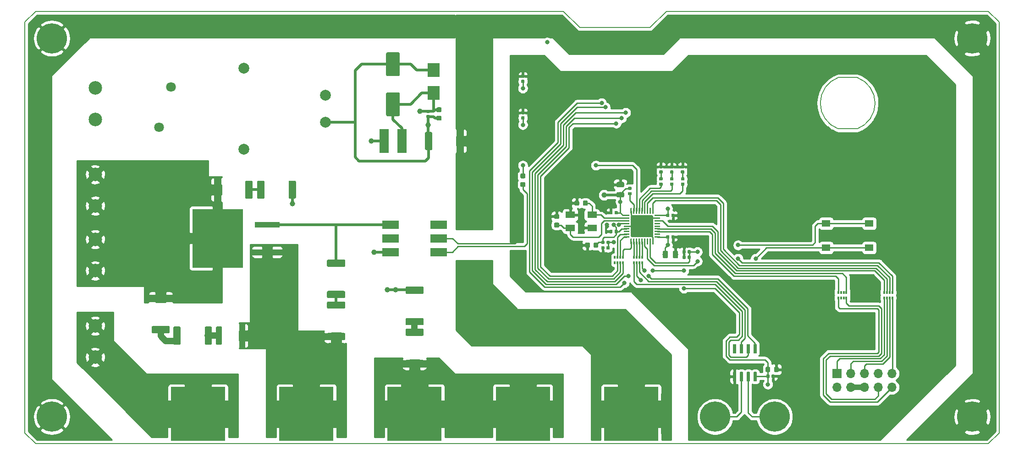
<source format=gbr>
%TF.GenerationSoftware,KiCad,Pcbnew,5.1.4*%
%TF.CreationDate,2019-08-26T22:55:42+02:00*%
%TF.ProjectId,hotplate_ctl,686f7470-6c61-4746-955f-63746c2e6b69,rev?*%
%TF.SameCoordinates,Original*%
%TF.FileFunction,Copper,L1,Top*%
%TF.FilePolarity,Positive*%
%FSLAX46Y46*%
G04 Gerber Fmt 4.6, Leading zero omitted, Abs format (unit mm)*
G04 Created by KiCad (PCBNEW 5.1.4) date 2019-08-26 22:55:42*
%MOMM*%
%LPD*%
G04 APERTURE LIST*
%ADD10C,0.150000*%
%ADD11C,0.590000*%
%ADD12R,1.550000X1.300000*%
%ADD13C,0.875000*%
%ADD14C,0.975000*%
%ADD15R,0.400000X0.500000*%
%ADD16R,0.300000X0.500000*%
%ADD17R,1.800000X1.200000*%
%ADD18R,1.750000X4.500000*%
%ADD19R,2.300000X2.500000*%
%ADD20C,2.500000*%
%ADD21O,1.700000X1.700000*%
%ADD22R,1.700000X1.700000*%
%ADD23C,5.600000*%
%ADD24R,10.000000X10.000000*%
%ADD25C,5.000000*%
%ADD26R,3.100000X1.600000*%
%ADD27C,2.000000*%
%ADD28C,1.350000*%
%ADD29C,1.800000*%
%ADD30R,9.400000X10.800000*%
%ADD31R,4.600000X1.100000*%
%ADD32C,1.125000*%
%ADD33C,0.250000*%
%ADD34C,4.100000*%
%ADD35C,0.600000*%
%ADD36C,0.800000*%
%ADD37C,1.000000*%
%ADD38C,0.250000*%
%ADD39C,0.500000*%
%ADD40C,1.200000*%
%ADD41C,0.254000*%
G04 APERTURE END LIST*
D10*
X230250000Y-71750000D02*
G75*
G02X230250000Y-62250000I1750000J4750000D01*
G01*
X233750000Y-62250000D02*
G75*
G02X233750000Y-71750000I-1750000J-4750000D01*
G01*
X230250000Y-71750000D02*
X233750000Y-71750000D01*
X230250000Y-62250000D02*
X233750000Y-62250000D01*
X198500000Y-50000000D02*
X258000000Y-50000000D01*
X258000000Y-50000000D02*
X260000000Y-52000000D01*
X82000000Y-130000000D02*
X258000000Y-130000000D01*
X195500000Y-53000000D02*
X198500000Y-50000000D01*
X182500000Y-53000000D02*
X195500000Y-53000000D01*
X179500000Y-50000000D02*
X182500000Y-53000000D01*
X80000000Y-128000000D02*
X82000000Y-130000000D01*
X260000000Y-128000000D02*
X258000000Y-130000000D01*
X82000000Y-50000000D02*
X80000000Y-52000000D01*
X179500000Y-50000000D02*
X82000000Y-50000000D01*
X260000000Y-128000000D02*
X260000000Y-52000000D01*
X80000000Y-52000000D02*
X80000000Y-128000000D01*
G36*
X172186958Y-69440710D02*
G01*
X172201276Y-69442834D01*
X172215317Y-69446351D01*
X172228946Y-69451228D01*
X172242031Y-69457417D01*
X172254447Y-69464858D01*
X172266073Y-69473481D01*
X172276798Y-69483202D01*
X172286519Y-69493927D01*
X172295142Y-69505553D01*
X172302583Y-69517969D01*
X172308772Y-69531054D01*
X172313649Y-69544683D01*
X172317166Y-69558724D01*
X172319290Y-69573042D01*
X172320000Y-69587500D01*
X172320000Y-69882500D01*
X172319290Y-69896958D01*
X172317166Y-69911276D01*
X172313649Y-69925317D01*
X172308772Y-69938946D01*
X172302583Y-69952031D01*
X172295142Y-69964447D01*
X172286519Y-69976073D01*
X172276798Y-69986798D01*
X172266073Y-69996519D01*
X172254447Y-70005142D01*
X172242031Y-70012583D01*
X172228946Y-70018772D01*
X172215317Y-70023649D01*
X172201276Y-70027166D01*
X172186958Y-70029290D01*
X172172500Y-70030000D01*
X171827500Y-70030000D01*
X171813042Y-70029290D01*
X171798724Y-70027166D01*
X171784683Y-70023649D01*
X171771054Y-70018772D01*
X171757969Y-70012583D01*
X171745553Y-70005142D01*
X171733927Y-69996519D01*
X171723202Y-69986798D01*
X171713481Y-69976073D01*
X171704858Y-69964447D01*
X171697417Y-69952031D01*
X171691228Y-69938946D01*
X171686351Y-69925317D01*
X171682834Y-69911276D01*
X171680710Y-69896958D01*
X171680000Y-69882500D01*
X171680000Y-69587500D01*
X171680710Y-69573042D01*
X171682834Y-69558724D01*
X171686351Y-69544683D01*
X171691228Y-69531054D01*
X171697417Y-69517969D01*
X171704858Y-69505553D01*
X171713481Y-69493927D01*
X171723202Y-69483202D01*
X171733927Y-69473481D01*
X171745553Y-69464858D01*
X171757969Y-69457417D01*
X171771054Y-69451228D01*
X171784683Y-69446351D01*
X171798724Y-69442834D01*
X171813042Y-69440710D01*
X171827500Y-69440000D01*
X172172500Y-69440000D01*
X172186958Y-69440710D01*
X172186958Y-69440710D01*
G37*
D11*
X172000000Y-69735000D03*
D10*
G36*
X172186958Y-68470710D02*
G01*
X172201276Y-68472834D01*
X172215317Y-68476351D01*
X172228946Y-68481228D01*
X172242031Y-68487417D01*
X172254447Y-68494858D01*
X172266073Y-68503481D01*
X172276798Y-68513202D01*
X172286519Y-68523927D01*
X172295142Y-68535553D01*
X172302583Y-68547969D01*
X172308772Y-68561054D01*
X172313649Y-68574683D01*
X172317166Y-68588724D01*
X172319290Y-68603042D01*
X172320000Y-68617500D01*
X172320000Y-68912500D01*
X172319290Y-68926958D01*
X172317166Y-68941276D01*
X172313649Y-68955317D01*
X172308772Y-68968946D01*
X172302583Y-68982031D01*
X172295142Y-68994447D01*
X172286519Y-69006073D01*
X172276798Y-69016798D01*
X172266073Y-69026519D01*
X172254447Y-69035142D01*
X172242031Y-69042583D01*
X172228946Y-69048772D01*
X172215317Y-69053649D01*
X172201276Y-69057166D01*
X172186958Y-69059290D01*
X172172500Y-69060000D01*
X171827500Y-69060000D01*
X171813042Y-69059290D01*
X171798724Y-69057166D01*
X171784683Y-69053649D01*
X171771054Y-69048772D01*
X171757969Y-69042583D01*
X171745553Y-69035142D01*
X171733927Y-69026519D01*
X171723202Y-69016798D01*
X171713481Y-69006073D01*
X171704858Y-68994447D01*
X171697417Y-68982031D01*
X171691228Y-68968946D01*
X171686351Y-68955317D01*
X171682834Y-68941276D01*
X171680710Y-68926958D01*
X171680000Y-68912500D01*
X171680000Y-68617500D01*
X171680710Y-68603042D01*
X171682834Y-68588724D01*
X171686351Y-68574683D01*
X171691228Y-68561054D01*
X171697417Y-68547969D01*
X171704858Y-68535553D01*
X171713481Y-68523927D01*
X171723202Y-68513202D01*
X171733927Y-68503481D01*
X171745553Y-68494858D01*
X171757969Y-68487417D01*
X171771054Y-68481228D01*
X171784683Y-68476351D01*
X171798724Y-68472834D01*
X171813042Y-68470710D01*
X171827500Y-68470000D01*
X172172500Y-68470000D01*
X172186958Y-68470710D01*
X172186958Y-68470710D01*
G37*
D11*
X172000000Y-68765000D03*
D10*
G36*
X172186958Y-62690710D02*
G01*
X172201276Y-62692834D01*
X172215317Y-62696351D01*
X172228946Y-62701228D01*
X172242031Y-62707417D01*
X172254447Y-62714858D01*
X172266073Y-62723481D01*
X172276798Y-62733202D01*
X172286519Y-62743927D01*
X172295142Y-62755553D01*
X172302583Y-62767969D01*
X172308772Y-62781054D01*
X172313649Y-62794683D01*
X172317166Y-62808724D01*
X172319290Y-62823042D01*
X172320000Y-62837500D01*
X172320000Y-63132500D01*
X172319290Y-63146958D01*
X172317166Y-63161276D01*
X172313649Y-63175317D01*
X172308772Y-63188946D01*
X172302583Y-63202031D01*
X172295142Y-63214447D01*
X172286519Y-63226073D01*
X172276798Y-63236798D01*
X172266073Y-63246519D01*
X172254447Y-63255142D01*
X172242031Y-63262583D01*
X172228946Y-63268772D01*
X172215317Y-63273649D01*
X172201276Y-63277166D01*
X172186958Y-63279290D01*
X172172500Y-63280000D01*
X171827500Y-63280000D01*
X171813042Y-63279290D01*
X171798724Y-63277166D01*
X171784683Y-63273649D01*
X171771054Y-63268772D01*
X171757969Y-63262583D01*
X171745553Y-63255142D01*
X171733927Y-63246519D01*
X171723202Y-63236798D01*
X171713481Y-63226073D01*
X171704858Y-63214447D01*
X171697417Y-63202031D01*
X171691228Y-63188946D01*
X171686351Y-63175317D01*
X171682834Y-63161276D01*
X171680710Y-63146958D01*
X171680000Y-63132500D01*
X171680000Y-62837500D01*
X171680710Y-62823042D01*
X171682834Y-62808724D01*
X171686351Y-62794683D01*
X171691228Y-62781054D01*
X171697417Y-62767969D01*
X171704858Y-62755553D01*
X171713481Y-62743927D01*
X171723202Y-62733202D01*
X171733927Y-62723481D01*
X171745553Y-62714858D01*
X171757969Y-62707417D01*
X171771054Y-62701228D01*
X171784683Y-62696351D01*
X171798724Y-62692834D01*
X171813042Y-62690710D01*
X171827500Y-62690000D01*
X172172500Y-62690000D01*
X172186958Y-62690710D01*
X172186958Y-62690710D01*
G37*
D11*
X172000000Y-62985000D03*
D10*
G36*
X172186958Y-61720710D02*
G01*
X172201276Y-61722834D01*
X172215317Y-61726351D01*
X172228946Y-61731228D01*
X172242031Y-61737417D01*
X172254447Y-61744858D01*
X172266073Y-61753481D01*
X172276798Y-61763202D01*
X172286519Y-61773927D01*
X172295142Y-61785553D01*
X172302583Y-61797969D01*
X172308772Y-61811054D01*
X172313649Y-61824683D01*
X172317166Y-61838724D01*
X172319290Y-61853042D01*
X172320000Y-61867500D01*
X172320000Y-62162500D01*
X172319290Y-62176958D01*
X172317166Y-62191276D01*
X172313649Y-62205317D01*
X172308772Y-62218946D01*
X172302583Y-62232031D01*
X172295142Y-62244447D01*
X172286519Y-62256073D01*
X172276798Y-62266798D01*
X172266073Y-62276519D01*
X172254447Y-62285142D01*
X172242031Y-62292583D01*
X172228946Y-62298772D01*
X172215317Y-62303649D01*
X172201276Y-62307166D01*
X172186958Y-62309290D01*
X172172500Y-62310000D01*
X171827500Y-62310000D01*
X171813042Y-62309290D01*
X171798724Y-62307166D01*
X171784683Y-62303649D01*
X171771054Y-62298772D01*
X171757969Y-62292583D01*
X171745553Y-62285142D01*
X171733927Y-62276519D01*
X171723202Y-62266798D01*
X171713481Y-62256073D01*
X171704858Y-62244447D01*
X171697417Y-62232031D01*
X171691228Y-62218946D01*
X171686351Y-62205317D01*
X171682834Y-62191276D01*
X171680710Y-62176958D01*
X171680000Y-62162500D01*
X171680000Y-61867500D01*
X171680710Y-61853042D01*
X171682834Y-61838724D01*
X171686351Y-61824683D01*
X171691228Y-61811054D01*
X171697417Y-61797969D01*
X171704858Y-61785553D01*
X171713481Y-61773927D01*
X171723202Y-61763202D01*
X171733927Y-61753481D01*
X171745553Y-61744858D01*
X171757969Y-61737417D01*
X171771054Y-61731228D01*
X171784683Y-61726351D01*
X171798724Y-61722834D01*
X171813042Y-61720710D01*
X171827500Y-61720000D01*
X172172500Y-61720000D01*
X172186958Y-61720710D01*
X172186958Y-61720710D01*
G37*
D11*
X172000000Y-62015000D03*
D10*
G36*
X197686958Y-80705710D02*
G01*
X197701276Y-80707834D01*
X197715317Y-80711351D01*
X197728946Y-80716228D01*
X197742031Y-80722417D01*
X197754447Y-80729858D01*
X197766073Y-80738481D01*
X197776798Y-80748202D01*
X197786519Y-80758927D01*
X197795142Y-80770553D01*
X197802583Y-80782969D01*
X197808772Y-80796054D01*
X197813649Y-80809683D01*
X197817166Y-80823724D01*
X197819290Y-80838042D01*
X197820000Y-80852500D01*
X197820000Y-81147500D01*
X197819290Y-81161958D01*
X197817166Y-81176276D01*
X197813649Y-81190317D01*
X197808772Y-81203946D01*
X197802583Y-81217031D01*
X197795142Y-81229447D01*
X197786519Y-81241073D01*
X197776798Y-81251798D01*
X197766073Y-81261519D01*
X197754447Y-81270142D01*
X197742031Y-81277583D01*
X197728946Y-81283772D01*
X197715317Y-81288649D01*
X197701276Y-81292166D01*
X197686958Y-81294290D01*
X197672500Y-81295000D01*
X197327500Y-81295000D01*
X197313042Y-81294290D01*
X197298724Y-81292166D01*
X197284683Y-81288649D01*
X197271054Y-81283772D01*
X197257969Y-81277583D01*
X197245553Y-81270142D01*
X197233927Y-81261519D01*
X197223202Y-81251798D01*
X197213481Y-81241073D01*
X197204858Y-81229447D01*
X197197417Y-81217031D01*
X197191228Y-81203946D01*
X197186351Y-81190317D01*
X197182834Y-81176276D01*
X197180710Y-81161958D01*
X197180000Y-81147500D01*
X197180000Y-80852500D01*
X197180710Y-80838042D01*
X197182834Y-80823724D01*
X197186351Y-80809683D01*
X197191228Y-80796054D01*
X197197417Y-80782969D01*
X197204858Y-80770553D01*
X197213481Y-80758927D01*
X197223202Y-80748202D01*
X197233927Y-80738481D01*
X197245553Y-80729858D01*
X197257969Y-80722417D01*
X197271054Y-80716228D01*
X197284683Y-80711351D01*
X197298724Y-80707834D01*
X197313042Y-80705710D01*
X197327500Y-80705000D01*
X197672500Y-80705000D01*
X197686958Y-80705710D01*
X197686958Y-80705710D01*
G37*
D11*
X197500000Y-81000000D03*
D10*
G36*
X197686958Y-81675710D02*
G01*
X197701276Y-81677834D01*
X197715317Y-81681351D01*
X197728946Y-81686228D01*
X197742031Y-81692417D01*
X197754447Y-81699858D01*
X197766073Y-81708481D01*
X197776798Y-81718202D01*
X197786519Y-81728927D01*
X197795142Y-81740553D01*
X197802583Y-81752969D01*
X197808772Y-81766054D01*
X197813649Y-81779683D01*
X197817166Y-81793724D01*
X197819290Y-81808042D01*
X197820000Y-81822500D01*
X197820000Y-82117500D01*
X197819290Y-82131958D01*
X197817166Y-82146276D01*
X197813649Y-82160317D01*
X197808772Y-82173946D01*
X197802583Y-82187031D01*
X197795142Y-82199447D01*
X197786519Y-82211073D01*
X197776798Y-82221798D01*
X197766073Y-82231519D01*
X197754447Y-82240142D01*
X197742031Y-82247583D01*
X197728946Y-82253772D01*
X197715317Y-82258649D01*
X197701276Y-82262166D01*
X197686958Y-82264290D01*
X197672500Y-82265000D01*
X197327500Y-82265000D01*
X197313042Y-82264290D01*
X197298724Y-82262166D01*
X197284683Y-82258649D01*
X197271054Y-82253772D01*
X197257969Y-82247583D01*
X197245553Y-82240142D01*
X197233927Y-82231519D01*
X197223202Y-82221798D01*
X197213481Y-82211073D01*
X197204858Y-82199447D01*
X197197417Y-82187031D01*
X197191228Y-82173946D01*
X197186351Y-82160317D01*
X197182834Y-82146276D01*
X197180710Y-82131958D01*
X197180000Y-82117500D01*
X197180000Y-81822500D01*
X197180710Y-81808042D01*
X197182834Y-81793724D01*
X197186351Y-81779683D01*
X197191228Y-81766054D01*
X197197417Y-81752969D01*
X197204858Y-81740553D01*
X197213481Y-81728927D01*
X197223202Y-81718202D01*
X197233927Y-81708481D01*
X197245553Y-81699858D01*
X197257969Y-81692417D01*
X197271054Y-81686228D01*
X197284683Y-81681351D01*
X197298724Y-81677834D01*
X197313042Y-81675710D01*
X197327500Y-81675000D01*
X197672500Y-81675000D01*
X197686958Y-81675710D01*
X197686958Y-81675710D01*
G37*
D11*
X197500000Y-81970000D03*
D10*
G36*
X199686958Y-80705710D02*
G01*
X199701276Y-80707834D01*
X199715317Y-80711351D01*
X199728946Y-80716228D01*
X199742031Y-80722417D01*
X199754447Y-80729858D01*
X199766073Y-80738481D01*
X199776798Y-80748202D01*
X199786519Y-80758927D01*
X199795142Y-80770553D01*
X199802583Y-80782969D01*
X199808772Y-80796054D01*
X199813649Y-80809683D01*
X199817166Y-80823724D01*
X199819290Y-80838042D01*
X199820000Y-80852500D01*
X199820000Y-81147500D01*
X199819290Y-81161958D01*
X199817166Y-81176276D01*
X199813649Y-81190317D01*
X199808772Y-81203946D01*
X199802583Y-81217031D01*
X199795142Y-81229447D01*
X199786519Y-81241073D01*
X199776798Y-81251798D01*
X199766073Y-81261519D01*
X199754447Y-81270142D01*
X199742031Y-81277583D01*
X199728946Y-81283772D01*
X199715317Y-81288649D01*
X199701276Y-81292166D01*
X199686958Y-81294290D01*
X199672500Y-81295000D01*
X199327500Y-81295000D01*
X199313042Y-81294290D01*
X199298724Y-81292166D01*
X199284683Y-81288649D01*
X199271054Y-81283772D01*
X199257969Y-81277583D01*
X199245553Y-81270142D01*
X199233927Y-81261519D01*
X199223202Y-81251798D01*
X199213481Y-81241073D01*
X199204858Y-81229447D01*
X199197417Y-81217031D01*
X199191228Y-81203946D01*
X199186351Y-81190317D01*
X199182834Y-81176276D01*
X199180710Y-81161958D01*
X199180000Y-81147500D01*
X199180000Y-80852500D01*
X199180710Y-80838042D01*
X199182834Y-80823724D01*
X199186351Y-80809683D01*
X199191228Y-80796054D01*
X199197417Y-80782969D01*
X199204858Y-80770553D01*
X199213481Y-80758927D01*
X199223202Y-80748202D01*
X199233927Y-80738481D01*
X199245553Y-80729858D01*
X199257969Y-80722417D01*
X199271054Y-80716228D01*
X199284683Y-80711351D01*
X199298724Y-80707834D01*
X199313042Y-80705710D01*
X199327500Y-80705000D01*
X199672500Y-80705000D01*
X199686958Y-80705710D01*
X199686958Y-80705710D01*
G37*
D11*
X199500000Y-81000000D03*
D10*
G36*
X199686958Y-81675710D02*
G01*
X199701276Y-81677834D01*
X199715317Y-81681351D01*
X199728946Y-81686228D01*
X199742031Y-81692417D01*
X199754447Y-81699858D01*
X199766073Y-81708481D01*
X199776798Y-81718202D01*
X199786519Y-81728927D01*
X199795142Y-81740553D01*
X199802583Y-81752969D01*
X199808772Y-81766054D01*
X199813649Y-81779683D01*
X199817166Y-81793724D01*
X199819290Y-81808042D01*
X199820000Y-81822500D01*
X199820000Y-82117500D01*
X199819290Y-82131958D01*
X199817166Y-82146276D01*
X199813649Y-82160317D01*
X199808772Y-82173946D01*
X199802583Y-82187031D01*
X199795142Y-82199447D01*
X199786519Y-82211073D01*
X199776798Y-82221798D01*
X199766073Y-82231519D01*
X199754447Y-82240142D01*
X199742031Y-82247583D01*
X199728946Y-82253772D01*
X199715317Y-82258649D01*
X199701276Y-82262166D01*
X199686958Y-82264290D01*
X199672500Y-82265000D01*
X199327500Y-82265000D01*
X199313042Y-82264290D01*
X199298724Y-82262166D01*
X199284683Y-82258649D01*
X199271054Y-82253772D01*
X199257969Y-82247583D01*
X199245553Y-82240142D01*
X199233927Y-82231519D01*
X199223202Y-82221798D01*
X199213481Y-82211073D01*
X199204858Y-82199447D01*
X199197417Y-82187031D01*
X199191228Y-82173946D01*
X199186351Y-82160317D01*
X199182834Y-82146276D01*
X199180710Y-82131958D01*
X199180000Y-82117500D01*
X199180000Y-81822500D01*
X199180710Y-81808042D01*
X199182834Y-81793724D01*
X199186351Y-81779683D01*
X199191228Y-81766054D01*
X199197417Y-81752969D01*
X199204858Y-81740553D01*
X199213481Y-81728927D01*
X199223202Y-81718202D01*
X199233927Y-81708481D01*
X199245553Y-81699858D01*
X199257969Y-81692417D01*
X199271054Y-81686228D01*
X199284683Y-81681351D01*
X199298724Y-81677834D01*
X199313042Y-81675710D01*
X199327500Y-81675000D01*
X199672500Y-81675000D01*
X199686958Y-81675710D01*
X199686958Y-81675710D01*
G37*
D11*
X199500000Y-81970000D03*
D10*
G36*
X197686958Y-79425710D02*
G01*
X197701276Y-79427834D01*
X197715317Y-79431351D01*
X197728946Y-79436228D01*
X197742031Y-79442417D01*
X197754447Y-79449858D01*
X197766073Y-79458481D01*
X197776798Y-79468202D01*
X197786519Y-79478927D01*
X197795142Y-79490553D01*
X197802583Y-79502969D01*
X197808772Y-79516054D01*
X197813649Y-79529683D01*
X197817166Y-79543724D01*
X197819290Y-79558042D01*
X197820000Y-79572500D01*
X197820000Y-79867500D01*
X197819290Y-79881958D01*
X197817166Y-79896276D01*
X197813649Y-79910317D01*
X197808772Y-79923946D01*
X197802583Y-79937031D01*
X197795142Y-79949447D01*
X197786519Y-79961073D01*
X197776798Y-79971798D01*
X197766073Y-79981519D01*
X197754447Y-79990142D01*
X197742031Y-79997583D01*
X197728946Y-80003772D01*
X197715317Y-80008649D01*
X197701276Y-80012166D01*
X197686958Y-80014290D01*
X197672500Y-80015000D01*
X197327500Y-80015000D01*
X197313042Y-80014290D01*
X197298724Y-80012166D01*
X197284683Y-80008649D01*
X197271054Y-80003772D01*
X197257969Y-79997583D01*
X197245553Y-79990142D01*
X197233927Y-79981519D01*
X197223202Y-79971798D01*
X197213481Y-79961073D01*
X197204858Y-79949447D01*
X197197417Y-79937031D01*
X197191228Y-79923946D01*
X197186351Y-79910317D01*
X197182834Y-79896276D01*
X197180710Y-79881958D01*
X197180000Y-79867500D01*
X197180000Y-79572500D01*
X197180710Y-79558042D01*
X197182834Y-79543724D01*
X197186351Y-79529683D01*
X197191228Y-79516054D01*
X197197417Y-79502969D01*
X197204858Y-79490553D01*
X197213481Y-79478927D01*
X197223202Y-79468202D01*
X197233927Y-79458481D01*
X197245553Y-79449858D01*
X197257969Y-79442417D01*
X197271054Y-79436228D01*
X197284683Y-79431351D01*
X197298724Y-79427834D01*
X197313042Y-79425710D01*
X197327500Y-79425000D01*
X197672500Y-79425000D01*
X197686958Y-79425710D01*
X197686958Y-79425710D01*
G37*
D11*
X197500000Y-79720000D03*
D10*
G36*
X197686958Y-78455710D02*
G01*
X197701276Y-78457834D01*
X197715317Y-78461351D01*
X197728946Y-78466228D01*
X197742031Y-78472417D01*
X197754447Y-78479858D01*
X197766073Y-78488481D01*
X197776798Y-78498202D01*
X197786519Y-78508927D01*
X197795142Y-78520553D01*
X197802583Y-78532969D01*
X197808772Y-78546054D01*
X197813649Y-78559683D01*
X197817166Y-78573724D01*
X197819290Y-78588042D01*
X197820000Y-78602500D01*
X197820000Y-78897500D01*
X197819290Y-78911958D01*
X197817166Y-78926276D01*
X197813649Y-78940317D01*
X197808772Y-78953946D01*
X197802583Y-78967031D01*
X197795142Y-78979447D01*
X197786519Y-78991073D01*
X197776798Y-79001798D01*
X197766073Y-79011519D01*
X197754447Y-79020142D01*
X197742031Y-79027583D01*
X197728946Y-79033772D01*
X197715317Y-79038649D01*
X197701276Y-79042166D01*
X197686958Y-79044290D01*
X197672500Y-79045000D01*
X197327500Y-79045000D01*
X197313042Y-79044290D01*
X197298724Y-79042166D01*
X197284683Y-79038649D01*
X197271054Y-79033772D01*
X197257969Y-79027583D01*
X197245553Y-79020142D01*
X197233927Y-79011519D01*
X197223202Y-79001798D01*
X197213481Y-78991073D01*
X197204858Y-78979447D01*
X197197417Y-78967031D01*
X197191228Y-78953946D01*
X197186351Y-78940317D01*
X197182834Y-78926276D01*
X197180710Y-78911958D01*
X197180000Y-78897500D01*
X197180000Y-78602500D01*
X197180710Y-78588042D01*
X197182834Y-78573724D01*
X197186351Y-78559683D01*
X197191228Y-78546054D01*
X197197417Y-78532969D01*
X197204858Y-78520553D01*
X197213481Y-78508927D01*
X197223202Y-78498202D01*
X197233927Y-78488481D01*
X197245553Y-78479858D01*
X197257969Y-78472417D01*
X197271054Y-78466228D01*
X197284683Y-78461351D01*
X197298724Y-78457834D01*
X197313042Y-78455710D01*
X197327500Y-78455000D01*
X197672500Y-78455000D01*
X197686958Y-78455710D01*
X197686958Y-78455710D01*
G37*
D11*
X197500000Y-78750000D03*
D10*
G36*
X199686958Y-79455710D02*
G01*
X199701276Y-79457834D01*
X199715317Y-79461351D01*
X199728946Y-79466228D01*
X199742031Y-79472417D01*
X199754447Y-79479858D01*
X199766073Y-79488481D01*
X199776798Y-79498202D01*
X199786519Y-79508927D01*
X199795142Y-79520553D01*
X199802583Y-79532969D01*
X199808772Y-79546054D01*
X199813649Y-79559683D01*
X199817166Y-79573724D01*
X199819290Y-79588042D01*
X199820000Y-79602500D01*
X199820000Y-79897500D01*
X199819290Y-79911958D01*
X199817166Y-79926276D01*
X199813649Y-79940317D01*
X199808772Y-79953946D01*
X199802583Y-79967031D01*
X199795142Y-79979447D01*
X199786519Y-79991073D01*
X199776798Y-80001798D01*
X199766073Y-80011519D01*
X199754447Y-80020142D01*
X199742031Y-80027583D01*
X199728946Y-80033772D01*
X199715317Y-80038649D01*
X199701276Y-80042166D01*
X199686958Y-80044290D01*
X199672500Y-80045000D01*
X199327500Y-80045000D01*
X199313042Y-80044290D01*
X199298724Y-80042166D01*
X199284683Y-80038649D01*
X199271054Y-80033772D01*
X199257969Y-80027583D01*
X199245553Y-80020142D01*
X199233927Y-80011519D01*
X199223202Y-80001798D01*
X199213481Y-79991073D01*
X199204858Y-79979447D01*
X199197417Y-79967031D01*
X199191228Y-79953946D01*
X199186351Y-79940317D01*
X199182834Y-79926276D01*
X199180710Y-79911958D01*
X199180000Y-79897500D01*
X199180000Y-79602500D01*
X199180710Y-79588042D01*
X199182834Y-79573724D01*
X199186351Y-79559683D01*
X199191228Y-79546054D01*
X199197417Y-79532969D01*
X199204858Y-79520553D01*
X199213481Y-79508927D01*
X199223202Y-79498202D01*
X199233927Y-79488481D01*
X199245553Y-79479858D01*
X199257969Y-79472417D01*
X199271054Y-79466228D01*
X199284683Y-79461351D01*
X199298724Y-79457834D01*
X199313042Y-79455710D01*
X199327500Y-79455000D01*
X199672500Y-79455000D01*
X199686958Y-79455710D01*
X199686958Y-79455710D01*
G37*
D11*
X199500000Y-79750000D03*
D10*
G36*
X199686958Y-78485710D02*
G01*
X199701276Y-78487834D01*
X199715317Y-78491351D01*
X199728946Y-78496228D01*
X199742031Y-78502417D01*
X199754447Y-78509858D01*
X199766073Y-78518481D01*
X199776798Y-78528202D01*
X199786519Y-78538927D01*
X199795142Y-78550553D01*
X199802583Y-78562969D01*
X199808772Y-78576054D01*
X199813649Y-78589683D01*
X199817166Y-78603724D01*
X199819290Y-78618042D01*
X199820000Y-78632500D01*
X199820000Y-78927500D01*
X199819290Y-78941958D01*
X199817166Y-78956276D01*
X199813649Y-78970317D01*
X199808772Y-78983946D01*
X199802583Y-78997031D01*
X199795142Y-79009447D01*
X199786519Y-79021073D01*
X199776798Y-79031798D01*
X199766073Y-79041519D01*
X199754447Y-79050142D01*
X199742031Y-79057583D01*
X199728946Y-79063772D01*
X199715317Y-79068649D01*
X199701276Y-79072166D01*
X199686958Y-79074290D01*
X199672500Y-79075000D01*
X199327500Y-79075000D01*
X199313042Y-79074290D01*
X199298724Y-79072166D01*
X199284683Y-79068649D01*
X199271054Y-79063772D01*
X199257969Y-79057583D01*
X199245553Y-79050142D01*
X199233927Y-79041519D01*
X199223202Y-79031798D01*
X199213481Y-79021073D01*
X199204858Y-79009447D01*
X199197417Y-78997031D01*
X199191228Y-78983946D01*
X199186351Y-78970317D01*
X199182834Y-78956276D01*
X199180710Y-78941958D01*
X199180000Y-78927500D01*
X199180000Y-78632500D01*
X199180710Y-78618042D01*
X199182834Y-78603724D01*
X199186351Y-78589683D01*
X199191228Y-78576054D01*
X199197417Y-78562969D01*
X199204858Y-78550553D01*
X199213481Y-78538927D01*
X199223202Y-78528202D01*
X199233927Y-78518481D01*
X199245553Y-78509858D01*
X199257969Y-78502417D01*
X199271054Y-78496228D01*
X199284683Y-78491351D01*
X199298724Y-78487834D01*
X199313042Y-78485710D01*
X199327500Y-78485000D01*
X199672500Y-78485000D01*
X199686958Y-78485710D01*
X199686958Y-78485710D01*
G37*
D11*
X199500000Y-78780000D03*
D12*
X228025000Y-89250000D03*
X235975000Y-89250000D03*
X228025000Y-93750000D03*
X235975000Y-93750000D03*
D10*
G36*
X201926958Y-94180710D02*
G01*
X201941276Y-94182834D01*
X201955317Y-94186351D01*
X201968946Y-94191228D01*
X201982031Y-94197417D01*
X201994447Y-94204858D01*
X202006073Y-94213481D01*
X202016798Y-94223202D01*
X202026519Y-94233927D01*
X202035142Y-94245553D01*
X202042583Y-94257969D01*
X202048772Y-94271054D01*
X202053649Y-94284683D01*
X202057166Y-94298724D01*
X202059290Y-94313042D01*
X202060000Y-94327500D01*
X202060000Y-94672500D01*
X202059290Y-94686958D01*
X202057166Y-94701276D01*
X202053649Y-94715317D01*
X202048772Y-94728946D01*
X202042583Y-94742031D01*
X202035142Y-94754447D01*
X202026519Y-94766073D01*
X202016798Y-94776798D01*
X202006073Y-94786519D01*
X201994447Y-94795142D01*
X201982031Y-94802583D01*
X201968946Y-94808772D01*
X201955317Y-94813649D01*
X201941276Y-94817166D01*
X201926958Y-94819290D01*
X201912500Y-94820000D01*
X201617500Y-94820000D01*
X201603042Y-94819290D01*
X201588724Y-94817166D01*
X201574683Y-94813649D01*
X201561054Y-94808772D01*
X201547969Y-94802583D01*
X201535553Y-94795142D01*
X201523927Y-94786519D01*
X201513202Y-94776798D01*
X201503481Y-94766073D01*
X201494858Y-94754447D01*
X201487417Y-94742031D01*
X201481228Y-94728946D01*
X201476351Y-94715317D01*
X201472834Y-94701276D01*
X201470710Y-94686958D01*
X201470000Y-94672500D01*
X201470000Y-94327500D01*
X201470710Y-94313042D01*
X201472834Y-94298724D01*
X201476351Y-94284683D01*
X201481228Y-94271054D01*
X201487417Y-94257969D01*
X201494858Y-94245553D01*
X201503481Y-94233927D01*
X201513202Y-94223202D01*
X201523927Y-94213481D01*
X201535553Y-94204858D01*
X201547969Y-94197417D01*
X201561054Y-94191228D01*
X201574683Y-94186351D01*
X201588724Y-94182834D01*
X201603042Y-94180710D01*
X201617500Y-94180000D01*
X201912500Y-94180000D01*
X201926958Y-94180710D01*
X201926958Y-94180710D01*
G37*
D11*
X201765000Y-94500000D03*
D10*
G36*
X202896958Y-94180710D02*
G01*
X202911276Y-94182834D01*
X202925317Y-94186351D01*
X202938946Y-94191228D01*
X202952031Y-94197417D01*
X202964447Y-94204858D01*
X202976073Y-94213481D01*
X202986798Y-94223202D01*
X202996519Y-94233927D01*
X203005142Y-94245553D01*
X203012583Y-94257969D01*
X203018772Y-94271054D01*
X203023649Y-94284683D01*
X203027166Y-94298724D01*
X203029290Y-94313042D01*
X203030000Y-94327500D01*
X203030000Y-94672500D01*
X203029290Y-94686958D01*
X203027166Y-94701276D01*
X203023649Y-94715317D01*
X203018772Y-94728946D01*
X203012583Y-94742031D01*
X203005142Y-94754447D01*
X202996519Y-94766073D01*
X202986798Y-94776798D01*
X202976073Y-94786519D01*
X202964447Y-94795142D01*
X202952031Y-94802583D01*
X202938946Y-94808772D01*
X202925317Y-94813649D01*
X202911276Y-94817166D01*
X202896958Y-94819290D01*
X202882500Y-94820000D01*
X202587500Y-94820000D01*
X202573042Y-94819290D01*
X202558724Y-94817166D01*
X202544683Y-94813649D01*
X202531054Y-94808772D01*
X202517969Y-94802583D01*
X202505553Y-94795142D01*
X202493927Y-94786519D01*
X202483202Y-94776798D01*
X202473481Y-94766073D01*
X202464858Y-94754447D01*
X202457417Y-94742031D01*
X202451228Y-94728946D01*
X202446351Y-94715317D01*
X202442834Y-94701276D01*
X202440710Y-94686958D01*
X202440000Y-94672500D01*
X202440000Y-94327500D01*
X202440710Y-94313042D01*
X202442834Y-94298724D01*
X202446351Y-94284683D01*
X202451228Y-94271054D01*
X202457417Y-94257969D01*
X202464858Y-94245553D01*
X202473481Y-94233927D01*
X202483202Y-94223202D01*
X202493927Y-94213481D01*
X202505553Y-94204858D01*
X202517969Y-94197417D01*
X202531054Y-94191228D01*
X202544683Y-94186351D01*
X202558724Y-94182834D01*
X202573042Y-94180710D01*
X202587500Y-94180000D01*
X202882500Y-94180000D01*
X202896958Y-94180710D01*
X202896958Y-94180710D01*
G37*
D11*
X202735000Y-94500000D03*
D10*
G36*
X191936958Y-83440710D02*
G01*
X191951276Y-83442834D01*
X191965317Y-83446351D01*
X191978946Y-83451228D01*
X191992031Y-83457417D01*
X192004447Y-83464858D01*
X192016073Y-83473481D01*
X192026798Y-83483202D01*
X192036519Y-83493927D01*
X192045142Y-83505553D01*
X192052583Y-83517969D01*
X192058772Y-83531054D01*
X192063649Y-83544683D01*
X192067166Y-83558724D01*
X192069290Y-83573042D01*
X192070000Y-83587500D01*
X192070000Y-83882500D01*
X192069290Y-83896958D01*
X192067166Y-83911276D01*
X192063649Y-83925317D01*
X192058772Y-83938946D01*
X192052583Y-83952031D01*
X192045142Y-83964447D01*
X192036519Y-83976073D01*
X192026798Y-83986798D01*
X192016073Y-83996519D01*
X192004447Y-84005142D01*
X191992031Y-84012583D01*
X191978946Y-84018772D01*
X191965317Y-84023649D01*
X191951276Y-84027166D01*
X191936958Y-84029290D01*
X191922500Y-84030000D01*
X191577500Y-84030000D01*
X191563042Y-84029290D01*
X191548724Y-84027166D01*
X191534683Y-84023649D01*
X191521054Y-84018772D01*
X191507969Y-84012583D01*
X191495553Y-84005142D01*
X191483927Y-83996519D01*
X191473202Y-83986798D01*
X191463481Y-83976073D01*
X191454858Y-83964447D01*
X191447417Y-83952031D01*
X191441228Y-83938946D01*
X191436351Y-83925317D01*
X191432834Y-83911276D01*
X191430710Y-83896958D01*
X191430000Y-83882500D01*
X191430000Y-83587500D01*
X191430710Y-83573042D01*
X191432834Y-83558724D01*
X191436351Y-83544683D01*
X191441228Y-83531054D01*
X191447417Y-83517969D01*
X191454858Y-83505553D01*
X191463481Y-83493927D01*
X191473202Y-83483202D01*
X191483927Y-83473481D01*
X191495553Y-83464858D01*
X191507969Y-83457417D01*
X191521054Y-83451228D01*
X191534683Y-83446351D01*
X191548724Y-83442834D01*
X191563042Y-83440710D01*
X191577500Y-83440000D01*
X191922500Y-83440000D01*
X191936958Y-83440710D01*
X191936958Y-83440710D01*
G37*
D11*
X191750000Y-83735000D03*
D10*
G36*
X191936958Y-82470710D02*
G01*
X191951276Y-82472834D01*
X191965317Y-82476351D01*
X191978946Y-82481228D01*
X191992031Y-82487417D01*
X192004447Y-82494858D01*
X192016073Y-82503481D01*
X192026798Y-82513202D01*
X192036519Y-82523927D01*
X192045142Y-82535553D01*
X192052583Y-82547969D01*
X192058772Y-82561054D01*
X192063649Y-82574683D01*
X192067166Y-82588724D01*
X192069290Y-82603042D01*
X192070000Y-82617500D01*
X192070000Y-82912500D01*
X192069290Y-82926958D01*
X192067166Y-82941276D01*
X192063649Y-82955317D01*
X192058772Y-82968946D01*
X192052583Y-82982031D01*
X192045142Y-82994447D01*
X192036519Y-83006073D01*
X192026798Y-83016798D01*
X192016073Y-83026519D01*
X192004447Y-83035142D01*
X191992031Y-83042583D01*
X191978946Y-83048772D01*
X191965317Y-83053649D01*
X191951276Y-83057166D01*
X191936958Y-83059290D01*
X191922500Y-83060000D01*
X191577500Y-83060000D01*
X191563042Y-83059290D01*
X191548724Y-83057166D01*
X191534683Y-83053649D01*
X191521054Y-83048772D01*
X191507969Y-83042583D01*
X191495553Y-83035142D01*
X191483927Y-83026519D01*
X191473202Y-83016798D01*
X191463481Y-83006073D01*
X191454858Y-82994447D01*
X191447417Y-82982031D01*
X191441228Y-82968946D01*
X191436351Y-82955317D01*
X191432834Y-82941276D01*
X191430710Y-82926958D01*
X191430000Y-82912500D01*
X191430000Y-82617500D01*
X191430710Y-82603042D01*
X191432834Y-82588724D01*
X191436351Y-82574683D01*
X191441228Y-82561054D01*
X191447417Y-82547969D01*
X191454858Y-82535553D01*
X191463481Y-82523927D01*
X191473202Y-82513202D01*
X191483927Y-82503481D01*
X191495553Y-82494858D01*
X191507969Y-82487417D01*
X191521054Y-82481228D01*
X191534683Y-82476351D01*
X191548724Y-82472834D01*
X191563042Y-82470710D01*
X191577500Y-82470000D01*
X191922500Y-82470000D01*
X191936958Y-82470710D01*
X191936958Y-82470710D01*
G37*
D11*
X191750000Y-82765000D03*
D10*
G36*
X202896958Y-95180710D02*
G01*
X202911276Y-95182834D01*
X202925317Y-95186351D01*
X202938946Y-95191228D01*
X202952031Y-95197417D01*
X202964447Y-95204858D01*
X202976073Y-95213481D01*
X202986798Y-95223202D01*
X202996519Y-95233927D01*
X203005142Y-95245553D01*
X203012583Y-95257969D01*
X203018772Y-95271054D01*
X203023649Y-95284683D01*
X203027166Y-95298724D01*
X203029290Y-95313042D01*
X203030000Y-95327500D01*
X203030000Y-95672500D01*
X203029290Y-95686958D01*
X203027166Y-95701276D01*
X203023649Y-95715317D01*
X203018772Y-95728946D01*
X203012583Y-95742031D01*
X203005142Y-95754447D01*
X202996519Y-95766073D01*
X202986798Y-95776798D01*
X202976073Y-95786519D01*
X202964447Y-95795142D01*
X202952031Y-95802583D01*
X202938946Y-95808772D01*
X202925317Y-95813649D01*
X202911276Y-95817166D01*
X202896958Y-95819290D01*
X202882500Y-95820000D01*
X202587500Y-95820000D01*
X202573042Y-95819290D01*
X202558724Y-95817166D01*
X202544683Y-95813649D01*
X202531054Y-95808772D01*
X202517969Y-95802583D01*
X202505553Y-95795142D01*
X202493927Y-95786519D01*
X202483202Y-95776798D01*
X202473481Y-95766073D01*
X202464858Y-95754447D01*
X202457417Y-95742031D01*
X202451228Y-95728946D01*
X202446351Y-95715317D01*
X202442834Y-95701276D01*
X202440710Y-95686958D01*
X202440000Y-95672500D01*
X202440000Y-95327500D01*
X202440710Y-95313042D01*
X202442834Y-95298724D01*
X202446351Y-95284683D01*
X202451228Y-95271054D01*
X202457417Y-95257969D01*
X202464858Y-95245553D01*
X202473481Y-95233927D01*
X202483202Y-95223202D01*
X202493927Y-95213481D01*
X202505553Y-95204858D01*
X202517969Y-95197417D01*
X202531054Y-95191228D01*
X202544683Y-95186351D01*
X202558724Y-95182834D01*
X202573042Y-95180710D01*
X202587500Y-95180000D01*
X202882500Y-95180000D01*
X202896958Y-95180710D01*
X202896958Y-95180710D01*
G37*
D11*
X202735000Y-95500000D03*
D10*
G36*
X201926958Y-95180710D02*
G01*
X201941276Y-95182834D01*
X201955317Y-95186351D01*
X201968946Y-95191228D01*
X201982031Y-95197417D01*
X201994447Y-95204858D01*
X202006073Y-95213481D01*
X202016798Y-95223202D01*
X202026519Y-95233927D01*
X202035142Y-95245553D01*
X202042583Y-95257969D01*
X202048772Y-95271054D01*
X202053649Y-95284683D01*
X202057166Y-95298724D01*
X202059290Y-95313042D01*
X202060000Y-95327500D01*
X202060000Y-95672500D01*
X202059290Y-95686958D01*
X202057166Y-95701276D01*
X202053649Y-95715317D01*
X202048772Y-95728946D01*
X202042583Y-95742031D01*
X202035142Y-95754447D01*
X202026519Y-95766073D01*
X202016798Y-95776798D01*
X202006073Y-95786519D01*
X201994447Y-95795142D01*
X201982031Y-95802583D01*
X201968946Y-95808772D01*
X201955317Y-95813649D01*
X201941276Y-95817166D01*
X201926958Y-95819290D01*
X201912500Y-95820000D01*
X201617500Y-95820000D01*
X201603042Y-95819290D01*
X201588724Y-95817166D01*
X201574683Y-95813649D01*
X201561054Y-95808772D01*
X201547969Y-95802583D01*
X201535553Y-95795142D01*
X201523927Y-95786519D01*
X201513202Y-95776798D01*
X201503481Y-95766073D01*
X201494858Y-95754447D01*
X201487417Y-95742031D01*
X201481228Y-95728946D01*
X201476351Y-95715317D01*
X201472834Y-95701276D01*
X201470710Y-95686958D01*
X201470000Y-95672500D01*
X201470000Y-95327500D01*
X201470710Y-95313042D01*
X201472834Y-95298724D01*
X201476351Y-95284683D01*
X201481228Y-95271054D01*
X201487417Y-95257969D01*
X201494858Y-95245553D01*
X201503481Y-95233927D01*
X201513202Y-95223202D01*
X201523927Y-95213481D01*
X201535553Y-95204858D01*
X201547969Y-95197417D01*
X201561054Y-95191228D01*
X201574683Y-95186351D01*
X201588724Y-95182834D01*
X201603042Y-95180710D01*
X201617500Y-95180000D01*
X201912500Y-95180000D01*
X201926958Y-95180710D01*
X201926958Y-95180710D01*
G37*
D11*
X201765000Y-95500000D03*
D10*
G36*
X172277691Y-80026053D02*
G01*
X172298926Y-80029203D01*
X172319750Y-80034419D01*
X172339962Y-80041651D01*
X172359368Y-80050830D01*
X172377781Y-80061866D01*
X172395024Y-80074654D01*
X172410930Y-80089070D01*
X172425346Y-80104976D01*
X172438134Y-80122219D01*
X172449170Y-80140632D01*
X172458349Y-80160038D01*
X172465581Y-80180250D01*
X172470797Y-80201074D01*
X172473947Y-80222309D01*
X172475000Y-80243750D01*
X172475000Y-80681250D01*
X172473947Y-80702691D01*
X172470797Y-80723926D01*
X172465581Y-80744750D01*
X172458349Y-80764962D01*
X172449170Y-80784368D01*
X172438134Y-80802781D01*
X172425346Y-80820024D01*
X172410930Y-80835930D01*
X172395024Y-80850346D01*
X172377781Y-80863134D01*
X172359368Y-80874170D01*
X172339962Y-80883349D01*
X172319750Y-80890581D01*
X172298926Y-80895797D01*
X172277691Y-80898947D01*
X172256250Y-80900000D01*
X171743750Y-80900000D01*
X171722309Y-80898947D01*
X171701074Y-80895797D01*
X171680250Y-80890581D01*
X171660038Y-80883349D01*
X171640632Y-80874170D01*
X171622219Y-80863134D01*
X171604976Y-80850346D01*
X171589070Y-80835930D01*
X171574654Y-80820024D01*
X171561866Y-80802781D01*
X171550830Y-80784368D01*
X171541651Y-80764962D01*
X171534419Y-80744750D01*
X171529203Y-80723926D01*
X171526053Y-80702691D01*
X171525000Y-80681250D01*
X171525000Y-80243750D01*
X171526053Y-80222309D01*
X171529203Y-80201074D01*
X171534419Y-80180250D01*
X171541651Y-80160038D01*
X171550830Y-80140632D01*
X171561866Y-80122219D01*
X171574654Y-80104976D01*
X171589070Y-80089070D01*
X171604976Y-80074654D01*
X171622219Y-80061866D01*
X171640632Y-80050830D01*
X171660038Y-80041651D01*
X171680250Y-80034419D01*
X171701074Y-80029203D01*
X171722309Y-80026053D01*
X171743750Y-80025000D01*
X172256250Y-80025000D01*
X172277691Y-80026053D01*
X172277691Y-80026053D01*
G37*
D13*
X172000000Y-80462500D03*
D10*
G36*
X172277691Y-81601053D02*
G01*
X172298926Y-81604203D01*
X172319750Y-81609419D01*
X172339962Y-81616651D01*
X172359368Y-81625830D01*
X172377781Y-81636866D01*
X172395024Y-81649654D01*
X172410930Y-81664070D01*
X172425346Y-81679976D01*
X172438134Y-81697219D01*
X172449170Y-81715632D01*
X172458349Y-81735038D01*
X172465581Y-81755250D01*
X172470797Y-81776074D01*
X172473947Y-81797309D01*
X172475000Y-81818750D01*
X172475000Y-82256250D01*
X172473947Y-82277691D01*
X172470797Y-82298926D01*
X172465581Y-82319750D01*
X172458349Y-82339962D01*
X172449170Y-82359368D01*
X172438134Y-82377781D01*
X172425346Y-82395024D01*
X172410930Y-82410930D01*
X172395024Y-82425346D01*
X172377781Y-82438134D01*
X172359368Y-82449170D01*
X172339962Y-82458349D01*
X172319750Y-82465581D01*
X172298926Y-82470797D01*
X172277691Y-82473947D01*
X172256250Y-82475000D01*
X171743750Y-82475000D01*
X171722309Y-82473947D01*
X171701074Y-82470797D01*
X171680250Y-82465581D01*
X171660038Y-82458349D01*
X171640632Y-82449170D01*
X171622219Y-82438134D01*
X171604976Y-82425346D01*
X171589070Y-82410930D01*
X171574654Y-82395024D01*
X171561866Y-82377781D01*
X171550830Y-82359368D01*
X171541651Y-82339962D01*
X171534419Y-82319750D01*
X171529203Y-82298926D01*
X171526053Y-82277691D01*
X171525000Y-82256250D01*
X171525000Y-81818750D01*
X171526053Y-81797309D01*
X171529203Y-81776074D01*
X171534419Y-81755250D01*
X171541651Y-81735038D01*
X171550830Y-81715632D01*
X171561866Y-81697219D01*
X171574654Y-81679976D01*
X171589070Y-81664070D01*
X171604976Y-81649654D01*
X171622219Y-81636866D01*
X171640632Y-81625830D01*
X171660038Y-81616651D01*
X171680250Y-81609419D01*
X171701074Y-81604203D01*
X171722309Y-81601053D01*
X171743750Y-81600000D01*
X172256250Y-81600000D01*
X172277691Y-81601053D01*
X172277691Y-81601053D01*
G37*
D13*
X172000000Y-82037500D03*
D10*
G36*
X199881958Y-91430710D02*
G01*
X199896276Y-91432834D01*
X199910317Y-91436351D01*
X199923946Y-91441228D01*
X199937031Y-91447417D01*
X199949447Y-91454858D01*
X199961073Y-91463481D01*
X199971798Y-91473202D01*
X199981519Y-91483927D01*
X199990142Y-91495553D01*
X199997583Y-91507969D01*
X200003772Y-91521054D01*
X200008649Y-91534683D01*
X200012166Y-91548724D01*
X200014290Y-91563042D01*
X200015000Y-91577500D01*
X200015000Y-91922500D01*
X200014290Y-91936958D01*
X200012166Y-91951276D01*
X200008649Y-91965317D01*
X200003772Y-91978946D01*
X199997583Y-91992031D01*
X199990142Y-92004447D01*
X199981519Y-92016073D01*
X199971798Y-92026798D01*
X199961073Y-92036519D01*
X199949447Y-92045142D01*
X199937031Y-92052583D01*
X199923946Y-92058772D01*
X199910317Y-92063649D01*
X199896276Y-92067166D01*
X199881958Y-92069290D01*
X199867500Y-92070000D01*
X199572500Y-92070000D01*
X199558042Y-92069290D01*
X199543724Y-92067166D01*
X199529683Y-92063649D01*
X199516054Y-92058772D01*
X199502969Y-92052583D01*
X199490553Y-92045142D01*
X199478927Y-92036519D01*
X199468202Y-92026798D01*
X199458481Y-92016073D01*
X199449858Y-92004447D01*
X199442417Y-91992031D01*
X199436228Y-91978946D01*
X199431351Y-91965317D01*
X199427834Y-91951276D01*
X199425710Y-91936958D01*
X199425000Y-91922500D01*
X199425000Y-91577500D01*
X199425710Y-91563042D01*
X199427834Y-91548724D01*
X199431351Y-91534683D01*
X199436228Y-91521054D01*
X199442417Y-91507969D01*
X199449858Y-91495553D01*
X199458481Y-91483927D01*
X199468202Y-91473202D01*
X199478927Y-91463481D01*
X199490553Y-91454858D01*
X199502969Y-91447417D01*
X199516054Y-91441228D01*
X199529683Y-91436351D01*
X199543724Y-91432834D01*
X199558042Y-91430710D01*
X199572500Y-91430000D01*
X199867500Y-91430000D01*
X199881958Y-91430710D01*
X199881958Y-91430710D01*
G37*
D11*
X199720000Y-91750000D03*
D10*
G36*
X198911958Y-91430710D02*
G01*
X198926276Y-91432834D01*
X198940317Y-91436351D01*
X198953946Y-91441228D01*
X198967031Y-91447417D01*
X198979447Y-91454858D01*
X198991073Y-91463481D01*
X199001798Y-91473202D01*
X199011519Y-91483927D01*
X199020142Y-91495553D01*
X199027583Y-91507969D01*
X199033772Y-91521054D01*
X199038649Y-91534683D01*
X199042166Y-91548724D01*
X199044290Y-91563042D01*
X199045000Y-91577500D01*
X199045000Y-91922500D01*
X199044290Y-91936958D01*
X199042166Y-91951276D01*
X199038649Y-91965317D01*
X199033772Y-91978946D01*
X199027583Y-91992031D01*
X199020142Y-92004447D01*
X199011519Y-92016073D01*
X199001798Y-92026798D01*
X198991073Y-92036519D01*
X198979447Y-92045142D01*
X198967031Y-92052583D01*
X198953946Y-92058772D01*
X198940317Y-92063649D01*
X198926276Y-92067166D01*
X198911958Y-92069290D01*
X198897500Y-92070000D01*
X198602500Y-92070000D01*
X198588042Y-92069290D01*
X198573724Y-92067166D01*
X198559683Y-92063649D01*
X198546054Y-92058772D01*
X198532969Y-92052583D01*
X198520553Y-92045142D01*
X198508927Y-92036519D01*
X198498202Y-92026798D01*
X198488481Y-92016073D01*
X198479858Y-92004447D01*
X198472417Y-91992031D01*
X198466228Y-91978946D01*
X198461351Y-91965317D01*
X198457834Y-91951276D01*
X198455710Y-91936958D01*
X198455000Y-91922500D01*
X198455000Y-91577500D01*
X198455710Y-91563042D01*
X198457834Y-91548724D01*
X198461351Y-91534683D01*
X198466228Y-91521054D01*
X198472417Y-91507969D01*
X198479858Y-91495553D01*
X198488481Y-91483927D01*
X198498202Y-91473202D01*
X198508927Y-91463481D01*
X198520553Y-91454858D01*
X198532969Y-91447417D01*
X198546054Y-91441228D01*
X198559683Y-91436351D01*
X198573724Y-91432834D01*
X198588042Y-91430710D01*
X198602500Y-91430000D01*
X198897500Y-91430000D01*
X198911958Y-91430710D01*
X198911958Y-91430710D01*
G37*
D11*
X198750000Y-91750000D03*
D10*
G36*
X188426958Y-90430710D02*
G01*
X188441276Y-90432834D01*
X188455317Y-90436351D01*
X188468946Y-90441228D01*
X188482031Y-90447417D01*
X188494447Y-90454858D01*
X188506073Y-90463481D01*
X188516798Y-90473202D01*
X188526519Y-90483927D01*
X188535142Y-90495553D01*
X188542583Y-90507969D01*
X188548772Y-90521054D01*
X188553649Y-90534683D01*
X188557166Y-90548724D01*
X188559290Y-90563042D01*
X188560000Y-90577500D01*
X188560000Y-90922500D01*
X188559290Y-90936958D01*
X188557166Y-90951276D01*
X188553649Y-90965317D01*
X188548772Y-90978946D01*
X188542583Y-90992031D01*
X188535142Y-91004447D01*
X188526519Y-91016073D01*
X188516798Y-91026798D01*
X188506073Y-91036519D01*
X188494447Y-91045142D01*
X188482031Y-91052583D01*
X188468946Y-91058772D01*
X188455317Y-91063649D01*
X188441276Y-91067166D01*
X188426958Y-91069290D01*
X188412500Y-91070000D01*
X188117500Y-91070000D01*
X188103042Y-91069290D01*
X188088724Y-91067166D01*
X188074683Y-91063649D01*
X188061054Y-91058772D01*
X188047969Y-91052583D01*
X188035553Y-91045142D01*
X188023927Y-91036519D01*
X188013202Y-91026798D01*
X188003481Y-91016073D01*
X187994858Y-91004447D01*
X187987417Y-90992031D01*
X187981228Y-90978946D01*
X187976351Y-90965317D01*
X187972834Y-90951276D01*
X187970710Y-90936958D01*
X187970000Y-90922500D01*
X187970000Y-90577500D01*
X187970710Y-90563042D01*
X187972834Y-90548724D01*
X187976351Y-90534683D01*
X187981228Y-90521054D01*
X187987417Y-90507969D01*
X187994858Y-90495553D01*
X188003481Y-90483927D01*
X188013202Y-90473202D01*
X188023927Y-90463481D01*
X188035553Y-90454858D01*
X188047969Y-90447417D01*
X188061054Y-90441228D01*
X188074683Y-90436351D01*
X188088724Y-90432834D01*
X188103042Y-90430710D01*
X188117500Y-90430000D01*
X188412500Y-90430000D01*
X188426958Y-90430710D01*
X188426958Y-90430710D01*
G37*
D11*
X188265000Y-90750000D03*
D10*
G36*
X189396958Y-90430710D02*
G01*
X189411276Y-90432834D01*
X189425317Y-90436351D01*
X189438946Y-90441228D01*
X189452031Y-90447417D01*
X189464447Y-90454858D01*
X189476073Y-90463481D01*
X189486798Y-90473202D01*
X189496519Y-90483927D01*
X189505142Y-90495553D01*
X189512583Y-90507969D01*
X189518772Y-90521054D01*
X189523649Y-90534683D01*
X189527166Y-90548724D01*
X189529290Y-90563042D01*
X189530000Y-90577500D01*
X189530000Y-90922500D01*
X189529290Y-90936958D01*
X189527166Y-90951276D01*
X189523649Y-90965317D01*
X189518772Y-90978946D01*
X189512583Y-90992031D01*
X189505142Y-91004447D01*
X189496519Y-91016073D01*
X189486798Y-91026798D01*
X189476073Y-91036519D01*
X189464447Y-91045142D01*
X189452031Y-91052583D01*
X189438946Y-91058772D01*
X189425317Y-91063649D01*
X189411276Y-91067166D01*
X189396958Y-91069290D01*
X189382500Y-91070000D01*
X189087500Y-91070000D01*
X189073042Y-91069290D01*
X189058724Y-91067166D01*
X189044683Y-91063649D01*
X189031054Y-91058772D01*
X189017969Y-91052583D01*
X189005553Y-91045142D01*
X188993927Y-91036519D01*
X188983202Y-91026798D01*
X188973481Y-91016073D01*
X188964858Y-91004447D01*
X188957417Y-90992031D01*
X188951228Y-90978946D01*
X188946351Y-90965317D01*
X188942834Y-90951276D01*
X188940710Y-90936958D01*
X188940000Y-90922500D01*
X188940000Y-90577500D01*
X188940710Y-90563042D01*
X188942834Y-90548724D01*
X188946351Y-90534683D01*
X188951228Y-90521054D01*
X188957417Y-90507969D01*
X188964858Y-90495553D01*
X188973481Y-90483927D01*
X188983202Y-90473202D01*
X188993927Y-90463481D01*
X189005553Y-90454858D01*
X189017969Y-90447417D01*
X189031054Y-90441228D01*
X189044683Y-90436351D01*
X189058724Y-90432834D01*
X189073042Y-90430710D01*
X189087500Y-90430000D01*
X189382500Y-90430000D01*
X189396958Y-90430710D01*
X189396958Y-90430710D01*
G37*
D11*
X189235000Y-90750000D03*
D10*
G36*
X200455142Y-94301174D02*
G01*
X200478803Y-94304684D01*
X200502007Y-94310496D01*
X200524529Y-94318554D01*
X200546153Y-94328782D01*
X200566670Y-94341079D01*
X200585883Y-94355329D01*
X200603607Y-94371393D01*
X200619671Y-94389117D01*
X200633921Y-94408330D01*
X200646218Y-94428847D01*
X200656446Y-94450471D01*
X200664504Y-94472993D01*
X200670316Y-94496197D01*
X200673826Y-94519858D01*
X200675000Y-94543750D01*
X200675000Y-95456250D01*
X200673826Y-95480142D01*
X200670316Y-95503803D01*
X200664504Y-95527007D01*
X200656446Y-95549529D01*
X200646218Y-95571153D01*
X200633921Y-95591670D01*
X200619671Y-95610883D01*
X200603607Y-95628607D01*
X200585883Y-95644671D01*
X200566670Y-95658921D01*
X200546153Y-95671218D01*
X200524529Y-95681446D01*
X200502007Y-95689504D01*
X200478803Y-95695316D01*
X200455142Y-95698826D01*
X200431250Y-95700000D01*
X199943750Y-95700000D01*
X199919858Y-95698826D01*
X199896197Y-95695316D01*
X199872993Y-95689504D01*
X199850471Y-95681446D01*
X199828847Y-95671218D01*
X199808330Y-95658921D01*
X199789117Y-95644671D01*
X199771393Y-95628607D01*
X199755329Y-95610883D01*
X199741079Y-95591670D01*
X199728782Y-95571153D01*
X199718554Y-95549529D01*
X199710496Y-95527007D01*
X199704684Y-95503803D01*
X199701174Y-95480142D01*
X199700000Y-95456250D01*
X199700000Y-94543750D01*
X199701174Y-94519858D01*
X199704684Y-94496197D01*
X199710496Y-94472993D01*
X199718554Y-94450471D01*
X199728782Y-94428847D01*
X199741079Y-94408330D01*
X199755329Y-94389117D01*
X199771393Y-94371393D01*
X199789117Y-94355329D01*
X199808330Y-94341079D01*
X199828847Y-94328782D01*
X199850471Y-94318554D01*
X199872993Y-94310496D01*
X199896197Y-94304684D01*
X199919858Y-94301174D01*
X199943750Y-94300000D01*
X200431250Y-94300000D01*
X200455142Y-94301174D01*
X200455142Y-94301174D01*
G37*
D14*
X200187500Y-95000000D03*
D10*
G36*
X198580142Y-94301174D02*
G01*
X198603803Y-94304684D01*
X198627007Y-94310496D01*
X198649529Y-94318554D01*
X198671153Y-94328782D01*
X198691670Y-94341079D01*
X198710883Y-94355329D01*
X198728607Y-94371393D01*
X198744671Y-94389117D01*
X198758921Y-94408330D01*
X198771218Y-94428847D01*
X198781446Y-94450471D01*
X198789504Y-94472993D01*
X198795316Y-94496197D01*
X198798826Y-94519858D01*
X198800000Y-94543750D01*
X198800000Y-95456250D01*
X198798826Y-95480142D01*
X198795316Y-95503803D01*
X198789504Y-95527007D01*
X198781446Y-95549529D01*
X198771218Y-95571153D01*
X198758921Y-95591670D01*
X198744671Y-95610883D01*
X198728607Y-95628607D01*
X198710883Y-95644671D01*
X198691670Y-95658921D01*
X198671153Y-95671218D01*
X198649529Y-95681446D01*
X198627007Y-95689504D01*
X198603803Y-95695316D01*
X198580142Y-95698826D01*
X198556250Y-95700000D01*
X198068750Y-95700000D01*
X198044858Y-95698826D01*
X198021197Y-95695316D01*
X197997993Y-95689504D01*
X197975471Y-95681446D01*
X197953847Y-95671218D01*
X197933330Y-95658921D01*
X197914117Y-95644671D01*
X197896393Y-95628607D01*
X197880329Y-95610883D01*
X197866079Y-95591670D01*
X197853782Y-95571153D01*
X197843554Y-95549529D01*
X197835496Y-95527007D01*
X197829684Y-95503803D01*
X197826174Y-95480142D01*
X197825000Y-95456250D01*
X197825000Y-94543750D01*
X197826174Y-94519858D01*
X197829684Y-94496197D01*
X197835496Y-94472993D01*
X197843554Y-94450471D01*
X197853782Y-94428847D01*
X197866079Y-94408330D01*
X197880329Y-94389117D01*
X197896393Y-94371393D01*
X197914117Y-94355329D01*
X197933330Y-94341079D01*
X197953847Y-94328782D01*
X197975471Y-94318554D01*
X197997993Y-94310496D01*
X198021197Y-94304684D01*
X198044858Y-94301174D01*
X198068750Y-94300000D01*
X198556250Y-94300000D01*
X198580142Y-94301174D01*
X198580142Y-94301174D01*
G37*
D14*
X198312500Y-95000000D03*
D10*
G36*
X199896958Y-87430710D02*
G01*
X199911276Y-87432834D01*
X199925317Y-87436351D01*
X199938946Y-87441228D01*
X199952031Y-87447417D01*
X199964447Y-87454858D01*
X199976073Y-87463481D01*
X199986798Y-87473202D01*
X199996519Y-87483927D01*
X200005142Y-87495553D01*
X200012583Y-87507969D01*
X200018772Y-87521054D01*
X200023649Y-87534683D01*
X200027166Y-87548724D01*
X200029290Y-87563042D01*
X200030000Y-87577500D01*
X200030000Y-87922500D01*
X200029290Y-87936958D01*
X200027166Y-87951276D01*
X200023649Y-87965317D01*
X200018772Y-87978946D01*
X200012583Y-87992031D01*
X200005142Y-88004447D01*
X199996519Y-88016073D01*
X199986798Y-88026798D01*
X199976073Y-88036519D01*
X199964447Y-88045142D01*
X199952031Y-88052583D01*
X199938946Y-88058772D01*
X199925317Y-88063649D01*
X199911276Y-88067166D01*
X199896958Y-88069290D01*
X199882500Y-88070000D01*
X199587500Y-88070000D01*
X199573042Y-88069290D01*
X199558724Y-88067166D01*
X199544683Y-88063649D01*
X199531054Y-88058772D01*
X199517969Y-88052583D01*
X199505553Y-88045142D01*
X199493927Y-88036519D01*
X199483202Y-88026798D01*
X199473481Y-88016073D01*
X199464858Y-88004447D01*
X199457417Y-87992031D01*
X199451228Y-87978946D01*
X199446351Y-87965317D01*
X199442834Y-87951276D01*
X199440710Y-87936958D01*
X199440000Y-87922500D01*
X199440000Y-87577500D01*
X199440710Y-87563042D01*
X199442834Y-87548724D01*
X199446351Y-87534683D01*
X199451228Y-87521054D01*
X199457417Y-87507969D01*
X199464858Y-87495553D01*
X199473481Y-87483927D01*
X199483202Y-87473202D01*
X199493927Y-87463481D01*
X199505553Y-87454858D01*
X199517969Y-87447417D01*
X199531054Y-87441228D01*
X199544683Y-87436351D01*
X199558724Y-87432834D01*
X199573042Y-87430710D01*
X199587500Y-87430000D01*
X199882500Y-87430000D01*
X199896958Y-87430710D01*
X199896958Y-87430710D01*
G37*
D11*
X199735000Y-87750000D03*
D10*
G36*
X198926958Y-87430710D02*
G01*
X198941276Y-87432834D01*
X198955317Y-87436351D01*
X198968946Y-87441228D01*
X198982031Y-87447417D01*
X198994447Y-87454858D01*
X199006073Y-87463481D01*
X199016798Y-87473202D01*
X199026519Y-87483927D01*
X199035142Y-87495553D01*
X199042583Y-87507969D01*
X199048772Y-87521054D01*
X199053649Y-87534683D01*
X199057166Y-87548724D01*
X199059290Y-87563042D01*
X199060000Y-87577500D01*
X199060000Y-87922500D01*
X199059290Y-87936958D01*
X199057166Y-87951276D01*
X199053649Y-87965317D01*
X199048772Y-87978946D01*
X199042583Y-87992031D01*
X199035142Y-88004447D01*
X199026519Y-88016073D01*
X199016798Y-88026798D01*
X199006073Y-88036519D01*
X198994447Y-88045142D01*
X198982031Y-88052583D01*
X198968946Y-88058772D01*
X198955317Y-88063649D01*
X198941276Y-88067166D01*
X198926958Y-88069290D01*
X198912500Y-88070000D01*
X198617500Y-88070000D01*
X198603042Y-88069290D01*
X198588724Y-88067166D01*
X198574683Y-88063649D01*
X198561054Y-88058772D01*
X198547969Y-88052583D01*
X198535553Y-88045142D01*
X198523927Y-88036519D01*
X198513202Y-88026798D01*
X198503481Y-88016073D01*
X198494858Y-88004447D01*
X198487417Y-87992031D01*
X198481228Y-87978946D01*
X198476351Y-87965317D01*
X198472834Y-87951276D01*
X198470710Y-87936958D01*
X198470000Y-87922500D01*
X198470000Y-87577500D01*
X198470710Y-87563042D01*
X198472834Y-87548724D01*
X198476351Y-87534683D01*
X198481228Y-87521054D01*
X198487417Y-87507969D01*
X198494858Y-87495553D01*
X198503481Y-87483927D01*
X198513202Y-87473202D01*
X198523927Y-87463481D01*
X198535553Y-87454858D01*
X198547969Y-87447417D01*
X198561054Y-87441228D01*
X198574683Y-87436351D01*
X198588724Y-87432834D01*
X198603042Y-87430710D01*
X198617500Y-87430000D01*
X198912500Y-87430000D01*
X198926958Y-87430710D01*
X198926958Y-87430710D01*
G37*
D11*
X198765000Y-87750000D03*
D15*
X230250000Y-103000000D03*
D16*
X230750000Y-103000000D03*
D15*
X231750000Y-103000000D03*
D16*
X231250000Y-103000000D03*
D15*
X230250000Y-102000000D03*
D16*
X231250000Y-102000000D03*
X230750000Y-102000000D03*
D15*
X231750000Y-102000000D03*
X240250000Y-102000000D03*
D16*
X239750000Y-102000000D03*
D15*
X238750000Y-102000000D03*
D16*
X239250000Y-102000000D03*
D15*
X240250000Y-103000000D03*
D16*
X239250000Y-103000000D03*
X239750000Y-103000000D03*
D15*
X238750000Y-103000000D03*
X189000000Y-96500000D03*
D16*
X189500000Y-96500000D03*
D15*
X190500000Y-96500000D03*
D16*
X190000000Y-96500000D03*
D15*
X189000000Y-95500000D03*
D16*
X190000000Y-95500000D03*
X189500000Y-95500000D03*
D15*
X190500000Y-95500000D03*
X194000000Y-95500000D03*
D16*
X193500000Y-95500000D03*
D15*
X192500000Y-95500000D03*
D16*
X193000000Y-95500000D03*
D15*
X194000000Y-96500000D03*
D16*
X193000000Y-96500000D03*
X193500000Y-96500000D03*
D15*
X192500000Y-96500000D03*
D10*
G36*
X186941958Y-92430710D02*
G01*
X186956276Y-92432834D01*
X186970317Y-92436351D01*
X186983946Y-92441228D01*
X186997031Y-92447417D01*
X187009447Y-92454858D01*
X187021073Y-92463481D01*
X187031798Y-92473202D01*
X187041519Y-92483927D01*
X187050142Y-92495553D01*
X187057583Y-92507969D01*
X187063772Y-92521054D01*
X187068649Y-92534683D01*
X187072166Y-92548724D01*
X187074290Y-92563042D01*
X187075000Y-92577500D01*
X187075000Y-92922500D01*
X187074290Y-92936958D01*
X187072166Y-92951276D01*
X187068649Y-92965317D01*
X187063772Y-92978946D01*
X187057583Y-92992031D01*
X187050142Y-93004447D01*
X187041519Y-93016073D01*
X187031798Y-93026798D01*
X187021073Y-93036519D01*
X187009447Y-93045142D01*
X186997031Y-93052583D01*
X186983946Y-93058772D01*
X186970317Y-93063649D01*
X186956276Y-93067166D01*
X186941958Y-93069290D01*
X186927500Y-93070000D01*
X186632500Y-93070000D01*
X186618042Y-93069290D01*
X186603724Y-93067166D01*
X186589683Y-93063649D01*
X186576054Y-93058772D01*
X186562969Y-93052583D01*
X186550553Y-93045142D01*
X186538927Y-93036519D01*
X186528202Y-93026798D01*
X186518481Y-93016073D01*
X186509858Y-93004447D01*
X186502417Y-92992031D01*
X186496228Y-92978946D01*
X186491351Y-92965317D01*
X186487834Y-92951276D01*
X186485710Y-92936958D01*
X186485000Y-92922500D01*
X186485000Y-92577500D01*
X186485710Y-92563042D01*
X186487834Y-92548724D01*
X186491351Y-92534683D01*
X186496228Y-92521054D01*
X186502417Y-92507969D01*
X186509858Y-92495553D01*
X186518481Y-92483927D01*
X186528202Y-92473202D01*
X186538927Y-92463481D01*
X186550553Y-92454858D01*
X186562969Y-92447417D01*
X186576054Y-92441228D01*
X186589683Y-92436351D01*
X186603724Y-92432834D01*
X186618042Y-92430710D01*
X186632500Y-92430000D01*
X186927500Y-92430000D01*
X186941958Y-92430710D01*
X186941958Y-92430710D01*
G37*
D11*
X186780000Y-92750000D03*
D10*
G36*
X187911958Y-92430710D02*
G01*
X187926276Y-92432834D01*
X187940317Y-92436351D01*
X187953946Y-92441228D01*
X187967031Y-92447417D01*
X187979447Y-92454858D01*
X187991073Y-92463481D01*
X188001798Y-92473202D01*
X188011519Y-92483927D01*
X188020142Y-92495553D01*
X188027583Y-92507969D01*
X188033772Y-92521054D01*
X188038649Y-92534683D01*
X188042166Y-92548724D01*
X188044290Y-92563042D01*
X188045000Y-92577500D01*
X188045000Y-92922500D01*
X188044290Y-92936958D01*
X188042166Y-92951276D01*
X188038649Y-92965317D01*
X188033772Y-92978946D01*
X188027583Y-92992031D01*
X188020142Y-93004447D01*
X188011519Y-93016073D01*
X188001798Y-93026798D01*
X187991073Y-93036519D01*
X187979447Y-93045142D01*
X187967031Y-93052583D01*
X187953946Y-93058772D01*
X187940317Y-93063649D01*
X187926276Y-93067166D01*
X187911958Y-93069290D01*
X187897500Y-93070000D01*
X187602500Y-93070000D01*
X187588042Y-93069290D01*
X187573724Y-93067166D01*
X187559683Y-93063649D01*
X187546054Y-93058772D01*
X187532969Y-93052583D01*
X187520553Y-93045142D01*
X187508927Y-93036519D01*
X187498202Y-93026798D01*
X187488481Y-93016073D01*
X187479858Y-93004447D01*
X187472417Y-92992031D01*
X187466228Y-92978946D01*
X187461351Y-92965317D01*
X187457834Y-92951276D01*
X187455710Y-92936958D01*
X187455000Y-92922500D01*
X187455000Y-92577500D01*
X187455710Y-92563042D01*
X187457834Y-92548724D01*
X187461351Y-92534683D01*
X187466228Y-92521054D01*
X187472417Y-92507969D01*
X187479858Y-92495553D01*
X187488481Y-92483927D01*
X187498202Y-92473202D01*
X187508927Y-92463481D01*
X187520553Y-92454858D01*
X187532969Y-92447417D01*
X187546054Y-92441228D01*
X187559683Y-92436351D01*
X187573724Y-92432834D01*
X187588042Y-92430710D01*
X187602500Y-92430000D01*
X187897500Y-92430000D01*
X187911958Y-92430710D01*
X187911958Y-92430710D01*
G37*
D11*
X187750000Y-92750000D03*
D10*
G36*
X186926958Y-93430710D02*
G01*
X186941276Y-93432834D01*
X186955317Y-93436351D01*
X186968946Y-93441228D01*
X186982031Y-93447417D01*
X186994447Y-93454858D01*
X187006073Y-93463481D01*
X187016798Y-93473202D01*
X187026519Y-93483927D01*
X187035142Y-93495553D01*
X187042583Y-93507969D01*
X187048772Y-93521054D01*
X187053649Y-93534683D01*
X187057166Y-93548724D01*
X187059290Y-93563042D01*
X187060000Y-93577500D01*
X187060000Y-93922500D01*
X187059290Y-93936958D01*
X187057166Y-93951276D01*
X187053649Y-93965317D01*
X187048772Y-93978946D01*
X187042583Y-93992031D01*
X187035142Y-94004447D01*
X187026519Y-94016073D01*
X187016798Y-94026798D01*
X187006073Y-94036519D01*
X186994447Y-94045142D01*
X186982031Y-94052583D01*
X186968946Y-94058772D01*
X186955317Y-94063649D01*
X186941276Y-94067166D01*
X186926958Y-94069290D01*
X186912500Y-94070000D01*
X186617500Y-94070000D01*
X186603042Y-94069290D01*
X186588724Y-94067166D01*
X186574683Y-94063649D01*
X186561054Y-94058772D01*
X186547969Y-94052583D01*
X186535553Y-94045142D01*
X186523927Y-94036519D01*
X186513202Y-94026798D01*
X186503481Y-94016073D01*
X186494858Y-94004447D01*
X186487417Y-93992031D01*
X186481228Y-93978946D01*
X186476351Y-93965317D01*
X186472834Y-93951276D01*
X186470710Y-93936958D01*
X186470000Y-93922500D01*
X186470000Y-93577500D01*
X186470710Y-93563042D01*
X186472834Y-93548724D01*
X186476351Y-93534683D01*
X186481228Y-93521054D01*
X186487417Y-93507969D01*
X186494858Y-93495553D01*
X186503481Y-93483927D01*
X186513202Y-93473202D01*
X186523927Y-93463481D01*
X186535553Y-93454858D01*
X186547969Y-93447417D01*
X186561054Y-93441228D01*
X186574683Y-93436351D01*
X186588724Y-93432834D01*
X186603042Y-93430710D01*
X186617500Y-93430000D01*
X186912500Y-93430000D01*
X186926958Y-93430710D01*
X186926958Y-93430710D01*
G37*
D11*
X186765000Y-93750000D03*
D10*
G36*
X187896958Y-93430710D02*
G01*
X187911276Y-93432834D01*
X187925317Y-93436351D01*
X187938946Y-93441228D01*
X187952031Y-93447417D01*
X187964447Y-93454858D01*
X187976073Y-93463481D01*
X187986798Y-93473202D01*
X187996519Y-93483927D01*
X188005142Y-93495553D01*
X188012583Y-93507969D01*
X188018772Y-93521054D01*
X188023649Y-93534683D01*
X188027166Y-93548724D01*
X188029290Y-93563042D01*
X188030000Y-93577500D01*
X188030000Y-93922500D01*
X188029290Y-93936958D01*
X188027166Y-93951276D01*
X188023649Y-93965317D01*
X188018772Y-93978946D01*
X188012583Y-93992031D01*
X188005142Y-94004447D01*
X187996519Y-94016073D01*
X187986798Y-94026798D01*
X187976073Y-94036519D01*
X187964447Y-94045142D01*
X187952031Y-94052583D01*
X187938946Y-94058772D01*
X187925317Y-94063649D01*
X187911276Y-94067166D01*
X187896958Y-94069290D01*
X187882500Y-94070000D01*
X187587500Y-94070000D01*
X187573042Y-94069290D01*
X187558724Y-94067166D01*
X187544683Y-94063649D01*
X187531054Y-94058772D01*
X187517969Y-94052583D01*
X187505553Y-94045142D01*
X187493927Y-94036519D01*
X187483202Y-94026798D01*
X187473481Y-94016073D01*
X187464858Y-94004447D01*
X187457417Y-93992031D01*
X187451228Y-93978946D01*
X187446351Y-93965317D01*
X187442834Y-93951276D01*
X187440710Y-93936958D01*
X187440000Y-93922500D01*
X187440000Y-93577500D01*
X187440710Y-93563042D01*
X187442834Y-93548724D01*
X187446351Y-93534683D01*
X187451228Y-93521054D01*
X187457417Y-93507969D01*
X187464858Y-93495553D01*
X187473481Y-93483927D01*
X187483202Y-93473202D01*
X187493927Y-93463481D01*
X187505553Y-93454858D01*
X187517969Y-93447417D01*
X187531054Y-93441228D01*
X187544683Y-93436351D01*
X187558724Y-93432834D01*
X187573042Y-93430710D01*
X187587500Y-93430000D01*
X187882500Y-93430000D01*
X187896958Y-93430710D01*
X187896958Y-93430710D01*
G37*
D11*
X187735000Y-93750000D03*
D10*
G36*
X188426958Y-86930710D02*
G01*
X188441276Y-86932834D01*
X188455317Y-86936351D01*
X188468946Y-86941228D01*
X188482031Y-86947417D01*
X188494447Y-86954858D01*
X188506073Y-86963481D01*
X188516798Y-86973202D01*
X188526519Y-86983927D01*
X188535142Y-86995553D01*
X188542583Y-87007969D01*
X188548772Y-87021054D01*
X188553649Y-87034683D01*
X188557166Y-87048724D01*
X188559290Y-87063042D01*
X188560000Y-87077500D01*
X188560000Y-87422500D01*
X188559290Y-87436958D01*
X188557166Y-87451276D01*
X188553649Y-87465317D01*
X188548772Y-87478946D01*
X188542583Y-87492031D01*
X188535142Y-87504447D01*
X188526519Y-87516073D01*
X188516798Y-87526798D01*
X188506073Y-87536519D01*
X188494447Y-87545142D01*
X188482031Y-87552583D01*
X188468946Y-87558772D01*
X188455317Y-87563649D01*
X188441276Y-87567166D01*
X188426958Y-87569290D01*
X188412500Y-87570000D01*
X188117500Y-87570000D01*
X188103042Y-87569290D01*
X188088724Y-87567166D01*
X188074683Y-87563649D01*
X188061054Y-87558772D01*
X188047969Y-87552583D01*
X188035553Y-87545142D01*
X188023927Y-87536519D01*
X188013202Y-87526798D01*
X188003481Y-87516073D01*
X187994858Y-87504447D01*
X187987417Y-87492031D01*
X187981228Y-87478946D01*
X187976351Y-87465317D01*
X187972834Y-87451276D01*
X187970710Y-87436958D01*
X187970000Y-87422500D01*
X187970000Y-87077500D01*
X187970710Y-87063042D01*
X187972834Y-87048724D01*
X187976351Y-87034683D01*
X187981228Y-87021054D01*
X187987417Y-87007969D01*
X187994858Y-86995553D01*
X188003481Y-86983927D01*
X188013202Y-86973202D01*
X188023927Y-86963481D01*
X188035553Y-86954858D01*
X188047969Y-86947417D01*
X188061054Y-86941228D01*
X188074683Y-86936351D01*
X188088724Y-86932834D01*
X188103042Y-86930710D01*
X188117500Y-86930000D01*
X188412500Y-86930000D01*
X188426958Y-86930710D01*
X188426958Y-86930710D01*
G37*
D11*
X188265000Y-87250000D03*
D10*
G36*
X189396958Y-86930710D02*
G01*
X189411276Y-86932834D01*
X189425317Y-86936351D01*
X189438946Y-86941228D01*
X189452031Y-86947417D01*
X189464447Y-86954858D01*
X189476073Y-86963481D01*
X189486798Y-86973202D01*
X189496519Y-86983927D01*
X189505142Y-86995553D01*
X189512583Y-87007969D01*
X189518772Y-87021054D01*
X189523649Y-87034683D01*
X189527166Y-87048724D01*
X189529290Y-87063042D01*
X189530000Y-87077500D01*
X189530000Y-87422500D01*
X189529290Y-87436958D01*
X189527166Y-87451276D01*
X189523649Y-87465317D01*
X189518772Y-87478946D01*
X189512583Y-87492031D01*
X189505142Y-87504447D01*
X189496519Y-87516073D01*
X189486798Y-87526798D01*
X189476073Y-87536519D01*
X189464447Y-87545142D01*
X189452031Y-87552583D01*
X189438946Y-87558772D01*
X189425317Y-87563649D01*
X189411276Y-87567166D01*
X189396958Y-87569290D01*
X189382500Y-87570000D01*
X189087500Y-87570000D01*
X189073042Y-87569290D01*
X189058724Y-87567166D01*
X189044683Y-87563649D01*
X189031054Y-87558772D01*
X189017969Y-87552583D01*
X189005553Y-87545142D01*
X188993927Y-87536519D01*
X188983202Y-87526798D01*
X188973481Y-87516073D01*
X188964858Y-87504447D01*
X188957417Y-87492031D01*
X188951228Y-87478946D01*
X188946351Y-87465317D01*
X188942834Y-87451276D01*
X188940710Y-87436958D01*
X188940000Y-87422500D01*
X188940000Y-87077500D01*
X188940710Y-87063042D01*
X188942834Y-87048724D01*
X188946351Y-87034683D01*
X188951228Y-87021054D01*
X188957417Y-87007969D01*
X188964858Y-86995553D01*
X188973481Y-86983927D01*
X188983202Y-86973202D01*
X188993927Y-86963481D01*
X189005553Y-86954858D01*
X189017969Y-86947417D01*
X189031054Y-86941228D01*
X189044683Y-86936351D01*
X189058724Y-86932834D01*
X189073042Y-86930710D01*
X189087500Y-86930000D01*
X189382500Y-86930000D01*
X189396958Y-86930710D01*
X189396958Y-86930710D01*
G37*
D11*
X189235000Y-87250000D03*
D17*
X180770000Y-87670000D03*
X184770000Y-87670000D03*
X184770000Y-90070000D03*
X180770000Y-90070000D03*
D10*
G36*
X183777691Y-85026053D02*
G01*
X183798926Y-85029203D01*
X183819750Y-85034419D01*
X183839962Y-85041651D01*
X183859368Y-85050830D01*
X183877781Y-85061866D01*
X183895024Y-85074654D01*
X183910930Y-85089070D01*
X183925346Y-85104976D01*
X183938134Y-85122219D01*
X183949170Y-85140632D01*
X183958349Y-85160038D01*
X183965581Y-85180250D01*
X183970797Y-85201074D01*
X183973947Y-85222309D01*
X183975000Y-85243750D01*
X183975000Y-85756250D01*
X183973947Y-85777691D01*
X183970797Y-85798926D01*
X183965581Y-85819750D01*
X183958349Y-85839962D01*
X183949170Y-85859368D01*
X183938134Y-85877781D01*
X183925346Y-85895024D01*
X183910930Y-85910930D01*
X183895024Y-85925346D01*
X183877781Y-85938134D01*
X183859368Y-85949170D01*
X183839962Y-85958349D01*
X183819750Y-85965581D01*
X183798926Y-85970797D01*
X183777691Y-85973947D01*
X183756250Y-85975000D01*
X183318750Y-85975000D01*
X183297309Y-85973947D01*
X183276074Y-85970797D01*
X183255250Y-85965581D01*
X183235038Y-85958349D01*
X183215632Y-85949170D01*
X183197219Y-85938134D01*
X183179976Y-85925346D01*
X183164070Y-85910930D01*
X183149654Y-85895024D01*
X183136866Y-85877781D01*
X183125830Y-85859368D01*
X183116651Y-85839962D01*
X183109419Y-85819750D01*
X183104203Y-85798926D01*
X183101053Y-85777691D01*
X183100000Y-85756250D01*
X183100000Y-85243750D01*
X183101053Y-85222309D01*
X183104203Y-85201074D01*
X183109419Y-85180250D01*
X183116651Y-85160038D01*
X183125830Y-85140632D01*
X183136866Y-85122219D01*
X183149654Y-85104976D01*
X183164070Y-85089070D01*
X183179976Y-85074654D01*
X183197219Y-85061866D01*
X183215632Y-85050830D01*
X183235038Y-85041651D01*
X183255250Y-85034419D01*
X183276074Y-85029203D01*
X183297309Y-85026053D01*
X183318750Y-85025000D01*
X183756250Y-85025000D01*
X183777691Y-85026053D01*
X183777691Y-85026053D01*
G37*
D13*
X183537500Y-85500000D03*
D10*
G36*
X182202691Y-85026053D02*
G01*
X182223926Y-85029203D01*
X182244750Y-85034419D01*
X182264962Y-85041651D01*
X182284368Y-85050830D01*
X182302781Y-85061866D01*
X182320024Y-85074654D01*
X182335930Y-85089070D01*
X182350346Y-85104976D01*
X182363134Y-85122219D01*
X182374170Y-85140632D01*
X182383349Y-85160038D01*
X182390581Y-85180250D01*
X182395797Y-85201074D01*
X182398947Y-85222309D01*
X182400000Y-85243750D01*
X182400000Y-85756250D01*
X182398947Y-85777691D01*
X182395797Y-85798926D01*
X182390581Y-85819750D01*
X182383349Y-85839962D01*
X182374170Y-85859368D01*
X182363134Y-85877781D01*
X182350346Y-85895024D01*
X182335930Y-85910930D01*
X182320024Y-85925346D01*
X182302781Y-85938134D01*
X182284368Y-85949170D01*
X182264962Y-85958349D01*
X182244750Y-85965581D01*
X182223926Y-85970797D01*
X182202691Y-85973947D01*
X182181250Y-85975000D01*
X181743750Y-85975000D01*
X181722309Y-85973947D01*
X181701074Y-85970797D01*
X181680250Y-85965581D01*
X181660038Y-85958349D01*
X181640632Y-85949170D01*
X181622219Y-85938134D01*
X181604976Y-85925346D01*
X181589070Y-85910930D01*
X181574654Y-85895024D01*
X181561866Y-85877781D01*
X181550830Y-85859368D01*
X181541651Y-85839962D01*
X181534419Y-85819750D01*
X181529203Y-85798926D01*
X181526053Y-85777691D01*
X181525000Y-85756250D01*
X181525000Y-85243750D01*
X181526053Y-85222309D01*
X181529203Y-85201074D01*
X181534419Y-85180250D01*
X181541651Y-85160038D01*
X181550830Y-85140632D01*
X181561866Y-85122219D01*
X181574654Y-85104976D01*
X181589070Y-85089070D01*
X181604976Y-85074654D01*
X181622219Y-85061866D01*
X181640632Y-85050830D01*
X181660038Y-85041651D01*
X181680250Y-85034419D01*
X181701074Y-85029203D01*
X181722309Y-85026053D01*
X181743750Y-85025000D01*
X182181250Y-85025000D01*
X182202691Y-85026053D01*
X182202691Y-85026053D01*
G37*
D13*
X181962500Y-85500000D03*
D10*
G36*
X178527691Y-87526053D02*
G01*
X178548926Y-87529203D01*
X178569750Y-87534419D01*
X178589962Y-87541651D01*
X178609368Y-87550830D01*
X178627781Y-87561866D01*
X178645024Y-87574654D01*
X178660930Y-87589070D01*
X178675346Y-87604976D01*
X178688134Y-87622219D01*
X178699170Y-87640632D01*
X178708349Y-87660038D01*
X178715581Y-87680250D01*
X178720797Y-87701074D01*
X178723947Y-87722309D01*
X178725000Y-87743750D01*
X178725000Y-88181250D01*
X178723947Y-88202691D01*
X178720797Y-88223926D01*
X178715581Y-88244750D01*
X178708349Y-88264962D01*
X178699170Y-88284368D01*
X178688134Y-88302781D01*
X178675346Y-88320024D01*
X178660930Y-88335930D01*
X178645024Y-88350346D01*
X178627781Y-88363134D01*
X178609368Y-88374170D01*
X178589962Y-88383349D01*
X178569750Y-88390581D01*
X178548926Y-88395797D01*
X178527691Y-88398947D01*
X178506250Y-88400000D01*
X177993750Y-88400000D01*
X177972309Y-88398947D01*
X177951074Y-88395797D01*
X177930250Y-88390581D01*
X177910038Y-88383349D01*
X177890632Y-88374170D01*
X177872219Y-88363134D01*
X177854976Y-88350346D01*
X177839070Y-88335930D01*
X177824654Y-88320024D01*
X177811866Y-88302781D01*
X177800830Y-88284368D01*
X177791651Y-88264962D01*
X177784419Y-88244750D01*
X177779203Y-88223926D01*
X177776053Y-88202691D01*
X177775000Y-88181250D01*
X177775000Y-87743750D01*
X177776053Y-87722309D01*
X177779203Y-87701074D01*
X177784419Y-87680250D01*
X177791651Y-87660038D01*
X177800830Y-87640632D01*
X177811866Y-87622219D01*
X177824654Y-87604976D01*
X177839070Y-87589070D01*
X177854976Y-87574654D01*
X177872219Y-87561866D01*
X177890632Y-87550830D01*
X177910038Y-87541651D01*
X177930250Y-87534419D01*
X177951074Y-87529203D01*
X177972309Y-87526053D01*
X177993750Y-87525000D01*
X178506250Y-87525000D01*
X178527691Y-87526053D01*
X178527691Y-87526053D01*
G37*
D13*
X178250000Y-87962500D03*
D10*
G36*
X178527691Y-89101053D02*
G01*
X178548926Y-89104203D01*
X178569750Y-89109419D01*
X178589962Y-89116651D01*
X178609368Y-89125830D01*
X178627781Y-89136866D01*
X178645024Y-89149654D01*
X178660930Y-89164070D01*
X178675346Y-89179976D01*
X178688134Y-89197219D01*
X178699170Y-89215632D01*
X178708349Y-89235038D01*
X178715581Y-89255250D01*
X178720797Y-89276074D01*
X178723947Y-89297309D01*
X178725000Y-89318750D01*
X178725000Y-89756250D01*
X178723947Y-89777691D01*
X178720797Y-89798926D01*
X178715581Y-89819750D01*
X178708349Y-89839962D01*
X178699170Y-89859368D01*
X178688134Y-89877781D01*
X178675346Y-89895024D01*
X178660930Y-89910930D01*
X178645024Y-89925346D01*
X178627781Y-89938134D01*
X178609368Y-89949170D01*
X178589962Y-89958349D01*
X178569750Y-89965581D01*
X178548926Y-89970797D01*
X178527691Y-89973947D01*
X178506250Y-89975000D01*
X177993750Y-89975000D01*
X177972309Y-89973947D01*
X177951074Y-89970797D01*
X177930250Y-89965581D01*
X177910038Y-89958349D01*
X177890632Y-89949170D01*
X177872219Y-89938134D01*
X177854976Y-89925346D01*
X177839070Y-89910930D01*
X177824654Y-89895024D01*
X177811866Y-89877781D01*
X177800830Y-89859368D01*
X177791651Y-89839962D01*
X177784419Y-89819750D01*
X177779203Y-89798926D01*
X177776053Y-89777691D01*
X177775000Y-89756250D01*
X177775000Y-89318750D01*
X177776053Y-89297309D01*
X177779203Y-89276074D01*
X177784419Y-89255250D01*
X177791651Y-89235038D01*
X177800830Y-89215632D01*
X177811866Y-89197219D01*
X177824654Y-89179976D01*
X177839070Y-89164070D01*
X177854976Y-89149654D01*
X177872219Y-89136866D01*
X177890632Y-89125830D01*
X177910038Y-89116651D01*
X177930250Y-89109419D01*
X177951074Y-89104203D01*
X177972309Y-89101053D01*
X177993750Y-89100000D01*
X178506250Y-89100000D01*
X178527691Y-89101053D01*
X178527691Y-89101053D01*
G37*
D13*
X178250000Y-89537500D03*
D10*
G36*
X201701958Y-80720710D02*
G01*
X201716276Y-80722834D01*
X201730317Y-80726351D01*
X201743946Y-80731228D01*
X201757031Y-80737417D01*
X201769447Y-80744858D01*
X201781073Y-80753481D01*
X201791798Y-80763202D01*
X201801519Y-80773927D01*
X201810142Y-80785553D01*
X201817583Y-80797969D01*
X201823772Y-80811054D01*
X201828649Y-80824683D01*
X201832166Y-80838724D01*
X201834290Y-80853042D01*
X201835000Y-80867500D01*
X201835000Y-81162500D01*
X201834290Y-81176958D01*
X201832166Y-81191276D01*
X201828649Y-81205317D01*
X201823772Y-81218946D01*
X201817583Y-81232031D01*
X201810142Y-81244447D01*
X201801519Y-81256073D01*
X201791798Y-81266798D01*
X201781073Y-81276519D01*
X201769447Y-81285142D01*
X201757031Y-81292583D01*
X201743946Y-81298772D01*
X201730317Y-81303649D01*
X201716276Y-81307166D01*
X201701958Y-81309290D01*
X201687500Y-81310000D01*
X201342500Y-81310000D01*
X201328042Y-81309290D01*
X201313724Y-81307166D01*
X201299683Y-81303649D01*
X201286054Y-81298772D01*
X201272969Y-81292583D01*
X201260553Y-81285142D01*
X201248927Y-81276519D01*
X201238202Y-81266798D01*
X201228481Y-81256073D01*
X201219858Y-81244447D01*
X201212417Y-81232031D01*
X201206228Y-81218946D01*
X201201351Y-81205317D01*
X201197834Y-81191276D01*
X201195710Y-81176958D01*
X201195000Y-81162500D01*
X201195000Y-80867500D01*
X201195710Y-80853042D01*
X201197834Y-80838724D01*
X201201351Y-80824683D01*
X201206228Y-80811054D01*
X201212417Y-80797969D01*
X201219858Y-80785553D01*
X201228481Y-80773927D01*
X201238202Y-80763202D01*
X201248927Y-80753481D01*
X201260553Y-80744858D01*
X201272969Y-80737417D01*
X201286054Y-80731228D01*
X201299683Y-80726351D01*
X201313724Y-80722834D01*
X201328042Y-80720710D01*
X201342500Y-80720000D01*
X201687500Y-80720000D01*
X201701958Y-80720710D01*
X201701958Y-80720710D01*
G37*
D11*
X201515000Y-81015000D03*
D10*
G36*
X201701958Y-81690710D02*
G01*
X201716276Y-81692834D01*
X201730317Y-81696351D01*
X201743946Y-81701228D01*
X201757031Y-81707417D01*
X201769447Y-81714858D01*
X201781073Y-81723481D01*
X201791798Y-81733202D01*
X201801519Y-81743927D01*
X201810142Y-81755553D01*
X201817583Y-81767969D01*
X201823772Y-81781054D01*
X201828649Y-81794683D01*
X201832166Y-81808724D01*
X201834290Y-81823042D01*
X201835000Y-81837500D01*
X201835000Y-82132500D01*
X201834290Y-82146958D01*
X201832166Y-82161276D01*
X201828649Y-82175317D01*
X201823772Y-82188946D01*
X201817583Y-82202031D01*
X201810142Y-82214447D01*
X201801519Y-82226073D01*
X201791798Y-82236798D01*
X201781073Y-82246519D01*
X201769447Y-82255142D01*
X201757031Y-82262583D01*
X201743946Y-82268772D01*
X201730317Y-82273649D01*
X201716276Y-82277166D01*
X201701958Y-82279290D01*
X201687500Y-82280000D01*
X201342500Y-82280000D01*
X201328042Y-82279290D01*
X201313724Y-82277166D01*
X201299683Y-82273649D01*
X201286054Y-82268772D01*
X201272969Y-82262583D01*
X201260553Y-82255142D01*
X201248927Y-82246519D01*
X201238202Y-82236798D01*
X201228481Y-82226073D01*
X201219858Y-82214447D01*
X201212417Y-82202031D01*
X201206228Y-82188946D01*
X201201351Y-82175317D01*
X201197834Y-82161276D01*
X201195710Y-82146958D01*
X201195000Y-82132500D01*
X201195000Y-81837500D01*
X201195710Y-81823042D01*
X201197834Y-81808724D01*
X201201351Y-81794683D01*
X201206228Y-81781054D01*
X201212417Y-81767969D01*
X201219858Y-81755553D01*
X201228481Y-81743927D01*
X201238202Y-81733202D01*
X201248927Y-81723481D01*
X201260553Y-81714858D01*
X201272969Y-81707417D01*
X201286054Y-81701228D01*
X201299683Y-81696351D01*
X201313724Y-81692834D01*
X201328042Y-81690710D01*
X201342500Y-81690000D01*
X201687500Y-81690000D01*
X201701958Y-81690710D01*
X201701958Y-81690710D01*
G37*
D11*
X201515000Y-81985000D03*
D10*
G36*
X201686958Y-79440710D02*
G01*
X201701276Y-79442834D01*
X201715317Y-79446351D01*
X201728946Y-79451228D01*
X201742031Y-79457417D01*
X201754447Y-79464858D01*
X201766073Y-79473481D01*
X201776798Y-79483202D01*
X201786519Y-79493927D01*
X201795142Y-79505553D01*
X201802583Y-79517969D01*
X201808772Y-79531054D01*
X201813649Y-79544683D01*
X201817166Y-79558724D01*
X201819290Y-79573042D01*
X201820000Y-79587500D01*
X201820000Y-79882500D01*
X201819290Y-79896958D01*
X201817166Y-79911276D01*
X201813649Y-79925317D01*
X201808772Y-79938946D01*
X201802583Y-79952031D01*
X201795142Y-79964447D01*
X201786519Y-79976073D01*
X201776798Y-79986798D01*
X201766073Y-79996519D01*
X201754447Y-80005142D01*
X201742031Y-80012583D01*
X201728946Y-80018772D01*
X201715317Y-80023649D01*
X201701276Y-80027166D01*
X201686958Y-80029290D01*
X201672500Y-80030000D01*
X201327500Y-80030000D01*
X201313042Y-80029290D01*
X201298724Y-80027166D01*
X201284683Y-80023649D01*
X201271054Y-80018772D01*
X201257969Y-80012583D01*
X201245553Y-80005142D01*
X201233927Y-79996519D01*
X201223202Y-79986798D01*
X201213481Y-79976073D01*
X201204858Y-79964447D01*
X201197417Y-79952031D01*
X201191228Y-79938946D01*
X201186351Y-79925317D01*
X201182834Y-79911276D01*
X201180710Y-79896958D01*
X201180000Y-79882500D01*
X201180000Y-79587500D01*
X201180710Y-79573042D01*
X201182834Y-79558724D01*
X201186351Y-79544683D01*
X201191228Y-79531054D01*
X201197417Y-79517969D01*
X201204858Y-79505553D01*
X201213481Y-79493927D01*
X201223202Y-79483202D01*
X201233927Y-79473481D01*
X201245553Y-79464858D01*
X201257969Y-79457417D01*
X201271054Y-79451228D01*
X201284683Y-79446351D01*
X201298724Y-79442834D01*
X201313042Y-79440710D01*
X201327500Y-79440000D01*
X201672500Y-79440000D01*
X201686958Y-79440710D01*
X201686958Y-79440710D01*
G37*
D11*
X201500000Y-79735000D03*
D10*
G36*
X201686958Y-78470710D02*
G01*
X201701276Y-78472834D01*
X201715317Y-78476351D01*
X201728946Y-78481228D01*
X201742031Y-78487417D01*
X201754447Y-78494858D01*
X201766073Y-78503481D01*
X201776798Y-78513202D01*
X201786519Y-78523927D01*
X201795142Y-78535553D01*
X201802583Y-78547969D01*
X201808772Y-78561054D01*
X201813649Y-78574683D01*
X201817166Y-78588724D01*
X201819290Y-78603042D01*
X201820000Y-78617500D01*
X201820000Y-78912500D01*
X201819290Y-78926958D01*
X201817166Y-78941276D01*
X201813649Y-78955317D01*
X201808772Y-78968946D01*
X201802583Y-78982031D01*
X201795142Y-78994447D01*
X201786519Y-79006073D01*
X201776798Y-79016798D01*
X201766073Y-79026519D01*
X201754447Y-79035142D01*
X201742031Y-79042583D01*
X201728946Y-79048772D01*
X201715317Y-79053649D01*
X201701276Y-79057166D01*
X201686958Y-79059290D01*
X201672500Y-79060000D01*
X201327500Y-79060000D01*
X201313042Y-79059290D01*
X201298724Y-79057166D01*
X201284683Y-79053649D01*
X201271054Y-79048772D01*
X201257969Y-79042583D01*
X201245553Y-79035142D01*
X201233927Y-79026519D01*
X201223202Y-79016798D01*
X201213481Y-79006073D01*
X201204858Y-78994447D01*
X201197417Y-78982031D01*
X201191228Y-78968946D01*
X201186351Y-78955317D01*
X201182834Y-78941276D01*
X201180710Y-78926958D01*
X201180000Y-78912500D01*
X201180000Y-78617500D01*
X201180710Y-78603042D01*
X201182834Y-78588724D01*
X201186351Y-78574683D01*
X201191228Y-78561054D01*
X201197417Y-78547969D01*
X201204858Y-78535553D01*
X201213481Y-78523927D01*
X201223202Y-78513202D01*
X201233927Y-78503481D01*
X201245553Y-78494858D01*
X201257969Y-78487417D01*
X201271054Y-78481228D01*
X201284683Y-78476351D01*
X201298724Y-78472834D01*
X201313042Y-78470710D01*
X201327500Y-78470000D01*
X201672500Y-78470000D01*
X201686958Y-78470710D01*
X201686958Y-78470710D01*
G37*
D11*
X201500000Y-78765000D03*
D10*
G36*
X190480142Y-81576174D02*
G01*
X190503803Y-81579684D01*
X190527007Y-81585496D01*
X190549529Y-81593554D01*
X190571153Y-81603782D01*
X190591670Y-81616079D01*
X190610883Y-81630329D01*
X190628607Y-81646393D01*
X190644671Y-81664117D01*
X190658921Y-81683330D01*
X190671218Y-81703847D01*
X190681446Y-81725471D01*
X190689504Y-81747993D01*
X190695316Y-81771197D01*
X190698826Y-81794858D01*
X190700000Y-81818750D01*
X190700000Y-82306250D01*
X190698826Y-82330142D01*
X190695316Y-82353803D01*
X190689504Y-82377007D01*
X190681446Y-82399529D01*
X190671218Y-82421153D01*
X190658921Y-82441670D01*
X190644671Y-82460883D01*
X190628607Y-82478607D01*
X190610883Y-82494671D01*
X190591670Y-82508921D01*
X190571153Y-82521218D01*
X190549529Y-82531446D01*
X190527007Y-82539504D01*
X190503803Y-82545316D01*
X190480142Y-82548826D01*
X190456250Y-82550000D01*
X189543750Y-82550000D01*
X189519858Y-82548826D01*
X189496197Y-82545316D01*
X189472993Y-82539504D01*
X189450471Y-82531446D01*
X189428847Y-82521218D01*
X189408330Y-82508921D01*
X189389117Y-82494671D01*
X189371393Y-82478607D01*
X189355329Y-82460883D01*
X189341079Y-82441670D01*
X189328782Y-82421153D01*
X189318554Y-82399529D01*
X189310496Y-82377007D01*
X189304684Y-82353803D01*
X189301174Y-82330142D01*
X189300000Y-82306250D01*
X189300000Y-81818750D01*
X189301174Y-81794858D01*
X189304684Y-81771197D01*
X189310496Y-81747993D01*
X189318554Y-81725471D01*
X189328782Y-81703847D01*
X189341079Y-81683330D01*
X189355329Y-81664117D01*
X189371393Y-81646393D01*
X189389117Y-81630329D01*
X189408330Y-81616079D01*
X189428847Y-81603782D01*
X189450471Y-81593554D01*
X189472993Y-81585496D01*
X189496197Y-81579684D01*
X189519858Y-81576174D01*
X189543750Y-81575000D01*
X190456250Y-81575000D01*
X190480142Y-81576174D01*
X190480142Y-81576174D01*
G37*
D14*
X190000000Y-82062500D03*
D10*
G36*
X190480142Y-83451174D02*
G01*
X190503803Y-83454684D01*
X190527007Y-83460496D01*
X190549529Y-83468554D01*
X190571153Y-83478782D01*
X190591670Y-83491079D01*
X190610883Y-83505329D01*
X190628607Y-83521393D01*
X190644671Y-83539117D01*
X190658921Y-83558330D01*
X190671218Y-83578847D01*
X190681446Y-83600471D01*
X190689504Y-83622993D01*
X190695316Y-83646197D01*
X190698826Y-83669858D01*
X190700000Y-83693750D01*
X190700000Y-84181250D01*
X190698826Y-84205142D01*
X190695316Y-84228803D01*
X190689504Y-84252007D01*
X190681446Y-84274529D01*
X190671218Y-84296153D01*
X190658921Y-84316670D01*
X190644671Y-84335883D01*
X190628607Y-84353607D01*
X190610883Y-84369671D01*
X190591670Y-84383921D01*
X190571153Y-84396218D01*
X190549529Y-84406446D01*
X190527007Y-84414504D01*
X190503803Y-84420316D01*
X190480142Y-84423826D01*
X190456250Y-84425000D01*
X189543750Y-84425000D01*
X189519858Y-84423826D01*
X189496197Y-84420316D01*
X189472993Y-84414504D01*
X189450471Y-84406446D01*
X189428847Y-84396218D01*
X189408330Y-84383921D01*
X189389117Y-84369671D01*
X189371393Y-84353607D01*
X189355329Y-84335883D01*
X189341079Y-84316670D01*
X189328782Y-84296153D01*
X189318554Y-84274529D01*
X189310496Y-84252007D01*
X189304684Y-84228803D01*
X189301174Y-84205142D01*
X189300000Y-84181250D01*
X189300000Y-83693750D01*
X189301174Y-83669858D01*
X189304684Y-83646197D01*
X189310496Y-83622993D01*
X189318554Y-83600471D01*
X189328782Y-83578847D01*
X189341079Y-83558330D01*
X189355329Y-83539117D01*
X189371393Y-83521393D01*
X189389117Y-83505329D01*
X189408330Y-83491079D01*
X189428847Y-83478782D01*
X189450471Y-83468554D01*
X189472993Y-83460496D01*
X189496197Y-83454684D01*
X189519858Y-83451174D01*
X189543750Y-83450000D01*
X190456250Y-83450000D01*
X190480142Y-83451174D01*
X190480142Y-83451174D01*
G37*
D14*
X190000000Y-83937500D03*
D10*
G36*
X185740191Y-92776053D02*
G01*
X185761426Y-92779203D01*
X185782250Y-92784419D01*
X185802462Y-92791651D01*
X185821868Y-92800830D01*
X185840281Y-92811866D01*
X185857524Y-92824654D01*
X185873430Y-92839070D01*
X185887846Y-92854976D01*
X185900634Y-92872219D01*
X185911670Y-92890632D01*
X185920849Y-92910038D01*
X185928081Y-92930250D01*
X185933297Y-92951074D01*
X185936447Y-92972309D01*
X185937500Y-92993750D01*
X185937500Y-93506250D01*
X185936447Y-93527691D01*
X185933297Y-93548926D01*
X185928081Y-93569750D01*
X185920849Y-93589962D01*
X185911670Y-93609368D01*
X185900634Y-93627781D01*
X185887846Y-93645024D01*
X185873430Y-93660930D01*
X185857524Y-93675346D01*
X185840281Y-93688134D01*
X185821868Y-93699170D01*
X185802462Y-93708349D01*
X185782250Y-93715581D01*
X185761426Y-93720797D01*
X185740191Y-93723947D01*
X185718750Y-93725000D01*
X185281250Y-93725000D01*
X185259809Y-93723947D01*
X185238574Y-93720797D01*
X185217750Y-93715581D01*
X185197538Y-93708349D01*
X185178132Y-93699170D01*
X185159719Y-93688134D01*
X185142476Y-93675346D01*
X185126570Y-93660930D01*
X185112154Y-93645024D01*
X185099366Y-93627781D01*
X185088330Y-93609368D01*
X185079151Y-93589962D01*
X185071919Y-93569750D01*
X185066703Y-93548926D01*
X185063553Y-93527691D01*
X185062500Y-93506250D01*
X185062500Y-92993750D01*
X185063553Y-92972309D01*
X185066703Y-92951074D01*
X185071919Y-92930250D01*
X185079151Y-92910038D01*
X185088330Y-92890632D01*
X185099366Y-92872219D01*
X185112154Y-92854976D01*
X185126570Y-92839070D01*
X185142476Y-92824654D01*
X185159719Y-92811866D01*
X185178132Y-92800830D01*
X185197538Y-92791651D01*
X185217750Y-92784419D01*
X185238574Y-92779203D01*
X185259809Y-92776053D01*
X185281250Y-92775000D01*
X185718750Y-92775000D01*
X185740191Y-92776053D01*
X185740191Y-92776053D01*
G37*
D13*
X185500000Y-93250000D03*
D10*
G36*
X184165191Y-92776053D02*
G01*
X184186426Y-92779203D01*
X184207250Y-92784419D01*
X184227462Y-92791651D01*
X184246868Y-92800830D01*
X184265281Y-92811866D01*
X184282524Y-92824654D01*
X184298430Y-92839070D01*
X184312846Y-92854976D01*
X184325634Y-92872219D01*
X184336670Y-92890632D01*
X184345849Y-92910038D01*
X184353081Y-92930250D01*
X184358297Y-92951074D01*
X184361447Y-92972309D01*
X184362500Y-92993750D01*
X184362500Y-93506250D01*
X184361447Y-93527691D01*
X184358297Y-93548926D01*
X184353081Y-93569750D01*
X184345849Y-93589962D01*
X184336670Y-93609368D01*
X184325634Y-93627781D01*
X184312846Y-93645024D01*
X184298430Y-93660930D01*
X184282524Y-93675346D01*
X184265281Y-93688134D01*
X184246868Y-93699170D01*
X184227462Y-93708349D01*
X184207250Y-93715581D01*
X184186426Y-93720797D01*
X184165191Y-93723947D01*
X184143750Y-93725000D01*
X183706250Y-93725000D01*
X183684809Y-93723947D01*
X183663574Y-93720797D01*
X183642750Y-93715581D01*
X183622538Y-93708349D01*
X183603132Y-93699170D01*
X183584719Y-93688134D01*
X183567476Y-93675346D01*
X183551570Y-93660930D01*
X183537154Y-93645024D01*
X183524366Y-93627781D01*
X183513330Y-93609368D01*
X183504151Y-93589962D01*
X183496919Y-93569750D01*
X183491703Y-93548926D01*
X183488553Y-93527691D01*
X183487500Y-93506250D01*
X183487500Y-92993750D01*
X183488553Y-92972309D01*
X183491703Y-92951074D01*
X183496919Y-92930250D01*
X183504151Y-92910038D01*
X183513330Y-92890632D01*
X183524366Y-92872219D01*
X183537154Y-92854976D01*
X183551570Y-92839070D01*
X183567476Y-92824654D01*
X183584719Y-92811866D01*
X183603132Y-92800830D01*
X183622538Y-92791651D01*
X183642750Y-92784419D01*
X183663574Y-92779203D01*
X183684809Y-92776053D01*
X183706250Y-92775000D01*
X184143750Y-92775000D01*
X184165191Y-92776053D01*
X184165191Y-92776053D01*
G37*
D13*
X183925000Y-93250000D03*
D10*
G36*
X217490191Y-115776053D02*
G01*
X217511426Y-115779203D01*
X217532250Y-115784419D01*
X217552462Y-115791651D01*
X217571868Y-115800830D01*
X217590281Y-115811866D01*
X217607524Y-115824654D01*
X217623430Y-115839070D01*
X217637846Y-115854976D01*
X217650634Y-115872219D01*
X217661670Y-115890632D01*
X217670849Y-115910038D01*
X217678081Y-115930250D01*
X217683297Y-115951074D01*
X217686447Y-115972309D01*
X217687500Y-115993750D01*
X217687500Y-116506250D01*
X217686447Y-116527691D01*
X217683297Y-116548926D01*
X217678081Y-116569750D01*
X217670849Y-116589962D01*
X217661670Y-116609368D01*
X217650634Y-116627781D01*
X217637846Y-116645024D01*
X217623430Y-116660930D01*
X217607524Y-116675346D01*
X217590281Y-116688134D01*
X217571868Y-116699170D01*
X217552462Y-116708349D01*
X217532250Y-116715581D01*
X217511426Y-116720797D01*
X217490191Y-116723947D01*
X217468750Y-116725000D01*
X217031250Y-116725000D01*
X217009809Y-116723947D01*
X216988574Y-116720797D01*
X216967750Y-116715581D01*
X216947538Y-116708349D01*
X216928132Y-116699170D01*
X216909719Y-116688134D01*
X216892476Y-116675346D01*
X216876570Y-116660930D01*
X216862154Y-116645024D01*
X216849366Y-116627781D01*
X216838330Y-116609368D01*
X216829151Y-116589962D01*
X216821919Y-116569750D01*
X216816703Y-116548926D01*
X216813553Y-116527691D01*
X216812500Y-116506250D01*
X216812500Y-115993750D01*
X216813553Y-115972309D01*
X216816703Y-115951074D01*
X216821919Y-115930250D01*
X216829151Y-115910038D01*
X216838330Y-115890632D01*
X216849366Y-115872219D01*
X216862154Y-115854976D01*
X216876570Y-115839070D01*
X216892476Y-115824654D01*
X216909719Y-115811866D01*
X216928132Y-115800830D01*
X216947538Y-115791651D01*
X216967750Y-115784419D01*
X216988574Y-115779203D01*
X217009809Y-115776053D01*
X217031250Y-115775000D01*
X217468750Y-115775000D01*
X217490191Y-115776053D01*
X217490191Y-115776053D01*
G37*
D13*
X217250000Y-116250000D03*
D10*
G36*
X219065191Y-115776053D02*
G01*
X219086426Y-115779203D01*
X219107250Y-115784419D01*
X219127462Y-115791651D01*
X219146868Y-115800830D01*
X219165281Y-115811866D01*
X219182524Y-115824654D01*
X219198430Y-115839070D01*
X219212846Y-115854976D01*
X219225634Y-115872219D01*
X219236670Y-115890632D01*
X219245849Y-115910038D01*
X219253081Y-115930250D01*
X219258297Y-115951074D01*
X219261447Y-115972309D01*
X219262500Y-115993750D01*
X219262500Y-116506250D01*
X219261447Y-116527691D01*
X219258297Y-116548926D01*
X219253081Y-116569750D01*
X219245849Y-116589962D01*
X219236670Y-116609368D01*
X219225634Y-116627781D01*
X219212846Y-116645024D01*
X219198430Y-116660930D01*
X219182524Y-116675346D01*
X219165281Y-116688134D01*
X219146868Y-116699170D01*
X219127462Y-116708349D01*
X219107250Y-116715581D01*
X219086426Y-116720797D01*
X219065191Y-116723947D01*
X219043750Y-116725000D01*
X218606250Y-116725000D01*
X218584809Y-116723947D01*
X218563574Y-116720797D01*
X218542750Y-116715581D01*
X218522538Y-116708349D01*
X218503132Y-116699170D01*
X218484719Y-116688134D01*
X218467476Y-116675346D01*
X218451570Y-116660930D01*
X218437154Y-116645024D01*
X218424366Y-116627781D01*
X218413330Y-116609368D01*
X218404151Y-116589962D01*
X218396919Y-116569750D01*
X218391703Y-116548926D01*
X218388553Y-116527691D01*
X218387500Y-116506250D01*
X218387500Y-115993750D01*
X218388553Y-115972309D01*
X218391703Y-115951074D01*
X218396919Y-115930250D01*
X218404151Y-115910038D01*
X218413330Y-115890632D01*
X218424366Y-115872219D01*
X218437154Y-115854976D01*
X218451570Y-115839070D01*
X218467476Y-115824654D01*
X218484719Y-115811866D01*
X218503132Y-115800830D01*
X218522538Y-115791651D01*
X218542750Y-115784419D01*
X218563574Y-115779203D01*
X218584809Y-115776053D01*
X218606250Y-115775000D01*
X219043750Y-115775000D01*
X219065191Y-115776053D01*
X219065191Y-115776053D01*
G37*
D13*
X218825000Y-116250000D03*
D10*
G36*
X218381958Y-117180710D02*
G01*
X218396276Y-117182834D01*
X218410317Y-117186351D01*
X218423946Y-117191228D01*
X218437031Y-117197417D01*
X218449447Y-117204858D01*
X218461073Y-117213481D01*
X218471798Y-117223202D01*
X218481519Y-117233927D01*
X218490142Y-117245553D01*
X218497583Y-117257969D01*
X218503772Y-117271054D01*
X218508649Y-117284683D01*
X218512166Y-117298724D01*
X218514290Y-117313042D01*
X218515000Y-117327500D01*
X218515000Y-117672500D01*
X218514290Y-117686958D01*
X218512166Y-117701276D01*
X218508649Y-117715317D01*
X218503772Y-117728946D01*
X218497583Y-117742031D01*
X218490142Y-117754447D01*
X218481519Y-117766073D01*
X218471798Y-117776798D01*
X218461073Y-117786519D01*
X218449447Y-117795142D01*
X218437031Y-117802583D01*
X218423946Y-117808772D01*
X218410317Y-117813649D01*
X218396276Y-117817166D01*
X218381958Y-117819290D01*
X218367500Y-117820000D01*
X218072500Y-117820000D01*
X218058042Y-117819290D01*
X218043724Y-117817166D01*
X218029683Y-117813649D01*
X218016054Y-117808772D01*
X218002969Y-117802583D01*
X217990553Y-117795142D01*
X217978927Y-117786519D01*
X217968202Y-117776798D01*
X217958481Y-117766073D01*
X217949858Y-117754447D01*
X217942417Y-117742031D01*
X217936228Y-117728946D01*
X217931351Y-117715317D01*
X217927834Y-117701276D01*
X217925710Y-117686958D01*
X217925000Y-117672500D01*
X217925000Y-117327500D01*
X217925710Y-117313042D01*
X217927834Y-117298724D01*
X217931351Y-117284683D01*
X217936228Y-117271054D01*
X217942417Y-117257969D01*
X217949858Y-117245553D01*
X217958481Y-117233927D01*
X217968202Y-117223202D01*
X217978927Y-117213481D01*
X217990553Y-117204858D01*
X218002969Y-117197417D01*
X218016054Y-117191228D01*
X218029683Y-117186351D01*
X218043724Y-117182834D01*
X218058042Y-117180710D01*
X218072500Y-117180000D01*
X218367500Y-117180000D01*
X218381958Y-117180710D01*
X218381958Y-117180710D01*
G37*
D11*
X218220000Y-117500000D03*
D10*
G36*
X217411958Y-117180710D02*
G01*
X217426276Y-117182834D01*
X217440317Y-117186351D01*
X217453946Y-117191228D01*
X217467031Y-117197417D01*
X217479447Y-117204858D01*
X217491073Y-117213481D01*
X217501798Y-117223202D01*
X217511519Y-117233927D01*
X217520142Y-117245553D01*
X217527583Y-117257969D01*
X217533772Y-117271054D01*
X217538649Y-117284683D01*
X217542166Y-117298724D01*
X217544290Y-117313042D01*
X217545000Y-117327500D01*
X217545000Y-117672500D01*
X217544290Y-117686958D01*
X217542166Y-117701276D01*
X217538649Y-117715317D01*
X217533772Y-117728946D01*
X217527583Y-117742031D01*
X217520142Y-117754447D01*
X217511519Y-117766073D01*
X217501798Y-117776798D01*
X217491073Y-117786519D01*
X217479447Y-117795142D01*
X217467031Y-117802583D01*
X217453946Y-117808772D01*
X217440317Y-117813649D01*
X217426276Y-117817166D01*
X217411958Y-117819290D01*
X217397500Y-117820000D01*
X217102500Y-117820000D01*
X217088042Y-117819290D01*
X217073724Y-117817166D01*
X217059683Y-117813649D01*
X217046054Y-117808772D01*
X217032969Y-117802583D01*
X217020553Y-117795142D01*
X217008927Y-117786519D01*
X216998202Y-117776798D01*
X216988481Y-117766073D01*
X216979858Y-117754447D01*
X216972417Y-117742031D01*
X216966228Y-117728946D01*
X216961351Y-117715317D01*
X216957834Y-117701276D01*
X216955710Y-117686958D01*
X216955000Y-117672500D01*
X216955000Y-117327500D01*
X216955710Y-117313042D01*
X216957834Y-117298724D01*
X216961351Y-117284683D01*
X216966228Y-117271054D01*
X216972417Y-117257969D01*
X216979858Y-117245553D01*
X216988481Y-117233927D01*
X216998202Y-117223202D01*
X217008927Y-117213481D01*
X217020553Y-117204858D01*
X217032969Y-117197417D01*
X217046054Y-117191228D01*
X217059683Y-117186351D01*
X217073724Y-117182834D01*
X217088042Y-117180710D01*
X217102500Y-117180000D01*
X217397500Y-117180000D01*
X217411958Y-117180710D01*
X217411958Y-117180710D01*
G37*
D11*
X217250000Y-117500000D03*
D18*
X146350000Y-74000000D03*
X149650000Y-74000000D03*
D19*
X155500000Y-60850000D03*
X155500000Y-65150000D03*
D10*
G36*
X156777691Y-67776053D02*
G01*
X156798926Y-67779203D01*
X156819750Y-67784419D01*
X156839962Y-67791651D01*
X156859368Y-67800830D01*
X156877781Y-67811866D01*
X156895024Y-67824654D01*
X156910930Y-67839070D01*
X156925346Y-67854976D01*
X156938134Y-67872219D01*
X156949170Y-67890632D01*
X156958349Y-67910038D01*
X156965581Y-67930250D01*
X156970797Y-67951074D01*
X156973947Y-67972309D01*
X156975000Y-67993750D01*
X156975000Y-68431250D01*
X156973947Y-68452691D01*
X156970797Y-68473926D01*
X156965581Y-68494750D01*
X156958349Y-68514962D01*
X156949170Y-68534368D01*
X156938134Y-68552781D01*
X156925346Y-68570024D01*
X156910930Y-68585930D01*
X156895024Y-68600346D01*
X156877781Y-68613134D01*
X156859368Y-68624170D01*
X156839962Y-68633349D01*
X156819750Y-68640581D01*
X156798926Y-68645797D01*
X156777691Y-68648947D01*
X156756250Y-68650000D01*
X156243750Y-68650000D01*
X156222309Y-68648947D01*
X156201074Y-68645797D01*
X156180250Y-68640581D01*
X156160038Y-68633349D01*
X156140632Y-68624170D01*
X156122219Y-68613134D01*
X156104976Y-68600346D01*
X156089070Y-68585930D01*
X156074654Y-68570024D01*
X156061866Y-68552781D01*
X156050830Y-68534368D01*
X156041651Y-68514962D01*
X156034419Y-68494750D01*
X156029203Y-68473926D01*
X156026053Y-68452691D01*
X156025000Y-68431250D01*
X156025000Y-67993750D01*
X156026053Y-67972309D01*
X156029203Y-67951074D01*
X156034419Y-67930250D01*
X156041651Y-67910038D01*
X156050830Y-67890632D01*
X156061866Y-67872219D01*
X156074654Y-67854976D01*
X156089070Y-67839070D01*
X156104976Y-67824654D01*
X156122219Y-67811866D01*
X156140632Y-67800830D01*
X156160038Y-67791651D01*
X156180250Y-67784419D01*
X156201074Y-67779203D01*
X156222309Y-67776053D01*
X156243750Y-67775000D01*
X156756250Y-67775000D01*
X156777691Y-67776053D01*
X156777691Y-67776053D01*
G37*
D13*
X156500000Y-68212500D03*
D10*
G36*
X156777691Y-69351053D02*
G01*
X156798926Y-69354203D01*
X156819750Y-69359419D01*
X156839962Y-69366651D01*
X156859368Y-69375830D01*
X156877781Y-69386866D01*
X156895024Y-69399654D01*
X156910930Y-69414070D01*
X156925346Y-69429976D01*
X156938134Y-69447219D01*
X156949170Y-69465632D01*
X156958349Y-69485038D01*
X156965581Y-69505250D01*
X156970797Y-69526074D01*
X156973947Y-69547309D01*
X156975000Y-69568750D01*
X156975000Y-70006250D01*
X156973947Y-70027691D01*
X156970797Y-70048926D01*
X156965581Y-70069750D01*
X156958349Y-70089962D01*
X156949170Y-70109368D01*
X156938134Y-70127781D01*
X156925346Y-70145024D01*
X156910930Y-70160930D01*
X156895024Y-70175346D01*
X156877781Y-70188134D01*
X156859368Y-70199170D01*
X156839962Y-70208349D01*
X156819750Y-70215581D01*
X156798926Y-70220797D01*
X156777691Y-70223947D01*
X156756250Y-70225000D01*
X156243750Y-70225000D01*
X156222309Y-70223947D01*
X156201074Y-70220797D01*
X156180250Y-70215581D01*
X156160038Y-70208349D01*
X156140632Y-70199170D01*
X156122219Y-70188134D01*
X156104976Y-70175346D01*
X156089070Y-70160930D01*
X156074654Y-70145024D01*
X156061866Y-70127781D01*
X156050830Y-70109368D01*
X156041651Y-70089962D01*
X156034419Y-70069750D01*
X156029203Y-70048926D01*
X156026053Y-70027691D01*
X156025000Y-70006250D01*
X156025000Y-69568750D01*
X156026053Y-69547309D01*
X156029203Y-69526074D01*
X156034419Y-69505250D01*
X156041651Y-69485038D01*
X156050830Y-69465632D01*
X156061866Y-69447219D01*
X156074654Y-69429976D01*
X156089070Y-69414070D01*
X156104976Y-69399654D01*
X156122219Y-69386866D01*
X156140632Y-69375830D01*
X156160038Y-69366651D01*
X156180250Y-69359419D01*
X156201074Y-69354203D01*
X156222309Y-69351053D01*
X156243750Y-69350000D01*
X156756250Y-69350000D01*
X156777691Y-69351053D01*
X156777691Y-69351053D01*
G37*
D13*
X156500000Y-69787500D03*
D10*
G36*
X154686958Y-69190710D02*
G01*
X154701276Y-69192834D01*
X154715317Y-69196351D01*
X154728946Y-69201228D01*
X154742031Y-69207417D01*
X154754447Y-69214858D01*
X154766073Y-69223481D01*
X154776798Y-69233202D01*
X154786519Y-69243927D01*
X154795142Y-69255553D01*
X154802583Y-69267969D01*
X154808772Y-69281054D01*
X154813649Y-69294683D01*
X154817166Y-69308724D01*
X154819290Y-69323042D01*
X154820000Y-69337500D01*
X154820000Y-69632500D01*
X154819290Y-69646958D01*
X154817166Y-69661276D01*
X154813649Y-69675317D01*
X154808772Y-69688946D01*
X154802583Y-69702031D01*
X154795142Y-69714447D01*
X154786519Y-69726073D01*
X154776798Y-69736798D01*
X154766073Y-69746519D01*
X154754447Y-69755142D01*
X154742031Y-69762583D01*
X154728946Y-69768772D01*
X154715317Y-69773649D01*
X154701276Y-69777166D01*
X154686958Y-69779290D01*
X154672500Y-69780000D01*
X154327500Y-69780000D01*
X154313042Y-69779290D01*
X154298724Y-69777166D01*
X154284683Y-69773649D01*
X154271054Y-69768772D01*
X154257969Y-69762583D01*
X154245553Y-69755142D01*
X154233927Y-69746519D01*
X154223202Y-69736798D01*
X154213481Y-69726073D01*
X154204858Y-69714447D01*
X154197417Y-69702031D01*
X154191228Y-69688946D01*
X154186351Y-69675317D01*
X154182834Y-69661276D01*
X154180710Y-69646958D01*
X154180000Y-69632500D01*
X154180000Y-69337500D01*
X154180710Y-69323042D01*
X154182834Y-69308724D01*
X154186351Y-69294683D01*
X154191228Y-69281054D01*
X154197417Y-69267969D01*
X154204858Y-69255553D01*
X154213481Y-69243927D01*
X154223202Y-69233202D01*
X154233927Y-69223481D01*
X154245553Y-69214858D01*
X154257969Y-69207417D01*
X154271054Y-69201228D01*
X154284683Y-69196351D01*
X154298724Y-69192834D01*
X154313042Y-69190710D01*
X154327500Y-69190000D01*
X154672500Y-69190000D01*
X154686958Y-69190710D01*
X154686958Y-69190710D01*
G37*
D11*
X154500000Y-69485000D03*
D10*
G36*
X154686958Y-68220710D02*
G01*
X154701276Y-68222834D01*
X154715317Y-68226351D01*
X154728946Y-68231228D01*
X154742031Y-68237417D01*
X154754447Y-68244858D01*
X154766073Y-68253481D01*
X154776798Y-68263202D01*
X154786519Y-68273927D01*
X154795142Y-68285553D01*
X154802583Y-68297969D01*
X154808772Y-68311054D01*
X154813649Y-68324683D01*
X154817166Y-68338724D01*
X154819290Y-68353042D01*
X154820000Y-68367500D01*
X154820000Y-68662500D01*
X154819290Y-68676958D01*
X154817166Y-68691276D01*
X154813649Y-68705317D01*
X154808772Y-68718946D01*
X154802583Y-68732031D01*
X154795142Y-68744447D01*
X154786519Y-68756073D01*
X154776798Y-68766798D01*
X154766073Y-68776519D01*
X154754447Y-68785142D01*
X154742031Y-68792583D01*
X154728946Y-68798772D01*
X154715317Y-68803649D01*
X154701276Y-68807166D01*
X154686958Y-68809290D01*
X154672500Y-68810000D01*
X154327500Y-68810000D01*
X154313042Y-68809290D01*
X154298724Y-68807166D01*
X154284683Y-68803649D01*
X154271054Y-68798772D01*
X154257969Y-68792583D01*
X154245553Y-68785142D01*
X154233927Y-68776519D01*
X154223202Y-68766798D01*
X154213481Y-68756073D01*
X154204858Y-68744447D01*
X154197417Y-68732031D01*
X154191228Y-68718946D01*
X154186351Y-68705317D01*
X154182834Y-68691276D01*
X154180710Y-68676958D01*
X154180000Y-68662500D01*
X154180000Y-68367500D01*
X154180710Y-68353042D01*
X154182834Y-68338724D01*
X154186351Y-68324683D01*
X154191228Y-68311054D01*
X154197417Y-68297969D01*
X154204858Y-68285553D01*
X154213481Y-68273927D01*
X154223202Y-68263202D01*
X154233927Y-68253481D01*
X154245553Y-68244858D01*
X154257969Y-68237417D01*
X154271054Y-68231228D01*
X154284683Y-68226351D01*
X154298724Y-68222834D01*
X154313042Y-68220710D01*
X154327500Y-68220000D01*
X154672500Y-68220000D01*
X154686958Y-68220710D01*
X154686958Y-68220710D01*
G37*
D11*
X154500000Y-68515000D03*
D10*
G36*
X149024504Y-57601204D02*
G01*
X149048773Y-57604804D01*
X149072571Y-57610765D01*
X149095671Y-57619030D01*
X149117849Y-57629520D01*
X149138893Y-57642133D01*
X149158598Y-57656747D01*
X149176777Y-57673223D01*
X149193253Y-57691402D01*
X149207867Y-57711107D01*
X149220480Y-57732151D01*
X149230970Y-57754329D01*
X149239235Y-57777429D01*
X149245196Y-57801227D01*
X149248796Y-57825496D01*
X149250000Y-57850000D01*
X149250000Y-61750000D01*
X149248796Y-61774504D01*
X149245196Y-61798773D01*
X149239235Y-61822571D01*
X149230970Y-61845671D01*
X149220480Y-61867849D01*
X149207867Y-61888893D01*
X149193253Y-61908598D01*
X149176777Y-61926777D01*
X149158598Y-61943253D01*
X149138893Y-61957867D01*
X149117849Y-61970480D01*
X149095671Y-61980970D01*
X149072571Y-61989235D01*
X149048773Y-61995196D01*
X149024504Y-61998796D01*
X149000000Y-62000000D01*
X147000000Y-62000000D01*
X146975496Y-61998796D01*
X146951227Y-61995196D01*
X146927429Y-61989235D01*
X146904329Y-61980970D01*
X146882151Y-61970480D01*
X146861107Y-61957867D01*
X146841402Y-61943253D01*
X146823223Y-61926777D01*
X146806747Y-61908598D01*
X146792133Y-61888893D01*
X146779520Y-61867849D01*
X146769030Y-61845671D01*
X146760765Y-61822571D01*
X146754804Y-61798773D01*
X146751204Y-61774504D01*
X146750000Y-61750000D01*
X146750000Y-57850000D01*
X146751204Y-57825496D01*
X146754804Y-57801227D01*
X146760765Y-57777429D01*
X146769030Y-57754329D01*
X146779520Y-57732151D01*
X146792133Y-57711107D01*
X146806747Y-57691402D01*
X146823223Y-57673223D01*
X146841402Y-57656747D01*
X146861107Y-57642133D01*
X146882151Y-57629520D01*
X146904329Y-57619030D01*
X146927429Y-57610765D01*
X146951227Y-57604804D01*
X146975496Y-57601204D01*
X147000000Y-57600000D01*
X149000000Y-57600000D01*
X149024504Y-57601204D01*
X149024504Y-57601204D01*
G37*
D20*
X148000000Y-59800000D03*
D10*
G36*
X149024504Y-65001204D02*
G01*
X149048773Y-65004804D01*
X149072571Y-65010765D01*
X149095671Y-65019030D01*
X149117849Y-65029520D01*
X149138893Y-65042133D01*
X149158598Y-65056747D01*
X149176777Y-65073223D01*
X149193253Y-65091402D01*
X149207867Y-65111107D01*
X149220480Y-65132151D01*
X149230970Y-65154329D01*
X149239235Y-65177429D01*
X149245196Y-65201227D01*
X149248796Y-65225496D01*
X149250000Y-65250000D01*
X149250000Y-69150000D01*
X149248796Y-69174504D01*
X149245196Y-69198773D01*
X149239235Y-69222571D01*
X149230970Y-69245671D01*
X149220480Y-69267849D01*
X149207867Y-69288893D01*
X149193253Y-69308598D01*
X149176777Y-69326777D01*
X149158598Y-69343253D01*
X149138893Y-69357867D01*
X149117849Y-69370480D01*
X149095671Y-69380970D01*
X149072571Y-69389235D01*
X149048773Y-69395196D01*
X149024504Y-69398796D01*
X149000000Y-69400000D01*
X147000000Y-69400000D01*
X146975496Y-69398796D01*
X146951227Y-69395196D01*
X146927429Y-69389235D01*
X146904329Y-69380970D01*
X146882151Y-69370480D01*
X146861107Y-69357867D01*
X146841402Y-69343253D01*
X146823223Y-69326777D01*
X146806747Y-69308598D01*
X146792133Y-69288893D01*
X146779520Y-69267849D01*
X146769030Y-69245671D01*
X146760765Y-69222571D01*
X146754804Y-69198773D01*
X146751204Y-69174504D01*
X146750000Y-69150000D01*
X146750000Y-65250000D01*
X146751204Y-65225496D01*
X146754804Y-65201227D01*
X146760765Y-65177429D01*
X146769030Y-65154329D01*
X146779520Y-65132151D01*
X146792133Y-65111107D01*
X146806747Y-65091402D01*
X146823223Y-65073223D01*
X146841402Y-65056747D01*
X146861107Y-65042133D01*
X146882151Y-65029520D01*
X146904329Y-65019030D01*
X146927429Y-65010765D01*
X146951227Y-65004804D01*
X146975496Y-65001204D01*
X147000000Y-65000000D01*
X149000000Y-65000000D01*
X149024504Y-65001204D01*
X149024504Y-65001204D01*
G37*
D20*
X148000000Y-67200000D03*
D21*
X240160000Y-119540000D03*
X240160000Y-117000000D03*
X237620000Y-119540000D03*
X237620000Y-117000000D03*
X235080000Y-119540000D03*
X235080000Y-117000000D03*
X232540000Y-119540000D03*
X232540000Y-117000000D03*
X230000000Y-119540000D03*
D22*
X230000000Y-117000000D03*
D23*
X218500000Y-125000000D03*
X207500000Y-125000000D03*
D20*
X93000000Y-98000000D03*
X93000000Y-92200000D03*
X93000000Y-114000000D03*
X93000000Y-108200000D03*
X93000000Y-80200000D03*
X93000000Y-86000000D03*
X93000000Y-64200000D03*
X93000000Y-70000000D03*
D24*
X192000000Y-124500000D03*
D25*
X192000000Y-124500000D03*
D24*
X172000000Y-124500000D03*
D25*
X172000000Y-124500000D03*
D24*
X132000000Y-124500000D03*
D25*
X132000000Y-124500000D03*
D24*
X152000000Y-124500000D03*
D25*
X152000000Y-124500000D03*
D24*
X112000000Y-124500000D03*
D25*
X112000000Y-124500000D03*
D26*
X156445000Y-94540000D03*
X147555000Y-89460000D03*
X156445000Y-92000000D03*
X147555000Y-92000000D03*
X156445000Y-89460000D03*
X147555000Y-94540000D03*
D23*
X85000000Y-125000000D03*
D27*
X135500000Y-70500000D03*
X135500000Y-65500000D03*
X120500000Y-75500000D03*
X120500000Y-60500000D03*
D10*
G36*
X155049505Y-72326204D02*
G01*
X155073773Y-72329804D01*
X155097572Y-72335765D01*
X155120671Y-72344030D01*
X155142850Y-72354520D01*
X155163893Y-72367132D01*
X155183599Y-72381747D01*
X155201777Y-72398223D01*
X155218253Y-72416401D01*
X155232868Y-72436107D01*
X155245480Y-72457150D01*
X155255970Y-72479329D01*
X155264235Y-72502428D01*
X155270196Y-72526227D01*
X155273796Y-72550495D01*
X155275000Y-72574999D01*
X155275000Y-75425001D01*
X155273796Y-75449505D01*
X155270196Y-75473773D01*
X155264235Y-75497572D01*
X155255970Y-75520671D01*
X155245480Y-75542850D01*
X155232868Y-75563893D01*
X155218253Y-75583599D01*
X155201777Y-75601777D01*
X155183599Y-75618253D01*
X155163893Y-75632868D01*
X155142850Y-75645480D01*
X155120671Y-75655970D01*
X155097572Y-75664235D01*
X155073773Y-75670196D01*
X155049505Y-75673796D01*
X155025001Y-75675000D01*
X154174999Y-75675000D01*
X154150495Y-75673796D01*
X154126227Y-75670196D01*
X154102428Y-75664235D01*
X154079329Y-75655970D01*
X154057150Y-75645480D01*
X154036107Y-75632868D01*
X154016401Y-75618253D01*
X153998223Y-75601777D01*
X153981747Y-75583599D01*
X153967132Y-75563893D01*
X153954520Y-75542850D01*
X153944030Y-75520671D01*
X153935765Y-75497572D01*
X153929804Y-75473773D01*
X153926204Y-75449505D01*
X153925000Y-75425001D01*
X153925000Y-72574999D01*
X153926204Y-72550495D01*
X153929804Y-72526227D01*
X153935765Y-72502428D01*
X153944030Y-72479329D01*
X153954520Y-72457150D01*
X153967132Y-72436107D01*
X153981747Y-72416401D01*
X153998223Y-72398223D01*
X154016401Y-72381747D01*
X154036107Y-72367132D01*
X154057150Y-72354520D01*
X154079329Y-72344030D01*
X154102428Y-72335765D01*
X154126227Y-72329804D01*
X154150495Y-72326204D01*
X154174999Y-72325000D01*
X155025001Y-72325000D01*
X155049505Y-72326204D01*
X155049505Y-72326204D01*
G37*
D28*
X154600000Y-74000000D03*
D10*
G36*
X160849505Y-72326204D02*
G01*
X160873773Y-72329804D01*
X160897572Y-72335765D01*
X160920671Y-72344030D01*
X160942850Y-72354520D01*
X160963893Y-72367132D01*
X160983599Y-72381747D01*
X161001777Y-72398223D01*
X161018253Y-72416401D01*
X161032868Y-72436107D01*
X161045480Y-72457150D01*
X161055970Y-72479329D01*
X161064235Y-72502428D01*
X161070196Y-72526227D01*
X161073796Y-72550495D01*
X161075000Y-72574999D01*
X161075000Y-75425001D01*
X161073796Y-75449505D01*
X161070196Y-75473773D01*
X161064235Y-75497572D01*
X161055970Y-75520671D01*
X161045480Y-75542850D01*
X161032868Y-75563893D01*
X161018253Y-75583599D01*
X161001777Y-75601777D01*
X160983599Y-75618253D01*
X160963893Y-75632868D01*
X160942850Y-75645480D01*
X160920671Y-75655970D01*
X160897572Y-75664235D01*
X160873773Y-75670196D01*
X160849505Y-75673796D01*
X160825001Y-75675000D01*
X159974999Y-75675000D01*
X159950495Y-75673796D01*
X159926227Y-75670196D01*
X159902428Y-75664235D01*
X159879329Y-75655970D01*
X159857150Y-75645480D01*
X159836107Y-75632868D01*
X159816401Y-75618253D01*
X159798223Y-75601777D01*
X159781747Y-75583599D01*
X159767132Y-75563893D01*
X159754520Y-75542850D01*
X159744030Y-75520671D01*
X159735765Y-75497572D01*
X159729804Y-75473773D01*
X159726204Y-75449505D01*
X159725000Y-75425001D01*
X159725000Y-72574999D01*
X159726204Y-72550495D01*
X159729804Y-72526227D01*
X159735765Y-72502428D01*
X159744030Y-72479329D01*
X159754520Y-72457150D01*
X159767132Y-72436107D01*
X159781747Y-72416401D01*
X159798223Y-72398223D01*
X159816401Y-72381747D01*
X159836107Y-72367132D01*
X159857150Y-72354520D01*
X159879329Y-72344030D01*
X159902428Y-72335765D01*
X159926227Y-72329804D01*
X159950495Y-72326204D01*
X159974999Y-72325000D01*
X160825001Y-72325000D01*
X160849505Y-72326204D01*
X160849505Y-72326204D01*
G37*
D28*
X160400000Y-74000000D03*
D29*
X104800000Y-71500000D03*
X107000000Y-64000000D03*
D10*
G36*
X153449505Y-108676204D02*
G01*
X153473773Y-108679804D01*
X153497572Y-108685765D01*
X153520671Y-108694030D01*
X153542850Y-108704520D01*
X153563893Y-108717132D01*
X153583599Y-108731747D01*
X153601777Y-108748223D01*
X153618253Y-108766401D01*
X153632868Y-108786107D01*
X153645480Y-108807150D01*
X153655970Y-108829329D01*
X153664235Y-108852428D01*
X153670196Y-108876227D01*
X153673796Y-108900495D01*
X153675000Y-108924999D01*
X153675000Y-109775001D01*
X153673796Y-109799505D01*
X153670196Y-109823773D01*
X153664235Y-109847572D01*
X153655970Y-109870671D01*
X153645480Y-109892850D01*
X153632868Y-109913893D01*
X153618253Y-109933599D01*
X153601777Y-109951777D01*
X153583599Y-109968253D01*
X153563893Y-109982868D01*
X153542850Y-109995480D01*
X153520671Y-110005970D01*
X153497572Y-110014235D01*
X153473773Y-110020196D01*
X153449505Y-110023796D01*
X153425001Y-110025000D01*
X150574999Y-110025000D01*
X150550495Y-110023796D01*
X150526227Y-110020196D01*
X150502428Y-110014235D01*
X150479329Y-110005970D01*
X150457150Y-109995480D01*
X150436107Y-109982868D01*
X150416401Y-109968253D01*
X150398223Y-109951777D01*
X150381747Y-109933599D01*
X150367132Y-109913893D01*
X150354520Y-109892850D01*
X150344030Y-109870671D01*
X150335765Y-109847572D01*
X150329804Y-109823773D01*
X150326204Y-109799505D01*
X150325000Y-109775001D01*
X150325000Y-108924999D01*
X150326204Y-108900495D01*
X150329804Y-108876227D01*
X150335765Y-108852428D01*
X150344030Y-108829329D01*
X150354520Y-108807150D01*
X150367132Y-108786107D01*
X150381747Y-108766401D01*
X150398223Y-108748223D01*
X150416401Y-108731747D01*
X150436107Y-108717132D01*
X150457150Y-108704520D01*
X150479329Y-108694030D01*
X150502428Y-108685765D01*
X150526227Y-108679804D01*
X150550495Y-108676204D01*
X150574999Y-108675000D01*
X153425001Y-108675000D01*
X153449505Y-108676204D01*
X153449505Y-108676204D01*
G37*
D28*
X152000000Y-109350000D03*
D10*
G36*
X153449505Y-114476204D02*
G01*
X153473773Y-114479804D01*
X153497572Y-114485765D01*
X153520671Y-114494030D01*
X153542850Y-114504520D01*
X153563893Y-114517132D01*
X153583599Y-114531747D01*
X153601777Y-114548223D01*
X153618253Y-114566401D01*
X153632868Y-114586107D01*
X153645480Y-114607150D01*
X153655970Y-114629329D01*
X153664235Y-114652428D01*
X153670196Y-114676227D01*
X153673796Y-114700495D01*
X153675000Y-114724999D01*
X153675000Y-115575001D01*
X153673796Y-115599505D01*
X153670196Y-115623773D01*
X153664235Y-115647572D01*
X153655970Y-115670671D01*
X153645480Y-115692850D01*
X153632868Y-115713893D01*
X153618253Y-115733599D01*
X153601777Y-115751777D01*
X153583599Y-115768253D01*
X153563893Y-115782868D01*
X153542850Y-115795480D01*
X153520671Y-115805970D01*
X153497572Y-115814235D01*
X153473773Y-115820196D01*
X153449505Y-115823796D01*
X153425001Y-115825000D01*
X150574999Y-115825000D01*
X150550495Y-115823796D01*
X150526227Y-115820196D01*
X150502428Y-115814235D01*
X150479329Y-115805970D01*
X150457150Y-115795480D01*
X150436107Y-115782868D01*
X150416401Y-115768253D01*
X150398223Y-115751777D01*
X150381747Y-115733599D01*
X150367132Y-115713893D01*
X150354520Y-115692850D01*
X150344030Y-115670671D01*
X150335765Y-115647572D01*
X150329804Y-115623773D01*
X150326204Y-115599505D01*
X150325000Y-115575001D01*
X150325000Y-114724999D01*
X150326204Y-114700495D01*
X150329804Y-114676227D01*
X150335765Y-114652428D01*
X150344030Y-114629329D01*
X150354520Y-114607150D01*
X150367132Y-114586107D01*
X150381747Y-114566401D01*
X150398223Y-114548223D01*
X150416401Y-114531747D01*
X150436107Y-114517132D01*
X150457150Y-114504520D01*
X150479329Y-114494030D01*
X150502428Y-114485765D01*
X150526227Y-114479804D01*
X150550495Y-114476204D01*
X150574999Y-114475000D01*
X153425001Y-114475000D01*
X153449505Y-114476204D01*
X153449505Y-114476204D01*
G37*
D28*
X152000000Y-115150000D03*
D10*
G36*
X153449505Y-100926204D02*
G01*
X153473773Y-100929804D01*
X153497572Y-100935765D01*
X153520671Y-100944030D01*
X153542850Y-100954520D01*
X153563893Y-100967132D01*
X153583599Y-100981747D01*
X153601777Y-100998223D01*
X153618253Y-101016401D01*
X153632868Y-101036107D01*
X153645480Y-101057150D01*
X153655970Y-101079329D01*
X153664235Y-101102428D01*
X153670196Y-101126227D01*
X153673796Y-101150495D01*
X153675000Y-101174999D01*
X153675000Y-102025001D01*
X153673796Y-102049505D01*
X153670196Y-102073773D01*
X153664235Y-102097572D01*
X153655970Y-102120671D01*
X153645480Y-102142850D01*
X153632868Y-102163893D01*
X153618253Y-102183599D01*
X153601777Y-102201777D01*
X153583599Y-102218253D01*
X153563893Y-102232868D01*
X153542850Y-102245480D01*
X153520671Y-102255970D01*
X153497572Y-102264235D01*
X153473773Y-102270196D01*
X153449505Y-102273796D01*
X153425001Y-102275000D01*
X150574999Y-102275000D01*
X150550495Y-102273796D01*
X150526227Y-102270196D01*
X150502428Y-102264235D01*
X150479329Y-102255970D01*
X150457150Y-102245480D01*
X150436107Y-102232868D01*
X150416401Y-102218253D01*
X150398223Y-102201777D01*
X150381747Y-102183599D01*
X150367132Y-102163893D01*
X150354520Y-102142850D01*
X150344030Y-102120671D01*
X150335765Y-102097572D01*
X150329804Y-102073773D01*
X150326204Y-102049505D01*
X150325000Y-102025001D01*
X150325000Y-101174999D01*
X150326204Y-101150495D01*
X150329804Y-101126227D01*
X150335765Y-101102428D01*
X150344030Y-101079329D01*
X150354520Y-101057150D01*
X150367132Y-101036107D01*
X150381747Y-101016401D01*
X150398223Y-100998223D01*
X150416401Y-100981747D01*
X150436107Y-100967132D01*
X150457150Y-100954520D01*
X150479329Y-100944030D01*
X150502428Y-100935765D01*
X150526227Y-100929804D01*
X150550495Y-100926204D01*
X150574999Y-100925000D01*
X153425001Y-100925000D01*
X153449505Y-100926204D01*
X153449505Y-100926204D01*
G37*
D28*
X152000000Y-101600000D03*
D10*
G36*
X153449505Y-106726204D02*
G01*
X153473773Y-106729804D01*
X153497572Y-106735765D01*
X153520671Y-106744030D01*
X153542850Y-106754520D01*
X153563893Y-106767132D01*
X153583599Y-106781747D01*
X153601777Y-106798223D01*
X153618253Y-106816401D01*
X153632868Y-106836107D01*
X153645480Y-106857150D01*
X153655970Y-106879329D01*
X153664235Y-106902428D01*
X153670196Y-106926227D01*
X153673796Y-106950495D01*
X153675000Y-106974999D01*
X153675000Y-107825001D01*
X153673796Y-107849505D01*
X153670196Y-107873773D01*
X153664235Y-107897572D01*
X153655970Y-107920671D01*
X153645480Y-107942850D01*
X153632868Y-107963893D01*
X153618253Y-107983599D01*
X153601777Y-108001777D01*
X153583599Y-108018253D01*
X153563893Y-108032868D01*
X153542850Y-108045480D01*
X153520671Y-108055970D01*
X153497572Y-108064235D01*
X153473773Y-108070196D01*
X153449505Y-108073796D01*
X153425001Y-108075000D01*
X150574999Y-108075000D01*
X150550495Y-108073796D01*
X150526227Y-108070196D01*
X150502428Y-108064235D01*
X150479329Y-108055970D01*
X150457150Y-108045480D01*
X150436107Y-108032868D01*
X150416401Y-108018253D01*
X150398223Y-108001777D01*
X150381747Y-107983599D01*
X150367132Y-107963893D01*
X150354520Y-107942850D01*
X150344030Y-107920671D01*
X150335765Y-107897572D01*
X150329804Y-107873773D01*
X150326204Y-107849505D01*
X150325000Y-107825001D01*
X150325000Y-106974999D01*
X150326204Y-106950495D01*
X150329804Y-106926227D01*
X150335765Y-106902428D01*
X150344030Y-106879329D01*
X150354520Y-106857150D01*
X150367132Y-106836107D01*
X150381747Y-106816401D01*
X150398223Y-106798223D01*
X150416401Y-106781747D01*
X150436107Y-106767132D01*
X150457150Y-106754520D01*
X150479329Y-106744030D01*
X150502428Y-106735765D01*
X150526227Y-106729804D01*
X150550495Y-106726204D01*
X150574999Y-106725000D01*
X153425001Y-106725000D01*
X153449505Y-106726204D01*
X153449505Y-106726204D01*
G37*
D28*
X152000000Y-107400000D03*
D10*
G36*
X108549505Y-108326204D02*
G01*
X108573773Y-108329804D01*
X108597572Y-108335765D01*
X108620671Y-108344030D01*
X108642850Y-108354520D01*
X108663893Y-108367132D01*
X108683599Y-108381747D01*
X108701777Y-108398223D01*
X108718253Y-108416401D01*
X108732868Y-108436107D01*
X108745480Y-108457150D01*
X108755970Y-108479329D01*
X108764235Y-108502428D01*
X108770196Y-108526227D01*
X108773796Y-108550495D01*
X108775000Y-108574999D01*
X108775000Y-111425001D01*
X108773796Y-111449505D01*
X108770196Y-111473773D01*
X108764235Y-111497572D01*
X108755970Y-111520671D01*
X108745480Y-111542850D01*
X108732868Y-111563893D01*
X108718253Y-111583599D01*
X108701777Y-111601777D01*
X108683599Y-111618253D01*
X108663893Y-111632868D01*
X108642850Y-111645480D01*
X108620671Y-111655970D01*
X108597572Y-111664235D01*
X108573773Y-111670196D01*
X108549505Y-111673796D01*
X108525001Y-111675000D01*
X107674999Y-111675000D01*
X107650495Y-111673796D01*
X107626227Y-111670196D01*
X107602428Y-111664235D01*
X107579329Y-111655970D01*
X107557150Y-111645480D01*
X107536107Y-111632868D01*
X107516401Y-111618253D01*
X107498223Y-111601777D01*
X107481747Y-111583599D01*
X107467132Y-111563893D01*
X107454520Y-111542850D01*
X107444030Y-111520671D01*
X107435765Y-111497572D01*
X107429804Y-111473773D01*
X107426204Y-111449505D01*
X107425000Y-111425001D01*
X107425000Y-108574999D01*
X107426204Y-108550495D01*
X107429804Y-108526227D01*
X107435765Y-108502428D01*
X107444030Y-108479329D01*
X107454520Y-108457150D01*
X107467132Y-108436107D01*
X107481747Y-108416401D01*
X107498223Y-108398223D01*
X107516401Y-108381747D01*
X107536107Y-108367132D01*
X107557150Y-108354520D01*
X107579329Y-108344030D01*
X107602428Y-108335765D01*
X107626227Y-108329804D01*
X107650495Y-108326204D01*
X107674999Y-108325000D01*
X108525001Y-108325000D01*
X108549505Y-108326204D01*
X108549505Y-108326204D01*
G37*
D28*
X108100000Y-110000000D03*
D10*
G36*
X114349505Y-108326204D02*
G01*
X114373773Y-108329804D01*
X114397572Y-108335765D01*
X114420671Y-108344030D01*
X114442850Y-108354520D01*
X114463893Y-108367132D01*
X114483599Y-108381747D01*
X114501777Y-108398223D01*
X114518253Y-108416401D01*
X114532868Y-108436107D01*
X114545480Y-108457150D01*
X114555970Y-108479329D01*
X114564235Y-108502428D01*
X114570196Y-108526227D01*
X114573796Y-108550495D01*
X114575000Y-108574999D01*
X114575000Y-111425001D01*
X114573796Y-111449505D01*
X114570196Y-111473773D01*
X114564235Y-111497572D01*
X114555970Y-111520671D01*
X114545480Y-111542850D01*
X114532868Y-111563893D01*
X114518253Y-111583599D01*
X114501777Y-111601777D01*
X114483599Y-111618253D01*
X114463893Y-111632868D01*
X114442850Y-111645480D01*
X114420671Y-111655970D01*
X114397572Y-111664235D01*
X114373773Y-111670196D01*
X114349505Y-111673796D01*
X114325001Y-111675000D01*
X113474999Y-111675000D01*
X113450495Y-111673796D01*
X113426227Y-111670196D01*
X113402428Y-111664235D01*
X113379329Y-111655970D01*
X113357150Y-111645480D01*
X113336107Y-111632868D01*
X113316401Y-111618253D01*
X113298223Y-111601777D01*
X113281747Y-111583599D01*
X113267132Y-111563893D01*
X113254520Y-111542850D01*
X113244030Y-111520671D01*
X113235765Y-111497572D01*
X113229804Y-111473773D01*
X113226204Y-111449505D01*
X113225000Y-111425001D01*
X113225000Y-108574999D01*
X113226204Y-108550495D01*
X113229804Y-108526227D01*
X113235765Y-108502428D01*
X113244030Y-108479329D01*
X113254520Y-108457150D01*
X113267132Y-108436107D01*
X113281747Y-108416401D01*
X113298223Y-108398223D01*
X113316401Y-108381747D01*
X113336107Y-108367132D01*
X113357150Y-108354520D01*
X113379329Y-108344030D01*
X113402428Y-108335765D01*
X113426227Y-108329804D01*
X113450495Y-108326204D01*
X113474999Y-108325000D01*
X114325001Y-108325000D01*
X114349505Y-108326204D01*
X114349505Y-108326204D01*
G37*
D28*
X113900000Y-110000000D03*
D10*
G36*
X106549505Y-102426204D02*
G01*
X106573773Y-102429804D01*
X106597572Y-102435765D01*
X106620671Y-102444030D01*
X106642850Y-102454520D01*
X106663893Y-102467132D01*
X106683599Y-102481747D01*
X106701777Y-102498223D01*
X106718253Y-102516401D01*
X106732868Y-102536107D01*
X106745480Y-102557150D01*
X106755970Y-102579329D01*
X106764235Y-102602428D01*
X106770196Y-102626227D01*
X106773796Y-102650495D01*
X106775000Y-102674999D01*
X106775000Y-103525001D01*
X106773796Y-103549505D01*
X106770196Y-103573773D01*
X106764235Y-103597572D01*
X106755970Y-103620671D01*
X106745480Y-103642850D01*
X106732868Y-103663893D01*
X106718253Y-103683599D01*
X106701777Y-103701777D01*
X106683599Y-103718253D01*
X106663893Y-103732868D01*
X106642850Y-103745480D01*
X106620671Y-103755970D01*
X106597572Y-103764235D01*
X106573773Y-103770196D01*
X106549505Y-103773796D01*
X106525001Y-103775000D01*
X103674999Y-103775000D01*
X103650495Y-103773796D01*
X103626227Y-103770196D01*
X103602428Y-103764235D01*
X103579329Y-103755970D01*
X103557150Y-103745480D01*
X103536107Y-103732868D01*
X103516401Y-103718253D01*
X103498223Y-103701777D01*
X103481747Y-103683599D01*
X103467132Y-103663893D01*
X103454520Y-103642850D01*
X103444030Y-103620671D01*
X103435765Y-103597572D01*
X103429804Y-103573773D01*
X103426204Y-103549505D01*
X103425000Y-103525001D01*
X103425000Y-102674999D01*
X103426204Y-102650495D01*
X103429804Y-102626227D01*
X103435765Y-102602428D01*
X103444030Y-102579329D01*
X103454520Y-102557150D01*
X103467132Y-102536107D01*
X103481747Y-102516401D01*
X103498223Y-102498223D01*
X103516401Y-102481747D01*
X103536107Y-102467132D01*
X103557150Y-102454520D01*
X103579329Y-102444030D01*
X103602428Y-102435765D01*
X103626227Y-102429804D01*
X103650495Y-102426204D01*
X103674999Y-102425000D01*
X106525001Y-102425000D01*
X106549505Y-102426204D01*
X106549505Y-102426204D01*
G37*
D28*
X105100000Y-103100000D03*
D10*
G36*
X106549505Y-108226204D02*
G01*
X106573773Y-108229804D01*
X106597572Y-108235765D01*
X106620671Y-108244030D01*
X106642850Y-108254520D01*
X106663893Y-108267132D01*
X106683599Y-108281747D01*
X106701777Y-108298223D01*
X106718253Y-108316401D01*
X106732868Y-108336107D01*
X106745480Y-108357150D01*
X106755970Y-108379329D01*
X106764235Y-108402428D01*
X106770196Y-108426227D01*
X106773796Y-108450495D01*
X106775000Y-108474999D01*
X106775000Y-109325001D01*
X106773796Y-109349505D01*
X106770196Y-109373773D01*
X106764235Y-109397572D01*
X106755970Y-109420671D01*
X106745480Y-109442850D01*
X106732868Y-109463893D01*
X106718253Y-109483599D01*
X106701777Y-109501777D01*
X106683599Y-109518253D01*
X106663893Y-109532868D01*
X106642850Y-109545480D01*
X106620671Y-109555970D01*
X106597572Y-109564235D01*
X106573773Y-109570196D01*
X106549505Y-109573796D01*
X106525001Y-109575000D01*
X103674999Y-109575000D01*
X103650495Y-109573796D01*
X103626227Y-109570196D01*
X103602428Y-109564235D01*
X103579329Y-109555970D01*
X103557150Y-109545480D01*
X103536107Y-109532868D01*
X103516401Y-109518253D01*
X103498223Y-109501777D01*
X103481747Y-109483599D01*
X103467132Y-109463893D01*
X103454520Y-109442850D01*
X103444030Y-109420671D01*
X103435765Y-109397572D01*
X103429804Y-109373773D01*
X103426204Y-109349505D01*
X103425000Y-109325001D01*
X103425000Y-108474999D01*
X103426204Y-108450495D01*
X103429804Y-108426227D01*
X103435765Y-108402428D01*
X103444030Y-108379329D01*
X103454520Y-108357150D01*
X103467132Y-108336107D01*
X103481747Y-108316401D01*
X103498223Y-108298223D01*
X103516401Y-108281747D01*
X103536107Y-108267132D01*
X103557150Y-108254520D01*
X103579329Y-108244030D01*
X103602428Y-108235765D01*
X103626227Y-108229804D01*
X103650495Y-108226204D01*
X103674999Y-108225000D01*
X106525001Y-108225000D01*
X106549505Y-108226204D01*
X106549505Y-108226204D01*
G37*
D28*
X105100000Y-108900000D03*
D30*
X115625000Y-92000000D03*
D31*
X124775000Y-89460000D03*
X124775000Y-94540000D03*
D10*
G36*
X120474505Y-108301204D02*
G01*
X120498773Y-108304804D01*
X120522572Y-108310765D01*
X120545671Y-108319030D01*
X120567850Y-108329520D01*
X120588893Y-108342132D01*
X120608599Y-108356747D01*
X120626777Y-108373223D01*
X120643253Y-108391401D01*
X120657868Y-108411107D01*
X120670480Y-108432150D01*
X120680970Y-108454329D01*
X120689235Y-108477428D01*
X120695196Y-108501227D01*
X120698796Y-108525495D01*
X120700000Y-108549999D01*
X120700000Y-111450001D01*
X120698796Y-111474505D01*
X120695196Y-111498773D01*
X120689235Y-111522572D01*
X120680970Y-111545671D01*
X120670480Y-111567850D01*
X120657868Y-111588893D01*
X120643253Y-111608599D01*
X120626777Y-111626777D01*
X120608599Y-111643253D01*
X120588893Y-111657868D01*
X120567850Y-111670480D01*
X120545671Y-111680970D01*
X120522572Y-111689235D01*
X120498773Y-111695196D01*
X120474505Y-111698796D01*
X120450001Y-111700000D01*
X119824999Y-111700000D01*
X119800495Y-111698796D01*
X119776227Y-111695196D01*
X119752428Y-111689235D01*
X119729329Y-111680970D01*
X119707150Y-111670480D01*
X119686107Y-111657868D01*
X119666401Y-111643253D01*
X119648223Y-111626777D01*
X119631747Y-111608599D01*
X119617132Y-111588893D01*
X119604520Y-111567850D01*
X119594030Y-111545671D01*
X119585765Y-111522572D01*
X119579804Y-111498773D01*
X119576204Y-111474505D01*
X119575000Y-111450001D01*
X119575000Y-108549999D01*
X119576204Y-108525495D01*
X119579804Y-108501227D01*
X119585765Y-108477428D01*
X119594030Y-108454329D01*
X119604520Y-108432150D01*
X119617132Y-108411107D01*
X119631747Y-108391401D01*
X119648223Y-108373223D01*
X119666401Y-108356747D01*
X119686107Y-108342132D01*
X119707150Y-108329520D01*
X119729329Y-108319030D01*
X119752428Y-108310765D01*
X119776227Y-108304804D01*
X119800495Y-108301204D01*
X119824999Y-108300000D01*
X120450001Y-108300000D01*
X120474505Y-108301204D01*
X120474505Y-108301204D01*
G37*
D32*
X120137500Y-110000000D03*
D10*
G36*
X116199505Y-108301204D02*
G01*
X116223773Y-108304804D01*
X116247572Y-108310765D01*
X116270671Y-108319030D01*
X116292850Y-108329520D01*
X116313893Y-108342132D01*
X116333599Y-108356747D01*
X116351777Y-108373223D01*
X116368253Y-108391401D01*
X116382868Y-108411107D01*
X116395480Y-108432150D01*
X116405970Y-108454329D01*
X116414235Y-108477428D01*
X116420196Y-108501227D01*
X116423796Y-108525495D01*
X116425000Y-108549999D01*
X116425000Y-111450001D01*
X116423796Y-111474505D01*
X116420196Y-111498773D01*
X116414235Y-111522572D01*
X116405970Y-111545671D01*
X116395480Y-111567850D01*
X116382868Y-111588893D01*
X116368253Y-111608599D01*
X116351777Y-111626777D01*
X116333599Y-111643253D01*
X116313893Y-111657868D01*
X116292850Y-111670480D01*
X116270671Y-111680970D01*
X116247572Y-111689235D01*
X116223773Y-111695196D01*
X116199505Y-111698796D01*
X116175001Y-111700000D01*
X115549999Y-111700000D01*
X115525495Y-111698796D01*
X115501227Y-111695196D01*
X115477428Y-111689235D01*
X115454329Y-111680970D01*
X115432150Y-111670480D01*
X115411107Y-111657868D01*
X115391401Y-111643253D01*
X115373223Y-111626777D01*
X115356747Y-111608599D01*
X115342132Y-111588893D01*
X115329520Y-111567850D01*
X115319030Y-111545671D01*
X115310765Y-111522572D01*
X115304804Y-111498773D01*
X115301204Y-111474505D01*
X115300000Y-111450001D01*
X115300000Y-108549999D01*
X115301204Y-108525495D01*
X115304804Y-108501227D01*
X115310765Y-108477428D01*
X115319030Y-108454329D01*
X115329520Y-108432150D01*
X115342132Y-108411107D01*
X115356747Y-108391401D01*
X115373223Y-108373223D01*
X115391401Y-108356747D01*
X115411107Y-108342132D01*
X115432150Y-108329520D01*
X115454329Y-108319030D01*
X115477428Y-108310765D01*
X115501227Y-108304804D01*
X115525495Y-108301204D01*
X115549999Y-108300000D01*
X116175001Y-108300000D01*
X116199505Y-108301204D01*
X116199505Y-108301204D01*
G37*
D32*
X115862500Y-110000000D03*
D10*
G36*
X138949505Y-103676204D02*
G01*
X138973773Y-103679804D01*
X138997572Y-103685765D01*
X139020671Y-103694030D01*
X139042850Y-103704520D01*
X139063893Y-103717132D01*
X139083599Y-103731747D01*
X139101777Y-103748223D01*
X139118253Y-103766401D01*
X139132868Y-103786107D01*
X139145480Y-103807150D01*
X139155970Y-103829329D01*
X139164235Y-103852428D01*
X139170196Y-103876227D01*
X139173796Y-103900495D01*
X139175000Y-103924999D01*
X139175000Y-104775001D01*
X139173796Y-104799505D01*
X139170196Y-104823773D01*
X139164235Y-104847572D01*
X139155970Y-104870671D01*
X139145480Y-104892850D01*
X139132868Y-104913893D01*
X139118253Y-104933599D01*
X139101777Y-104951777D01*
X139083599Y-104968253D01*
X139063893Y-104982868D01*
X139042850Y-104995480D01*
X139020671Y-105005970D01*
X138997572Y-105014235D01*
X138973773Y-105020196D01*
X138949505Y-105023796D01*
X138925001Y-105025000D01*
X136074999Y-105025000D01*
X136050495Y-105023796D01*
X136026227Y-105020196D01*
X136002428Y-105014235D01*
X135979329Y-105005970D01*
X135957150Y-104995480D01*
X135936107Y-104982868D01*
X135916401Y-104968253D01*
X135898223Y-104951777D01*
X135881747Y-104933599D01*
X135867132Y-104913893D01*
X135854520Y-104892850D01*
X135844030Y-104870671D01*
X135835765Y-104847572D01*
X135829804Y-104823773D01*
X135826204Y-104799505D01*
X135825000Y-104775001D01*
X135825000Y-103924999D01*
X135826204Y-103900495D01*
X135829804Y-103876227D01*
X135835765Y-103852428D01*
X135844030Y-103829329D01*
X135854520Y-103807150D01*
X135867132Y-103786107D01*
X135881747Y-103766401D01*
X135898223Y-103748223D01*
X135916401Y-103731747D01*
X135936107Y-103717132D01*
X135957150Y-103704520D01*
X135979329Y-103694030D01*
X136002428Y-103685765D01*
X136026227Y-103679804D01*
X136050495Y-103676204D01*
X136074999Y-103675000D01*
X138925001Y-103675000D01*
X138949505Y-103676204D01*
X138949505Y-103676204D01*
G37*
D28*
X137500000Y-104350000D03*
D10*
G36*
X138949505Y-109476204D02*
G01*
X138973773Y-109479804D01*
X138997572Y-109485765D01*
X139020671Y-109494030D01*
X139042850Y-109504520D01*
X139063893Y-109517132D01*
X139083599Y-109531747D01*
X139101777Y-109548223D01*
X139118253Y-109566401D01*
X139132868Y-109586107D01*
X139145480Y-109607150D01*
X139155970Y-109629329D01*
X139164235Y-109652428D01*
X139170196Y-109676227D01*
X139173796Y-109700495D01*
X139175000Y-109724999D01*
X139175000Y-110575001D01*
X139173796Y-110599505D01*
X139170196Y-110623773D01*
X139164235Y-110647572D01*
X139155970Y-110670671D01*
X139145480Y-110692850D01*
X139132868Y-110713893D01*
X139118253Y-110733599D01*
X139101777Y-110751777D01*
X139083599Y-110768253D01*
X139063893Y-110782868D01*
X139042850Y-110795480D01*
X139020671Y-110805970D01*
X138997572Y-110814235D01*
X138973773Y-110820196D01*
X138949505Y-110823796D01*
X138925001Y-110825000D01*
X136074999Y-110825000D01*
X136050495Y-110823796D01*
X136026227Y-110820196D01*
X136002428Y-110814235D01*
X135979329Y-110805970D01*
X135957150Y-110795480D01*
X135936107Y-110782868D01*
X135916401Y-110768253D01*
X135898223Y-110751777D01*
X135881747Y-110733599D01*
X135867132Y-110713893D01*
X135854520Y-110692850D01*
X135844030Y-110670671D01*
X135835765Y-110647572D01*
X135829804Y-110623773D01*
X135826204Y-110599505D01*
X135825000Y-110575001D01*
X135825000Y-109724999D01*
X135826204Y-109700495D01*
X135829804Y-109676227D01*
X135835765Y-109652428D01*
X135844030Y-109629329D01*
X135854520Y-109607150D01*
X135867132Y-109586107D01*
X135881747Y-109566401D01*
X135898223Y-109548223D01*
X135916401Y-109531747D01*
X135936107Y-109517132D01*
X135957150Y-109504520D01*
X135979329Y-109494030D01*
X136002428Y-109485765D01*
X136026227Y-109479804D01*
X136050495Y-109476204D01*
X136074999Y-109475000D01*
X138925001Y-109475000D01*
X138949505Y-109476204D01*
X138949505Y-109476204D01*
G37*
D28*
X137500000Y-110150000D03*
D10*
G36*
X121849505Y-81326204D02*
G01*
X121873773Y-81329804D01*
X121897572Y-81335765D01*
X121920671Y-81344030D01*
X121942850Y-81354520D01*
X121963893Y-81367132D01*
X121983599Y-81381747D01*
X122001777Y-81398223D01*
X122018253Y-81416401D01*
X122032868Y-81436107D01*
X122045480Y-81457150D01*
X122055970Y-81479329D01*
X122064235Y-81502428D01*
X122070196Y-81526227D01*
X122073796Y-81550495D01*
X122075000Y-81574999D01*
X122075000Y-84425001D01*
X122073796Y-84449505D01*
X122070196Y-84473773D01*
X122064235Y-84497572D01*
X122055970Y-84520671D01*
X122045480Y-84542850D01*
X122032868Y-84563893D01*
X122018253Y-84583599D01*
X122001777Y-84601777D01*
X121983599Y-84618253D01*
X121963893Y-84632868D01*
X121942850Y-84645480D01*
X121920671Y-84655970D01*
X121897572Y-84664235D01*
X121873773Y-84670196D01*
X121849505Y-84673796D01*
X121825001Y-84675000D01*
X120974999Y-84675000D01*
X120950495Y-84673796D01*
X120926227Y-84670196D01*
X120902428Y-84664235D01*
X120879329Y-84655970D01*
X120857150Y-84645480D01*
X120836107Y-84632868D01*
X120816401Y-84618253D01*
X120798223Y-84601777D01*
X120781747Y-84583599D01*
X120767132Y-84563893D01*
X120754520Y-84542850D01*
X120744030Y-84520671D01*
X120735765Y-84497572D01*
X120729804Y-84473773D01*
X120726204Y-84449505D01*
X120725000Y-84425001D01*
X120725000Y-81574999D01*
X120726204Y-81550495D01*
X120729804Y-81526227D01*
X120735765Y-81502428D01*
X120744030Y-81479329D01*
X120754520Y-81457150D01*
X120767132Y-81436107D01*
X120781747Y-81416401D01*
X120798223Y-81398223D01*
X120816401Y-81381747D01*
X120836107Y-81367132D01*
X120857150Y-81354520D01*
X120879329Y-81344030D01*
X120902428Y-81335765D01*
X120926227Y-81329804D01*
X120950495Y-81326204D01*
X120974999Y-81325000D01*
X121825001Y-81325000D01*
X121849505Y-81326204D01*
X121849505Y-81326204D01*
G37*
D28*
X121400000Y-83000000D03*
D10*
G36*
X116049505Y-81326204D02*
G01*
X116073773Y-81329804D01*
X116097572Y-81335765D01*
X116120671Y-81344030D01*
X116142850Y-81354520D01*
X116163893Y-81367132D01*
X116183599Y-81381747D01*
X116201777Y-81398223D01*
X116218253Y-81416401D01*
X116232868Y-81436107D01*
X116245480Y-81457150D01*
X116255970Y-81479329D01*
X116264235Y-81502428D01*
X116270196Y-81526227D01*
X116273796Y-81550495D01*
X116275000Y-81574999D01*
X116275000Y-84425001D01*
X116273796Y-84449505D01*
X116270196Y-84473773D01*
X116264235Y-84497572D01*
X116255970Y-84520671D01*
X116245480Y-84542850D01*
X116232868Y-84563893D01*
X116218253Y-84583599D01*
X116201777Y-84601777D01*
X116183599Y-84618253D01*
X116163893Y-84632868D01*
X116142850Y-84645480D01*
X116120671Y-84655970D01*
X116097572Y-84664235D01*
X116073773Y-84670196D01*
X116049505Y-84673796D01*
X116025001Y-84675000D01*
X115174999Y-84675000D01*
X115150495Y-84673796D01*
X115126227Y-84670196D01*
X115102428Y-84664235D01*
X115079329Y-84655970D01*
X115057150Y-84645480D01*
X115036107Y-84632868D01*
X115016401Y-84618253D01*
X114998223Y-84601777D01*
X114981747Y-84583599D01*
X114967132Y-84563893D01*
X114954520Y-84542850D01*
X114944030Y-84520671D01*
X114935765Y-84497572D01*
X114929804Y-84473773D01*
X114926204Y-84449505D01*
X114925000Y-84425001D01*
X114925000Y-81574999D01*
X114926204Y-81550495D01*
X114929804Y-81526227D01*
X114935765Y-81502428D01*
X114944030Y-81479329D01*
X114954520Y-81457150D01*
X114967132Y-81436107D01*
X114981747Y-81416401D01*
X114998223Y-81398223D01*
X115016401Y-81381747D01*
X115036107Y-81367132D01*
X115057150Y-81354520D01*
X115079329Y-81344030D01*
X115102428Y-81335765D01*
X115126227Y-81329804D01*
X115150495Y-81326204D01*
X115174999Y-81325000D01*
X116025001Y-81325000D01*
X116049505Y-81326204D01*
X116049505Y-81326204D01*
G37*
D28*
X115600000Y-83000000D03*
D10*
G36*
X138949505Y-95926204D02*
G01*
X138973773Y-95929804D01*
X138997572Y-95935765D01*
X139020671Y-95944030D01*
X139042850Y-95954520D01*
X139063893Y-95967132D01*
X139083599Y-95981747D01*
X139101777Y-95998223D01*
X139118253Y-96016401D01*
X139132868Y-96036107D01*
X139145480Y-96057150D01*
X139155970Y-96079329D01*
X139164235Y-96102428D01*
X139170196Y-96126227D01*
X139173796Y-96150495D01*
X139175000Y-96174999D01*
X139175000Y-97025001D01*
X139173796Y-97049505D01*
X139170196Y-97073773D01*
X139164235Y-97097572D01*
X139155970Y-97120671D01*
X139145480Y-97142850D01*
X139132868Y-97163893D01*
X139118253Y-97183599D01*
X139101777Y-97201777D01*
X139083599Y-97218253D01*
X139063893Y-97232868D01*
X139042850Y-97245480D01*
X139020671Y-97255970D01*
X138997572Y-97264235D01*
X138973773Y-97270196D01*
X138949505Y-97273796D01*
X138925001Y-97275000D01*
X136074999Y-97275000D01*
X136050495Y-97273796D01*
X136026227Y-97270196D01*
X136002428Y-97264235D01*
X135979329Y-97255970D01*
X135957150Y-97245480D01*
X135936107Y-97232868D01*
X135916401Y-97218253D01*
X135898223Y-97201777D01*
X135881747Y-97183599D01*
X135867132Y-97163893D01*
X135854520Y-97142850D01*
X135844030Y-97120671D01*
X135835765Y-97097572D01*
X135829804Y-97073773D01*
X135826204Y-97049505D01*
X135825000Y-97025001D01*
X135825000Y-96174999D01*
X135826204Y-96150495D01*
X135829804Y-96126227D01*
X135835765Y-96102428D01*
X135844030Y-96079329D01*
X135854520Y-96057150D01*
X135867132Y-96036107D01*
X135881747Y-96016401D01*
X135898223Y-95998223D01*
X135916401Y-95981747D01*
X135936107Y-95967132D01*
X135957150Y-95954520D01*
X135979329Y-95944030D01*
X136002428Y-95935765D01*
X136026227Y-95929804D01*
X136050495Y-95926204D01*
X136074999Y-95925000D01*
X138925001Y-95925000D01*
X138949505Y-95926204D01*
X138949505Y-95926204D01*
G37*
D28*
X137500000Y-96600000D03*
D10*
G36*
X138949505Y-101726204D02*
G01*
X138973773Y-101729804D01*
X138997572Y-101735765D01*
X139020671Y-101744030D01*
X139042850Y-101754520D01*
X139063893Y-101767132D01*
X139083599Y-101781747D01*
X139101777Y-101798223D01*
X139118253Y-101816401D01*
X139132868Y-101836107D01*
X139145480Y-101857150D01*
X139155970Y-101879329D01*
X139164235Y-101902428D01*
X139170196Y-101926227D01*
X139173796Y-101950495D01*
X139175000Y-101974999D01*
X139175000Y-102825001D01*
X139173796Y-102849505D01*
X139170196Y-102873773D01*
X139164235Y-102897572D01*
X139155970Y-102920671D01*
X139145480Y-102942850D01*
X139132868Y-102963893D01*
X139118253Y-102983599D01*
X139101777Y-103001777D01*
X139083599Y-103018253D01*
X139063893Y-103032868D01*
X139042850Y-103045480D01*
X139020671Y-103055970D01*
X138997572Y-103064235D01*
X138973773Y-103070196D01*
X138949505Y-103073796D01*
X138925001Y-103075000D01*
X136074999Y-103075000D01*
X136050495Y-103073796D01*
X136026227Y-103070196D01*
X136002428Y-103064235D01*
X135979329Y-103055970D01*
X135957150Y-103045480D01*
X135936107Y-103032868D01*
X135916401Y-103018253D01*
X135898223Y-103001777D01*
X135881747Y-102983599D01*
X135867132Y-102963893D01*
X135854520Y-102942850D01*
X135844030Y-102920671D01*
X135835765Y-102897572D01*
X135829804Y-102873773D01*
X135826204Y-102849505D01*
X135825000Y-102825001D01*
X135825000Y-101974999D01*
X135826204Y-101950495D01*
X135829804Y-101926227D01*
X135835765Y-101902428D01*
X135844030Y-101879329D01*
X135854520Y-101857150D01*
X135867132Y-101836107D01*
X135881747Y-101816401D01*
X135898223Y-101798223D01*
X135916401Y-101781747D01*
X135936107Y-101767132D01*
X135957150Y-101754520D01*
X135979329Y-101744030D01*
X136002428Y-101735765D01*
X136026227Y-101729804D01*
X136050495Y-101726204D01*
X136074999Y-101725000D01*
X138925001Y-101725000D01*
X138949505Y-101726204D01*
X138949505Y-101726204D01*
G37*
D28*
X137500000Y-102400000D03*
D10*
G36*
X129849505Y-81326204D02*
G01*
X129873773Y-81329804D01*
X129897572Y-81335765D01*
X129920671Y-81344030D01*
X129942850Y-81354520D01*
X129963893Y-81367132D01*
X129983599Y-81381747D01*
X130001777Y-81398223D01*
X130018253Y-81416401D01*
X130032868Y-81436107D01*
X130045480Y-81457150D01*
X130055970Y-81479329D01*
X130064235Y-81502428D01*
X130070196Y-81526227D01*
X130073796Y-81550495D01*
X130075000Y-81574999D01*
X130075000Y-84425001D01*
X130073796Y-84449505D01*
X130070196Y-84473773D01*
X130064235Y-84497572D01*
X130055970Y-84520671D01*
X130045480Y-84542850D01*
X130032868Y-84563893D01*
X130018253Y-84583599D01*
X130001777Y-84601777D01*
X129983599Y-84618253D01*
X129963893Y-84632868D01*
X129942850Y-84645480D01*
X129920671Y-84655970D01*
X129897572Y-84664235D01*
X129873773Y-84670196D01*
X129849505Y-84673796D01*
X129825001Y-84675000D01*
X128974999Y-84675000D01*
X128950495Y-84673796D01*
X128926227Y-84670196D01*
X128902428Y-84664235D01*
X128879329Y-84655970D01*
X128857150Y-84645480D01*
X128836107Y-84632868D01*
X128816401Y-84618253D01*
X128798223Y-84601777D01*
X128781747Y-84583599D01*
X128767132Y-84563893D01*
X128754520Y-84542850D01*
X128744030Y-84520671D01*
X128735765Y-84497572D01*
X128729804Y-84473773D01*
X128726204Y-84449505D01*
X128725000Y-84425001D01*
X128725000Y-81574999D01*
X128726204Y-81550495D01*
X128729804Y-81526227D01*
X128735765Y-81502428D01*
X128744030Y-81479329D01*
X128754520Y-81457150D01*
X128767132Y-81436107D01*
X128781747Y-81416401D01*
X128798223Y-81398223D01*
X128816401Y-81381747D01*
X128836107Y-81367132D01*
X128857150Y-81354520D01*
X128879329Y-81344030D01*
X128902428Y-81335765D01*
X128926227Y-81329804D01*
X128950495Y-81326204D01*
X128974999Y-81325000D01*
X129825001Y-81325000D01*
X129849505Y-81326204D01*
X129849505Y-81326204D01*
G37*
D28*
X129400000Y-83000000D03*
D10*
G36*
X124049505Y-81326204D02*
G01*
X124073773Y-81329804D01*
X124097572Y-81335765D01*
X124120671Y-81344030D01*
X124142850Y-81354520D01*
X124163893Y-81367132D01*
X124183599Y-81381747D01*
X124201777Y-81398223D01*
X124218253Y-81416401D01*
X124232868Y-81436107D01*
X124245480Y-81457150D01*
X124255970Y-81479329D01*
X124264235Y-81502428D01*
X124270196Y-81526227D01*
X124273796Y-81550495D01*
X124275000Y-81574999D01*
X124275000Y-84425001D01*
X124273796Y-84449505D01*
X124270196Y-84473773D01*
X124264235Y-84497572D01*
X124255970Y-84520671D01*
X124245480Y-84542850D01*
X124232868Y-84563893D01*
X124218253Y-84583599D01*
X124201777Y-84601777D01*
X124183599Y-84618253D01*
X124163893Y-84632868D01*
X124142850Y-84645480D01*
X124120671Y-84655970D01*
X124097572Y-84664235D01*
X124073773Y-84670196D01*
X124049505Y-84673796D01*
X124025001Y-84675000D01*
X123174999Y-84675000D01*
X123150495Y-84673796D01*
X123126227Y-84670196D01*
X123102428Y-84664235D01*
X123079329Y-84655970D01*
X123057150Y-84645480D01*
X123036107Y-84632868D01*
X123016401Y-84618253D01*
X122998223Y-84601777D01*
X122981747Y-84583599D01*
X122967132Y-84563893D01*
X122954520Y-84542850D01*
X122944030Y-84520671D01*
X122935765Y-84497572D01*
X122929804Y-84473773D01*
X122926204Y-84449505D01*
X122925000Y-84425001D01*
X122925000Y-81574999D01*
X122926204Y-81550495D01*
X122929804Y-81526227D01*
X122935765Y-81502428D01*
X122944030Y-81479329D01*
X122954520Y-81457150D01*
X122967132Y-81436107D01*
X122981747Y-81416401D01*
X122998223Y-81398223D01*
X123016401Y-81381747D01*
X123036107Y-81367132D01*
X123057150Y-81354520D01*
X123079329Y-81344030D01*
X123102428Y-81335765D01*
X123126227Y-81329804D01*
X123150495Y-81326204D01*
X123174999Y-81325000D01*
X124025001Y-81325000D01*
X124049505Y-81326204D01*
X124049505Y-81326204D01*
G37*
D28*
X123600000Y-83000000D03*
D10*
G36*
X192068626Y-86375301D02*
G01*
X192074693Y-86376201D01*
X192080643Y-86377691D01*
X192086418Y-86379758D01*
X192091962Y-86382380D01*
X192097223Y-86385533D01*
X192102150Y-86389187D01*
X192106694Y-86393306D01*
X192110813Y-86397850D01*
X192114467Y-86402777D01*
X192117620Y-86408038D01*
X192120242Y-86413582D01*
X192122309Y-86419357D01*
X192123799Y-86425307D01*
X192124699Y-86431374D01*
X192125000Y-86437500D01*
X192125000Y-87387500D01*
X192124699Y-87393626D01*
X192123799Y-87399693D01*
X192122309Y-87405643D01*
X192120242Y-87411418D01*
X192117620Y-87416962D01*
X192114467Y-87422223D01*
X192110813Y-87427150D01*
X192106694Y-87431694D01*
X192102150Y-87435813D01*
X192097223Y-87439467D01*
X192091962Y-87442620D01*
X192086418Y-87445242D01*
X192080643Y-87447309D01*
X192074693Y-87448799D01*
X192068626Y-87449699D01*
X192062500Y-87450000D01*
X191937500Y-87450000D01*
X191931374Y-87449699D01*
X191925307Y-87448799D01*
X191919357Y-87447309D01*
X191913582Y-87445242D01*
X191908038Y-87442620D01*
X191902777Y-87439467D01*
X191897850Y-87435813D01*
X191893306Y-87431694D01*
X191889187Y-87427150D01*
X191885533Y-87422223D01*
X191882380Y-87416962D01*
X191879758Y-87411418D01*
X191877691Y-87405643D01*
X191876201Y-87399693D01*
X191875301Y-87393626D01*
X191875000Y-87387500D01*
X191875000Y-86437500D01*
X191875301Y-86431374D01*
X191876201Y-86425307D01*
X191877691Y-86419357D01*
X191879758Y-86413582D01*
X191882380Y-86408038D01*
X191885533Y-86402777D01*
X191889187Y-86397850D01*
X191893306Y-86393306D01*
X191897850Y-86389187D01*
X191902777Y-86385533D01*
X191908038Y-86382380D01*
X191913582Y-86379758D01*
X191919357Y-86377691D01*
X191925307Y-86376201D01*
X191931374Y-86375301D01*
X191937500Y-86375000D01*
X192062500Y-86375000D01*
X192068626Y-86375301D01*
X192068626Y-86375301D01*
G37*
D33*
X192000000Y-86912500D03*
D10*
G36*
X192568626Y-86375301D02*
G01*
X192574693Y-86376201D01*
X192580643Y-86377691D01*
X192586418Y-86379758D01*
X192591962Y-86382380D01*
X192597223Y-86385533D01*
X192602150Y-86389187D01*
X192606694Y-86393306D01*
X192610813Y-86397850D01*
X192614467Y-86402777D01*
X192617620Y-86408038D01*
X192620242Y-86413582D01*
X192622309Y-86419357D01*
X192623799Y-86425307D01*
X192624699Y-86431374D01*
X192625000Y-86437500D01*
X192625000Y-87387500D01*
X192624699Y-87393626D01*
X192623799Y-87399693D01*
X192622309Y-87405643D01*
X192620242Y-87411418D01*
X192617620Y-87416962D01*
X192614467Y-87422223D01*
X192610813Y-87427150D01*
X192606694Y-87431694D01*
X192602150Y-87435813D01*
X192597223Y-87439467D01*
X192591962Y-87442620D01*
X192586418Y-87445242D01*
X192580643Y-87447309D01*
X192574693Y-87448799D01*
X192568626Y-87449699D01*
X192562500Y-87450000D01*
X192437500Y-87450000D01*
X192431374Y-87449699D01*
X192425307Y-87448799D01*
X192419357Y-87447309D01*
X192413582Y-87445242D01*
X192408038Y-87442620D01*
X192402777Y-87439467D01*
X192397850Y-87435813D01*
X192393306Y-87431694D01*
X192389187Y-87427150D01*
X192385533Y-87422223D01*
X192382380Y-87416962D01*
X192379758Y-87411418D01*
X192377691Y-87405643D01*
X192376201Y-87399693D01*
X192375301Y-87393626D01*
X192375000Y-87387500D01*
X192375000Y-86437500D01*
X192375301Y-86431374D01*
X192376201Y-86425307D01*
X192377691Y-86419357D01*
X192379758Y-86413582D01*
X192382380Y-86408038D01*
X192385533Y-86402777D01*
X192389187Y-86397850D01*
X192393306Y-86393306D01*
X192397850Y-86389187D01*
X192402777Y-86385533D01*
X192408038Y-86382380D01*
X192413582Y-86379758D01*
X192419357Y-86377691D01*
X192425307Y-86376201D01*
X192431374Y-86375301D01*
X192437500Y-86375000D01*
X192562500Y-86375000D01*
X192568626Y-86375301D01*
X192568626Y-86375301D01*
G37*
D33*
X192500000Y-86912500D03*
D10*
G36*
X193068626Y-86375301D02*
G01*
X193074693Y-86376201D01*
X193080643Y-86377691D01*
X193086418Y-86379758D01*
X193091962Y-86382380D01*
X193097223Y-86385533D01*
X193102150Y-86389187D01*
X193106694Y-86393306D01*
X193110813Y-86397850D01*
X193114467Y-86402777D01*
X193117620Y-86408038D01*
X193120242Y-86413582D01*
X193122309Y-86419357D01*
X193123799Y-86425307D01*
X193124699Y-86431374D01*
X193125000Y-86437500D01*
X193125000Y-87387500D01*
X193124699Y-87393626D01*
X193123799Y-87399693D01*
X193122309Y-87405643D01*
X193120242Y-87411418D01*
X193117620Y-87416962D01*
X193114467Y-87422223D01*
X193110813Y-87427150D01*
X193106694Y-87431694D01*
X193102150Y-87435813D01*
X193097223Y-87439467D01*
X193091962Y-87442620D01*
X193086418Y-87445242D01*
X193080643Y-87447309D01*
X193074693Y-87448799D01*
X193068626Y-87449699D01*
X193062500Y-87450000D01*
X192937500Y-87450000D01*
X192931374Y-87449699D01*
X192925307Y-87448799D01*
X192919357Y-87447309D01*
X192913582Y-87445242D01*
X192908038Y-87442620D01*
X192902777Y-87439467D01*
X192897850Y-87435813D01*
X192893306Y-87431694D01*
X192889187Y-87427150D01*
X192885533Y-87422223D01*
X192882380Y-87416962D01*
X192879758Y-87411418D01*
X192877691Y-87405643D01*
X192876201Y-87399693D01*
X192875301Y-87393626D01*
X192875000Y-87387500D01*
X192875000Y-86437500D01*
X192875301Y-86431374D01*
X192876201Y-86425307D01*
X192877691Y-86419357D01*
X192879758Y-86413582D01*
X192882380Y-86408038D01*
X192885533Y-86402777D01*
X192889187Y-86397850D01*
X192893306Y-86393306D01*
X192897850Y-86389187D01*
X192902777Y-86385533D01*
X192908038Y-86382380D01*
X192913582Y-86379758D01*
X192919357Y-86377691D01*
X192925307Y-86376201D01*
X192931374Y-86375301D01*
X192937500Y-86375000D01*
X193062500Y-86375000D01*
X193068626Y-86375301D01*
X193068626Y-86375301D01*
G37*
D33*
X193000000Y-86912500D03*
D10*
G36*
X193568626Y-86375301D02*
G01*
X193574693Y-86376201D01*
X193580643Y-86377691D01*
X193586418Y-86379758D01*
X193591962Y-86382380D01*
X193597223Y-86385533D01*
X193602150Y-86389187D01*
X193606694Y-86393306D01*
X193610813Y-86397850D01*
X193614467Y-86402777D01*
X193617620Y-86408038D01*
X193620242Y-86413582D01*
X193622309Y-86419357D01*
X193623799Y-86425307D01*
X193624699Y-86431374D01*
X193625000Y-86437500D01*
X193625000Y-87387500D01*
X193624699Y-87393626D01*
X193623799Y-87399693D01*
X193622309Y-87405643D01*
X193620242Y-87411418D01*
X193617620Y-87416962D01*
X193614467Y-87422223D01*
X193610813Y-87427150D01*
X193606694Y-87431694D01*
X193602150Y-87435813D01*
X193597223Y-87439467D01*
X193591962Y-87442620D01*
X193586418Y-87445242D01*
X193580643Y-87447309D01*
X193574693Y-87448799D01*
X193568626Y-87449699D01*
X193562500Y-87450000D01*
X193437500Y-87450000D01*
X193431374Y-87449699D01*
X193425307Y-87448799D01*
X193419357Y-87447309D01*
X193413582Y-87445242D01*
X193408038Y-87442620D01*
X193402777Y-87439467D01*
X193397850Y-87435813D01*
X193393306Y-87431694D01*
X193389187Y-87427150D01*
X193385533Y-87422223D01*
X193382380Y-87416962D01*
X193379758Y-87411418D01*
X193377691Y-87405643D01*
X193376201Y-87399693D01*
X193375301Y-87393626D01*
X193375000Y-87387500D01*
X193375000Y-86437500D01*
X193375301Y-86431374D01*
X193376201Y-86425307D01*
X193377691Y-86419357D01*
X193379758Y-86413582D01*
X193382380Y-86408038D01*
X193385533Y-86402777D01*
X193389187Y-86397850D01*
X193393306Y-86393306D01*
X193397850Y-86389187D01*
X193402777Y-86385533D01*
X193408038Y-86382380D01*
X193413582Y-86379758D01*
X193419357Y-86377691D01*
X193425307Y-86376201D01*
X193431374Y-86375301D01*
X193437500Y-86375000D01*
X193562500Y-86375000D01*
X193568626Y-86375301D01*
X193568626Y-86375301D01*
G37*
D33*
X193500000Y-86912500D03*
D10*
G36*
X194068626Y-86375301D02*
G01*
X194074693Y-86376201D01*
X194080643Y-86377691D01*
X194086418Y-86379758D01*
X194091962Y-86382380D01*
X194097223Y-86385533D01*
X194102150Y-86389187D01*
X194106694Y-86393306D01*
X194110813Y-86397850D01*
X194114467Y-86402777D01*
X194117620Y-86408038D01*
X194120242Y-86413582D01*
X194122309Y-86419357D01*
X194123799Y-86425307D01*
X194124699Y-86431374D01*
X194125000Y-86437500D01*
X194125000Y-87387500D01*
X194124699Y-87393626D01*
X194123799Y-87399693D01*
X194122309Y-87405643D01*
X194120242Y-87411418D01*
X194117620Y-87416962D01*
X194114467Y-87422223D01*
X194110813Y-87427150D01*
X194106694Y-87431694D01*
X194102150Y-87435813D01*
X194097223Y-87439467D01*
X194091962Y-87442620D01*
X194086418Y-87445242D01*
X194080643Y-87447309D01*
X194074693Y-87448799D01*
X194068626Y-87449699D01*
X194062500Y-87450000D01*
X193937500Y-87450000D01*
X193931374Y-87449699D01*
X193925307Y-87448799D01*
X193919357Y-87447309D01*
X193913582Y-87445242D01*
X193908038Y-87442620D01*
X193902777Y-87439467D01*
X193897850Y-87435813D01*
X193893306Y-87431694D01*
X193889187Y-87427150D01*
X193885533Y-87422223D01*
X193882380Y-87416962D01*
X193879758Y-87411418D01*
X193877691Y-87405643D01*
X193876201Y-87399693D01*
X193875301Y-87393626D01*
X193875000Y-87387500D01*
X193875000Y-86437500D01*
X193875301Y-86431374D01*
X193876201Y-86425307D01*
X193877691Y-86419357D01*
X193879758Y-86413582D01*
X193882380Y-86408038D01*
X193885533Y-86402777D01*
X193889187Y-86397850D01*
X193893306Y-86393306D01*
X193897850Y-86389187D01*
X193902777Y-86385533D01*
X193908038Y-86382380D01*
X193913582Y-86379758D01*
X193919357Y-86377691D01*
X193925307Y-86376201D01*
X193931374Y-86375301D01*
X193937500Y-86375000D01*
X194062500Y-86375000D01*
X194068626Y-86375301D01*
X194068626Y-86375301D01*
G37*
D33*
X194000000Y-86912500D03*
D10*
G36*
X194568626Y-86375301D02*
G01*
X194574693Y-86376201D01*
X194580643Y-86377691D01*
X194586418Y-86379758D01*
X194591962Y-86382380D01*
X194597223Y-86385533D01*
X194602150Y-86389187D01*
X194606694Y-86393306D01*
X194610813Y-86397850D01*
X194614467Y-86402777D01*
X194617620Y-86408038D01*
X194620242Y-86413582D01*
X194622309Y-86419357D01*
X194623799Y-86425307D01*
X194624699Y-86431374D01*
X194625000Y-86437500D01*
X194625000Y-87387500D01*
X194624699Y-87393626D01*
X194623799Y-87399693D01*
X194622309Y-87405643D01*
X194620242Y-87411418D01*
X194617620Y-87416962D01*
X194614467Y-87422223D01*
X194610813Y-87427150D01*
X194606694Y-87431694D01*
X194602150Y-87435813D01*
X194597223Y-87439467D01*
X194591962Y-87442620D01*
X194586418Y-87445242D01*
X194580643Y-87447309D01*
X194574693Y-87448799D01*
X194568626Y-87449699D01*
X194562500Y-87450000D01*
X194437500Y-87450000D01*
X194431374Y-87449699D01*
X194425307Y-87448799D01*
X194419357Y-87447309D01*
X194413582Y-87445242D01*
X194408038Y-87442620D01*
X194402777Y-87439467D01*
X194397850Y-87435813D01*
X194393306Y-87431694D01*
X194389187Y-87427150D01*
X194385533Y-87422223D01*
X194382380Y-87416962D01*
X194379758Y-87411418D01*
X194377691Y-87405643D01*
X194376201Y-87399693D01*
X194375301Y-87393626D01*
X194375000Y-87387500D01*
X194375000Y-86437500D01*
X194375301Y-86431374D01*
X194376201Y-86425307D01*
X194377691Y-86419357D01*
X194379758Y-86413582D01*
X194382380Y-86408038D01*
X194385533Y-86402777D01*
X194389187Y-86397850D01*
X194393306Y-86393306D01*
X194397850Y-86389187D01*
X194402777Y-86385533D01*
X194408038Y-86382380D01*
X194413582Y-86379758D01*
X194419357Y-86377691D01*
X194425307Y-86376201D01*
X194431374Y-86375301D01*
X194437500Y-86375000D01*
X194562500Y-86375000D01*
X194568626Y-86375301D01*
X194568626Y-86375301D01*
G37*
D33*
X194500000Y-86912500D03*
D10*
G36*
X195068626Y-86375301D02*
G01*
X195074693Y-86376201D01*
X195080643Y-86377691D01*
X195086418Y-86379758D01*
X195091962Y-86382380D01*
X195097223Y-86385533D01*
X195102150Y-86389187D01*
X195106694Y-86393306D01*
X195110813Y-86397850D01*
X195114467Y-86402777D01*
X195117620Y-86408038D01*
X195120242Y-86413582D01*
X195122309Y-86419357D01*
X195123799Y-86425307D01*
X195124699Y-86431374D01*
X195125000Y-86437500D01*
X195125000Y-87387500D01*
X195124699Y-87393626D01*
X195123799Y-87399693D01*
X195122309Y-87405643D01*
X195120242Y-87411418D01*
X195117620Y-87416962D01*
X195114467Y-87422223D01*
X195110813Y-87427150D01*
X195106694Y-87431694D01*
X195102150Y-87435813D01*
X195097223Y-87439467D01*
X195091962Y-87442620D01*
X195086418Y-87445242D01*
X195080643Y-87447309D01*
X195074693Y-87448799D01*
X195068626Y-87449699D01*
X195062500Y-87450000D01*
X194937500Y-87450000D01*
X194931374Y-87449699D01*
X194925307Y-87448799D01*
X194919357Y-87447309D01*
X194913582Y-87445242D01*
X194908038Y-87442620D01*
X194902777Y-87439467D01*
X194897850Y-87435813D01*
X194893306Y-87431694D01*
X194889187Y-87427150D01*
X194885533Y-87422223D01*
X194882380Y-87416962D01*
X194879758Y-87411418D01*
X194877691Y-87405643D01*
X194876201Y-87399693D01*
X194875301Y-87393626D01*
X194875000Y-87387500D01*
X194875000Y-86437500D01*
X194875301Y-86431374D01*
X194876201Y-86425307D01*
X194877691Y-86419357D01*
X194879758Y-86413582D01*
X194882380Y-86408038D01*
X194885533Y-86402777D01*
X194889187Y-86397850D01*
X194893306Y-86393306D01*
X194897850Y-86389187D01*
X194902777Y-86385533D01*
X194908038Y-86382380D01*
X194913582Y-86379758D01*
X194919357Y-86377691D01*
X194925307Y-86376201D01*
X194931374Y-86375301D01*
X194937500Y-86375000D01*
X195062500Y-86375000D01*
X195068626Y-86375301D01*
X195068626Y-86375301D01*
G37*
D33*
X195000000Y-86912500D03*
D10*
G36*
X195568626Y-86375301D02*
G01*
X195574693Y-86376201D01*
X195580643Y-86377691D01*
X195586418Y-86379758D01*
X195591962Y-86382380D01*
X195597223Y-86385533D01*
X195602150Y-86389187D01*
X195606694Y-86393306D01*
X195610813Y-86397850D01*
X195614467Y-86402777D01*
X195617620Y-86408038D01*
X195620242Y-86413582D01*
X195622309Y-86419357D01*
X195623799Y-86425307D01*
X195624699Y-86431374D01*
X195625000Y-86437500D01*
X195625000Y-87387500D01*
X195624699Y-87393626D01*
X195623799Y-87399693D01*
X195622309Y-87405643D01*
X195620242Y-87411418D01*
X195617620Y-87416962D01*
X195614467Y-87422223D01*
X195610813Y-87427150D01*
X195606694Y-87431694D01*
X195602150Y-87435813D01*
X195597223Y-87439467D01*
X195591962Y-87442620D01*
X195586418Y-87445242D01*
X195580643Y-87447309D01*
X195574693Y-87448799D01*
X195568626Y-87449699D01*
X195562500Y-87450000D01*
X195437500Y-87450000D01*
X195431374Y-87449699D01*
X195425307Y-87448799D01*
X195419357Y-87447309D01*
X195413582Y-87445242D01*
X195408038Y-87442620D01*
X195402777Y-87439467D01*
X195397850Y-87435813D01*
X195393306Y-87431694D01*
X195389187Y-87427150D01*
X195385533Y-87422223D01*
X195382380Y-87416962D01*
X195379758Y-87411418D01*
X195377691Y-87405643D01*
X195376201Y-87399693D01*
X195375301Y-87393626D01*
X195375000Y-87387500D01*
X195375000Y-86437500D01*
X195375301Y-86431374D01*
X195376201Y-86425307D01*
X195377691Y-86419357D01*
X195379758Y-86413582D01*
X195382380Y-86408038D01*
X195385533Y-86402777D01*
X195389187Y-86397850D01*
X195393306Y-86393306D01*
X195397850Y-86389187D01*
X195402777Y-86385533D01*
X195408038Y-86382380D01*
X195413582Y-86379758D01*
X195419357Y-86377691D01*
X195425307Y-86376201D01*
X195431374Y-86375301D01*
X195437500Y-86375000D01*
X195562500Y-86375000D01*
X195568626Y-86375301D01*
X195568626Y-86375301D01*
G37*
D33*
X195500000Y-86912500D03*
D10*
G36*
X196068626Y-86375301D02*
G01*
X196074693Y-86376201D01*
X196080643Y-86377691D01*
X196086418Y-86379758D01*
X196091962Y-86382380D01*
X196097223Y-86385533D01*
X196102150Y-86389187D01*
X196106694Y-86393306D01*
X196110813Y-86397850D01*
X196114467Y-86402777D01*
X196117620Y-86408038D01*
X196120242Y-86413582D01*
X196122309Y-86419357D01*
X196123799Y-86425307D01*
X196124699Y-86431374D01*
X196125000Y-86437500D01*
X196125000Y-87387500D01*
X196124699Y-87393626D01*
X196123799Y-87399693D01*
X196122309Y-87405643D01*
X196120242Y-87411418D01*
X196117620Y-87416962D01*
X196114467Y-87422223D01*
X196110813Y-87427150D01*
X196106694Y-87431694D01*
X196102150Y-87435813D01*
X196097223Y-87439467D01*
X196091962Y-87442620D01*
X196086418Y-87445242D01*
X196080643Y-87447309D01*
X196074693Y-87448799D01*
X196068626Y-87449699D01*
X196062500Y-87450000D01*
X195937500Y-87450000D01*
X195931374Y-87449699D01*
X195925307Y-87448799D01*
X195919357Y-87447309D01*
X195913582Y-87445242D01*
X195908038Y-87442620D01*
X195902777Y-87439467D01*
X195897850Y-87435813D01*
X195893306Y-87431694D01*
X195889187Y-87427150D01*
X195885533Y-87422223D01*
X195882380Y-87416962D01*
X195879758Y-87411418D01*
X195877691Y-87405643D01*
X195876201Y-87399693D01*
X195875301Y-87393626D01*
X195875000Y-87387500D01*
X195875000Y-86437500D01*
X195875301Y-86431374D01*
X195876201Y-86425307D01*
X195877691Y-86419357D01*
X195879758Y-86413582D01*
X195882380Y-86408038D01*
X195885533Y-86402777D01*
X195889187Y-86397850D01*
X195893306Y-86393306D01*
X195897850Y-86389187D01*
X195902777Y-86385533D01*
X195908038Y-86382380D01*
X195913582Y-86379758D01*
X195919357Y-86377691D01*
X195925307Y-86376201D01*
X195931374Y-86375301D01*
X195937500Y-86375000D01*
X196062500Y-86375000D01*
X196068626Y-86375301D01*
X196068626Y-86375301D01*
G37*
D33*
X196000000Y-86912500D03*
D10*
G36*
X197318626Y-87625301D02*
G01*
X197324693Y-87626201D01*
X197330643Y-87627691D01*
X197336418Y-87629758D01*
X197341962Y-87632380D01*
X197347223Y-87635533D01*
X197352150Y-87639187D01*
X197356694Y-87643306D01*
X197360813Y-87647850D01*
X197364467Y-87652777D01*
X197367620Y-87658038D01*
X197370242Y-87663582D01*
X197372309Y-87669357D01*
X197373799Y-87675307D01*
X197374699Y-87681374D01*
X197375000Y-87687500D01*
X197375000Y-87812500D01*
X197374699Y-87818626D01*
X197373799Y-87824693D01*
X197372309Y-87830643D01*
X197370242Y-87836418D01*
X197367620Y-87841962D01*
X197364467Y-87847223D01*
X197360813Y-87852150D01*
X197356694Y-87856694D01*
X197352150Y-87860813D01*
X197347223Y-87864467D01*
X197341962Y-87867620D01*
X197336418Y-87870242D01*
X197330643Y-87872309D01*
X197324693Y-87873799D01*
X197318626Y-87874699D01*
X197312500Y-87875000D01*
X196362500Y-87875000D01*
X196356374Y-87874699D01*
X196350307Y-87873799D01*
X196344357Y-87872309D01*
X196338582Y-87870242D01*
X196333038Y-87867620D01*
X196327777Y-87864467D01*
X196322850Y-87860813D01*
X196318306Y-87856694D01*
X196314187Y-87852150D01*
X196310533Y-87847223D01*
X196307380Y-87841962D01*
X196304758Y-87836418D01*
X196302691Y-87830643D01*
X196301201Y-87824693D01*
X196300301Y-87818626D01*
X196300000Y-87812500D01*
X196300000Y-87687500D01*
X196300301Y-87681374D01*
X196301201Y-87675307D01*
X196302691Y-87669357D01*
X196304758Y-87663582D01*
X196307380Y-87658038D01*
X196310533Y-87652777D01*
X196314187Y-87647850D01*
X196318306Y-87643306D01*
X196322850Y-87639187D01*
X196327777Y-87635533D01*
X196333038Y-87632380D01*
X196338582Y-87629758D01*
X196344357Y-87627691D01*
X196350307Y-87626201D01*
X196356374Y-87625301D01*
X196362500Y-87625000D01*
X197312500Y-87625000D01*
X197318626Y-87625301D01*
X197318626Y-87625301D01*
G37*
D33*
X196837500Y-87750000D03*
D10*
G36*
X197318626Y-88125301D02*
G01*
X197324693Y-88126201D01*
X197330643Y-88127691D01*
X197336418Y-88129758D01*
X197341962Y-88132380D01*
X197347223Y-88135533D01*
X197352150Y-88139187D01*
X197356694Y-88143306D01*
X197360813Y-88147850D01*
X197364467Y-88152777D01*
X197367620Y-88158038D01*
X197370242Y-88163582D01*
X197372309Y-88169357D01*
X197373799Y-88175307D01*
X197374699Y-88181374D01*
X197375000Y-88187500D01*
X197375000Y-88312500D01*
X197374699Y-88318626D01*
X197373799Y-88324693D01*
X197372309Y-88330643D01*
X197370242Y-88336418D01*
X197367620Y-88341962D01*
X197364467Y-88347223D01*
X197360813Y-88352150D01*
X197356694Y-88356694D01*
X197352150Y-88360813D01*
X197347223Y-88364467D01*
X197341962Y-88367620D01*
X197336418Y-88370242D01*
X197330643Y-88372309D01*
X197324693Y-88373799D01*
X197318626Y-88374699D01*
X197312500Y-88375000D01*
X196362500Y-88375000D01*
X196356374Y-88374699D01*
X196350307Y-88373799D01*
X196344357Y-88372309D01*
X196338582Y-88370242D01*
X196333038Y-88367620D01*
X196327777Y-88364467D01*
X196322850Y-88360813D01*
X196318306Y-88356694D01*
X196314187Y-88352150D01*
X196310533Y-88347223D01*
X196307380Y-88341962D01*
X196304758Y-88336418D01*
X196302691Y-88330643D01*
X196301201Y-88324693D01*
X196300301Y-88318626D01*
X196300000Y-88312500D01*
X196300000Y-88187500D01*
X196300301Y-88181374D01*
X196301201Y-88175307D01*
X196302691Y-88169357D01*
X196304758Y-88163582D01*
X196307380Y-88158038D01*
X196310533Y-88152777D01*
X196314187Y-88147850D01*
X196318306Y-88143306D01*
X196322850Y-88139187D01*
X196327777Y-88135533D01*
X196333038Y-88132380D01*
X196338582Y-88129758D01*
X196344357Y-88127691D01*
X196350307Y-88126201D01*
X196356374Y-88125301D01*
X196362500Y-88125000D01*
X197312500Y-88125000D01*
X197318626Y-88125301D01*
X197318626Y-88125301D01*
G37*
D33*
X196837500Y-88250000D03*
D10*
G36*
X197318626Y-88625301D02*
G01*
X197324693Y-88626201D01*
X197330643Y-88627691D01*
X197336418Y-88629758D01*
X197341962Y-88632380D01*
X197347223Y-88635533D01*
X197352150Y-88639187D01*
X197356694Y-88643306D01*
X197360813Y-88647850D01*
X197364467Y-88652777D01*
X197367620Y-88658038D01*
X197370242Y-88663582D01*
X197372309Y-88669357D01*
X197373799Y-88675307D01*
X197374699Y-88681374D01*
X197375000Y-88687500D01*
X197375000Y-88812500D01*
X197374699Y-88818626D01*
X197373799Y-88824693D01*
X197372309Y-88830643D01*
X197370242Y-88836418D01*
X197367620Y-88841962D01*
X197364467Y-88847223D01*
X197360813Y-88852150D01*
X197356694Y-88856694D01*
X197352150Y-88860813D01*
X197347223Y-88864467D01*
X197341962Y-88867620D01*
X197336418Y-88870242D01*
X197330643Y-88872309D01*
X197324693Y-88873799D01*
X197318626Y-88874699D01*
X197312500Y-88875000D01*
X196362500Y-88875000D01*
X196356374Y-88874699D01*
X196350307Y-88873799D01*
X196344357Y-88872309D01*
X196338582Y-88870242D01*
X196333038Y-88867620D01*
X196327777Y-88864467D01*
X196322850Y-88860813D01*
X196318306Y-88856694D01*
X196314187Y-88852150D01*
X196310533Y-88847223D01*
X196307380Y-88841962D01*
X196304758Y-88836418D01*
X196302691Y-88830643D01*
X196301201Y-88824693D01*
X196300301Y-88818626D01*
X196300000Y-88812500D01*
X196300000Y-88687500D01*
X196300301Y-88681374D01*
X196301201Y-88675307D01*
X196302691Y-88669357D01*
X196304758Y-88663582D01*
X196307380Y-88658038D01*
X196310533Y-88652777D01*
X196314187Y-88647850D01*
X196318306Y-88643306D01*
X196322850Y-88639187D01*
X196327777Y-88635533D01*
X196333038Y-88632380D01*
X196338582Y-88629758D01*
X196344357Y-88627691D01*
X196350307Y-88626201D01*
X196356374Y-88625301D01*
X196362500Y-88625000D01*
X197312500Y-88625000D01*
X197318626Y-88625301D01*
X197318626Y-88625301D01*
G37*
D33*
X196837500Y-88750000D03*
D10*
G36*
X197318626Y-89125301D02*
G01*
X197324693Y-89126201D01*
X197330643Y-89127691D01*
X197336418Y-89129758D01*
X197341962Y-89132380D01*
X197347223Y-89135533D01*
X197352150Y-89139187D01*
X197356694Y-89143306D01*
X197360813Y-89147850D01*
X197364467Y-89152777D01*
X197367620Y-89158038D01*
X197370242Y-89163582D01*
X197372309Y-89169357D01*
X197373799Y-89175307D01*
X197374699Y-89181374D01*
X197375000Y-89187500D01*
X197375000Y-89312500D01*
X197374699Y-89318626D01*
X197373799Y-89324693D01*
X197372309Y-89330643D01*
X197370242Y-89336418D01*
X197367620Y-89341962D01*
X197364467Y-89347223D01*
X197360813Y-89352150D01*
X197356694Y-89356694D01*
X197352150Y-89360813D01*
X197347223Y-89364467D01*
X197341962Y-89367620D01*
X197336418Y-89370242D01*
X197330643Y-89372309D01*
X197324693Y-89373799D01*
X197318626Y-89374699D01*
X197312500Y-89375000D01*
X196362500Y-89375000D01*
X196356374Y-89374699D01*
X196350307Y-89373799D01*
X196344357Y-89372309D01*
X196338582Y-89370242D01*
X196333038Y-89367620D01*
X196327777Y-89364467D01*
X196322850Y-89360813D01*
X196318306Y-89356694D01*
X196314187Y-89352150D01*
X196310533Y-89347223D01*
X196307380Y-89341962D01*
X196304758Y-89336418D01*
X196302691Y-89330643D01*
X196301201Y-89324693D01*
X196300301Y-89318626D01*
X196300000Y-89312500D01*
X196300000Y-89187500D01*
X196300301Y-89181374D01*
X196301201Y-89175307D01*
X196302691Y-89169357D01*
X196304758Y-89163582D01*
X196307380Y-89158038D01*
X196310533Y-89152777D01*
X196314187Y-89147850D01*
X196318306Y-89143306D01*
X196322850Y-89139187D01*
X196327777Y-89135533D01*
X196333038Y-89132380D01*
X196338582Y-89129758D01*
X196344357Y-89127691D01*
X196350307Y-89126201D01*
X196356374Y-89125301D01*
X196362500Y-89125000D01*
X197312500Y-89125000D01*
X197318626Y-89125301D01*
X197318626Y-89125301D01*
G37*
D33*
X196837500Y-89250000D03*
D10*
G36*
X197318626Y-89625301D02*
G01*
X197324693Y-89626201D01*
X197330643Y-89627691D01*
X197336418Y-89629758D01*
X197341962Y-89632380D01*
X197347223Y-89635533D01*
X197352150Y-89639187D01*
X197356694Y-89643306D01*
X197360813Y-89647850D01*
X197364467Y-89652777D01*
X197367620Y-89658038D01*
X197370242Y-89663582D01*
X197372309Y-89669357D01*
X197373799Y-89675307D01*
X197374699Y-89681374D01*
X197375000Y-89687500D01*
X197375000Y-89812500D01*
X197374699Y-89818626D01*
X197373799Y-89824693D01*
X197372309Y-89830643D01*
X197370242Y-89836418D01*
X197367620Y-89841962D01*
X197364467Y-89847223D01*
X197360813Y-89852150D01*
X197356694Y-89856694D01*
X197352150Y-89860813D01*
X197347223Y-89864467D01*
X197341962Y-89867620D01*
X197336418Y-89870242D01*
X197330643Y-89872309D01*
X197324693Y-89873799D01*
X197318626Y-89874699D01*
X197312500Y-89875000D01*
X196362500Y-89875000D01*
X196356374Y-89874699D01*
X196350307Y-89873799D01*
X196344357Y-89872309D01*
X196338582Y-89870242D01*
X196333038Y-89867620D01*
X196327777Y-89864467D01*
X196322850Y-89860813D01*
X196318306Y-89856694D01*
X196314187Y-89852150D01*
X196310533Y-89847223D01*
X196307380Y-89841962D01*
X196304758Y-89836418D01*
X196302691Y-89830643D01*
X196301201Y-89824693D01*
X196300301Y-89818626D01*
X196300000Y-89812500D01*
X196300000Y-89687500D01*
X196300301Y-89681374D01*
X196301201Y-89675307D01*
X196302691Y-89669357D01*
X196304758Y-89663582D01*
X196307380Y-89658038D01*
X196310533Y-89652777D01*
X196314187Y-89647850D01*
X196318306Y-89643306D01*
X196322850Y-89639187D01*
X196327777Y-89635533D01*
X196333038Y-89632380D01*
X196338582Y-89629758D01*
X196344357Y-89627691D01*
X196350307Y-89626201D01*
X196356374Y-89625301D01*
X196362500Y-89625000D01*
X197312500Y-89625000D01*
X197318626Y-89625301D01*
X197318626Y-89625301D01*
G37*
D33*
X196837500Y-89750000D03*
D10*
G36*
X197318626Y-90125301D02*
G01*
X197324693Y-90126201D01*
X197330643Y-90127691D01*
X197336418Y-90129758D01*
X197341962Y-90132380D01*
X197347223Y-90135533D01*
X197352150Y-90139187D01*
X197356694Y-90143306D01*
X197360813Y-90147850D01*
X197364467Y-90152777D01*
X197367620Y-90158038D01*
X197370242Y-90163582D01*
X197372309Y-90169357D01*
X197373799Y-90175307D01*
X197374699Y-90181374D01*
X197375000Y-90187500D01*
X197375000Y-90312500D01*
X197374699Y-90318626D01*
X197373799Y-90324693D01*
X197372309Y-90330643D01*
X197370242Y-90336418D01*
X197367620Y-90341962D01*
X197364467Y-90347223D01*
X197360813Y-90352150D01*
X197356694Y-90356694D01*
X197352150Y-90360813D01*
X197347223Y-90364467D01*
X197341962Y-90367620D01*
X197336418Y-90370242D01*
X197330643Y-90372309D01*
X197324693Y-90373799D01*
X197318626Y-90374699D01*
X197312500Y-90375000D01*
X196362500Y-90375000D01*
X196356374Y-90374699D01*
X196350307Y-90373799D01*
X196344357Y-90372309D01*
X196338582Y-90370242D01*
X196333038Y-90367620D01*
X196327777Y-90364467D01*
X196322850Y-90360813D01*
X196318306Y-90356694D01*
X196314187Y-90352150D01*
X196310533Y-90347223D01*
X196307380Y-90341962D01*
X196304758Y-90336418D01*
X196302691Y-90330643D01*
X196301201Y-90324693D01*
X196300301Y-90318626D01*
X196300000Y-90312500D01*
X196300000Y-90187500D01*
X196300301Y-90181374D01*
X196301201Y-90175307D01*
X196302691Y-90169357D01*
X196304758Y-90163582D01*
X196307380Y-90158038D01*
X196310533Y-90152777D01*
X196314187Y-90147850D01*
X196318306Y-90143306D01*
X196322850Y-90139187D01*
X196327777Y-90135533D01*
X196333038Y-90132380D01*
X196338582Y-90129758D01*
X196344357Y-90127691D01*
X196350307Y-90126201D01*
X196356374Y-90125301D01*
X196362500Y-90125000D01*
X197312500Y-90125000D01*
X197318626Y-90125301D01*
X197318626Y-90125301D01*
G37*
D33*
X196837500Y-90250000D03*
D10*
G36*
X197318626Y-90625301D02*
G01*
X197324693Y-90626201D01*
X197330643Y-90627691D01*
X197336418Y-90629758D01*
X197341962Y-90632380D01*
X197347223Y-90635533D01*
X197352150Y-90639187D01*
X197356694Y-90643306D01*
X197360813Y-90647850D01*
X197364467Y-90652777D01*
X197367620Y-90658038D01*
X197370242Y-90663582D01*
X197372309Y-90669357D01*
X197373799Y-90675307D01*
X197374699Y-90681374D01*
X197375000Y-90687500D01*
X197375000Y-90812500D01*
X197374699Y-90818626D01*
X197373799Y-90824693D01*
X197372309Y-90830643D01*
X197370242Y-90836418D01*
X197367620Y-90841962D01*
X197364467Y-90847223D01*
X197360813Y-90852150D01*
X197356694Y-90856694D01*
X197352150Y-90860813D01*
X197347223Y-90864467D01*
X197341962Y-90867620D01*
X197336418Y-90870242D01*
X197330643Y-90872309D01*
X197324693Y-90873799D01*
X197318626Y-90874699D01*
X197312500Y-90875000D01*
X196362500Y-90875000D01*
X196356374Y-90874699D01*
X196350307Y-90873799D01*
X196344357Y-90872309D01*
X196338582Y-90870242D01*
X196333038Y-90867620D01*
X196327777Y-90864467D01*
X196322850Y-90860813D01*
X196318306Y-90856694D01*
X196314187Y-90852150D01*
X196310533Y-90847223D01*
X196307380Y-90841962D01*
X196304758Y-90836418D01*
X196302691Y-90830643D01*
X196301201Y-90824693D01*
X196300301Y-90818626D01*
X196300000Y-90812500D01*
X196300000Y-90687500D01*
X196300301Y-90681374D01*
X196301201Y-90675307D01*
X196302691Y-90669357D01*
X196304758Y-90663582D01*
X196307380Y-90658038D01*
X196310533Y-90652777D01*
X196314187Y-90647850D01*
X196318306Y-90643306D01*
X196322850Y-90639187D01*
X196327777Y-90635533D01*
X196333038Y-90632380D01*
X196338582Y-90629758D01*
X196344357Y-90627691D01*
X196350307Y-90626201D01*
X196356374Y-90625301D01*
X196362500Y-90625000D01*
X197312500Y-90625000D01*
X197318626Y-90625301D01*
X197318626Y-90625301D01*
G37*
D33*
X196837500Y-90750000D03*
D10*
G36*
X197318626Y-91125301D02*
G01*
X197324693Y-91126201D01*
X197330643Y-91127691D01*
X197336418Y-91129758D01*
X197341962Y-91132380D01*
X197347223Y-91135533D01*
X197352150Y-91139187D01*
X197356694Y-91143306D01*
X197360813Y-91147850D01*
X197364467Y-91152777D01*
X197367620Y-91158038D01*
X197370242Y-91163582D01*
X197372309Y-91169357D01*
X197373799Y-91175307D01*
X197374699Y-91181374D01*
X197375000Y-91187500D01*
X197375000Y-91312500D01*
X197374699Y-91318626D01*
X197373799Y-91324693D01*
X197372309Y-91330643D01*
X197370242Y-91336418D01*
X197367620Y-91341962D01*
X197364467Y-91347223D01*
X197360813Y-91352150D01*
X197356694Y-91356694D01*
X197352150Y-91360813D01*
X197347223Y-91364467D01*
X197341962Y-91367620D01*
X197336418Y-91370242D01*
X197330643Y-91372309D01*
X197324693Y-91373799D01*
X197318626Y-91374699D01*
X197312500Y-91375000D01*
X196362500Y-91375000D01*
X196356374Y-91374699D01*
X196350307Y-91373799D01*
X196344357Y-91372309D01*
X196338582Y-91370242D01*
X196333038Y-91367620D01*
X196327777Y-91364467D01*
X196322850Y-91360813D01*
X196318306Y-91356694D01*
X196314187Y-91352150D01*
X196310533Y-91347223D01*
X196307380Y-91341962D01*
X196304758Y-91336418D01*
X196302691Y-91330643D01*
X196301201Y-91324693D01*
X196300301Y-91318626D01*
X196300000Y-91312500D01*
X196300000Y-91187500D01*
X196300301Y-91181374D01*
X196301201Y-91175307D01*
X196302691Y-91169357D01*
X196304758Y-91163582D01*
X196307380Y-91158038D01*
X196310533Y-91152777D01*
X196314187Y-91147850D01*
X196318306Y-91143306D01*
X196322850Y-91139187D01*
X196327777Y-91135533D01*
X196333038Y-91132380D01*
X196338582Y-91129758D01*
X196344357Y-91127691D01*
X196350307Y-91126201D01*
X196356374Y-91125301D01*
X196362500Y-91125000D01*
X197312500Y-91125000D01*
X197318626Y-91125301D01*
X197318626Y-91125301D01*
G37*
D33*
X196837500Y-91250000D03*
D10*
G36*
X197318626Y-91625301D02*
G01*
X197324693Y-91626201D01*
X197330643Y-91627691D01*
X197336418Y-91629758D01*
X197341962Y-91632380D01*
X197347223Y-91635533D01*
X197352150Y-91639187D01*
X197356694Y-91643306D01*
X197360813Y-91647850D01*
X197364467Y-91652777D01*
X197367620Y-91658038D01*
X197370242Y-91663582D01*
X197372309Y-91669357D01*
X197373799Y-91675307D01*
X197374699Y-91681374D01*
X197375000Y-91687500D01*
X197375000Y-91812500D01*
X197374699Y-91818626D01*
X197373799Y-91824693D01*
X197372309Y-91830643D01*
X197370242Y-91836418D01*
X197367620Y-91841962D01*
X197364467Y-91847223D01*
X197360813Y-91852150D01*
X197356694Y-91856694D01*
X197352150Y-91860813D01*
X197347223Y-91864467D01*
X197341962Y-91867620D01*
X197336418Y-91870242D01*
X197330643Y-91872309D01*
X197324693Y-91873799D01*
X197318626Y-91874699D01*
X197312500Y-91875000D01*
X196362500Y-91875000D01*
X196356374Y-91874699D01*
X196350307Y-91873799D01*
X196344357Y-91872309D01*
X196338582Y-91870242D01*
X196333038Y-91867620D01*
X196327777Y-91864467D01*
X196322850Y-91860813D01*
X196318306Y-91856694D01*
X196314187Y-91852150D01*
X196310533Y-91847223D01*
X196307380Y-91841962D01*
X196304758Y-91836418D01*
X196302691Y-91830643D01*
X196301201Y-91824693D01*
X196300301Y-91818626D01*
X196300000Y-91812500D01*
X196300000Y-91687500D01*
X196300301Y-91681374D01*
X196301201Y-91675307D01*
X196302691Y-91669357D01*
X196304758Y-91663582D01*
X196307380Y-91658038D01*
X196310533Y-91652777D01*
X196314187Y-91647850D01*
X196318306Y-91643306D01*
X196322850Y-91639187D01*
X196327777Y-91635533D01*
X196333038Y-91632380D01*
X196338582Y-91629758D01*
X196344357Y-91627691D01*
X196350307Y-91626201D01*
X196356374Y-91625301D01*
X196362500Y-91625000D01*
X197312500Y-91625000D01*
X197318626Y-91625301D01*
X197318626Y-91625301D01*
G37*
D33*
X196837500Y-91750000D03*
D10*
G36*
X196068626Y-92050301D02*
G01*
X196074693Y-92051201D01*
X196080643Y-92052691D01*
X196086418Y-92054758D01*
X196091962Y-92057380D01*
X196097223Y-92060533D01*
X196102150Y-92064187D01*
X196106694Y-92068306D01*
X196110813Y-92072850D01*
X196114467Y-92077777D01*
X196117620Y-92083038D01*
X196120242Y-92088582D01*
X196122309Y-92094357D01*
X196123799Y-92100307D01*
X196124699Y-92106374D01*
X196125000Y-92112500D01*
X196125000Y-93062500D01*
X196124699Y-93068626D01*
X196123799Y-93074693D01*
X196122309Y-93080643D01*
X196120242Y-93086418D01*
X196117620Y-93091962D01*
X196114467Y-93097223D01*
X196110813Y-93102150D01*
X196106694Y-93106694D01*
X196102150Y-93110813D01*
X196097223Y-93114467D01*
X196091962Y-93117620D01*
X196086418Y-93120242D01*
X196080643Y-93122309D01*
X196074693Y-93123799D01*
X196068626Y-93124699D01*
X196062500Y-93125000D01*
X195937500Y-93125000D01*
X195931374Y-93124699D01*
X195925307Y-93123799D01*
X195919357Y-93122309D01*
X195913582Y-93120242D01*
X195908038Y-93117620D01*
X195902777Y-93114467D01*
X195897850Y-93110813D01*
X195893306Y-93106694D01*
X195889187Y-93102150D01*
X195885533Y-93097223D01*
X195882380Y-93091962D01*
X195879758Y-93086418D01*
X195877691Y-93080643D01*
X195876201Y-93074693D01*
X195875301Y-93068626D01*
X195875000Y-93062500D01*
X195875000Y-92112500D01*
X195875301Y-92106374D01*
X195876201Y-92100307D01*
X195877691Y-92094357D01*
X195879758Y-92088582D01*
X195882380Y-92083038D01*
X195885533Y-92077777D01*
X195889187Y-92072850D01*
X195893306Y-92068306D01*
X195897850Y-92064187D01*
X195902777Y-92060533D01*
X195908038Y-92057380D01*
X195913582Y-92054758D01*
X195919357Y-92052691D01*
X195925307Y-92051201D01*
X195931374Y-92050301D01*
X195937500Y-92050000D01*
X196062500Y-92050000D01*
X196068626Y-92050301D01*
X196068626Y-92050301D01*
G37*
D33*
X196000000Y-92587500D03*
D10*
G36*
X195568626Y-92050301D02*
G01*
X195574693Y-92051201D01*
X195580643Y-92052691D01*
X195586418Y-92054758D01*
X195591962Y-92057380D01*
X195597223Y-92060533D01*
X195602150Y-92064187D01*
X195606694Y-92068306D01*
X195610813Y-92072850D01*
X195614467Y-92077777D01*
X195617620Y-92083038D01*
X195620242Y-92088582D01*
X195622309Y-92094357D01*
X195623799Y-92100307D01*
X195624699Y-92106374D01*
X195625000Y-92112500D01*
X195625000Y-93062500D01*
X195624699Y-93068626D01*
X195623799Y-93074693D01*
X195622309Y-93080643D01*
X195620242Y-93086418D01*
X195617620Y-93091962D01*
X195614467Y-93097223D01*
X195610813Y-93102150D01*
X195606694Y-93106694D01*
X195602150Y-93110813D01*
X195597223Y-93114467D01*
X195591962Y-93117620D01*
X195586418Y-93120242D01*
X195580643Y-93122309D01*
X195574693Y-93123799D01*
X195568626Y-93124699D01*
X195562500Y-93125000D01*
X195437500Y-93125000D01*
X195431374Y-93124699D01*
X195425307Y-93123799D01*
X195419357Y-93122309D01*
X195413582Y-93120242D01*
X195408038Y-93117620D01*
X195402777Y-93114467D01*
X195397850Y-93110813D01*
X195393306Y-93106694D01*
X195389187Y-93102150D01*
X195385533Y-93097223D01*
X195382380Y-93091962D01*
X195379758Y-93086418D01*
X195377691Y-93080643D01*
X195376201Y-93074693D01*
X195375301Y-93068626D01*
X195375000Y-93062500D01*
X195375000Y-92112500D01*
X195375301Y-92106374D01*
X195376201Y-92100307D01*
X195377691Y-92094357D01*
X195379758Y-92088582D01*
X195382380Y-92083038D01*
X195385533Y-92077777D01*
X195389187Y-92072850D01*
X195393306Y-92068306D01*
X195397850Y-92064187D01*
X195402777Y-92060533D01*
X195408038Y-92057380D01*
X195413582Y-92054758D01*
X195419357Y-92052691D01*
X195425307Y-92051201D01*
X195431374Y-92050301D01*
X195437500Y-92050000D01*
X195562500Y-92050000D01*
X195568626Y-92050301D01*
X195568626Y-92050301D01*
G37*
D33*
X195500000Y-92587500D03*
D10*
G36*
X195068626Y-92050301D02*
G01*
X195074693Y-92051201D01*
X195080643Y-92052691D01*
X195086418Y-92054758D01*
X195091962Y-92057380D01*
X195097223Y-92060533D01*
X195102150Y-92064187D01*
X195106694Y-92068306D01*
X195110813Y-92072850D01*
X195114467Y-92077777D01*
X195117620Y-92083038D01*
X195120242Y-92088582D01*
X195122309Y-92094357D01*
X195123799Y-92100307D01*
X195124699Y-92106374D01*
X195125000Y-92112500D01*
X195125000Y-93062500D01*
X195124699Y-93068626D01*
X195123799Y-93074693D01*
X195122309Y-93080643D01*
X195120242Y-93086418D01*
X195117620Y-93091962D01*
X195114467Y-93097223D01*
X195110813Y-93102150D01*
X195106694Y-93106694D01*
X195102150Y-93110813D01*
X195097223Y-93114467D01*
X195091962Y-93117620D01*
X195086418Y-93120242D01*
X195080643Y-93122309D01*
X195074693Y-93123799D01*
X195068626Y-93124699D01*
X195062500Y-93125000D01*
X194937500Y-93125000D01*
X194931374Y-93124699D01*
X194925307Y-93123799D01*
X194919357Y-93122309D01*
X194913582Y-93120242D01*
X194908038Y-93117620D01*
X194902777Y-93114467D01*
X194897850Y-93110813D01*
X194893306Y-93106694D01*
X194889187Y-93102150D01*
X194885533Y-93097223D01*
X194882380Y-93091962D01*
X194879758Y-93086418D01*
X194877691Y-93080643D01*
X194876201Y-93074693D01*
X194875301Y-93068626D01*
X194875000Y-93062500D01*
X194875000Y-92112500D01*
X194875301Y-92106374D01*
X194876201Y-92100307D01*
X194877691Y-92094357D01*
X194879758Y-92088582D01*
X194882380Y-92083038D01*
X194885533Y-92077777D01*
X194889187Y-92072850D01*
X194893306Y-92068306D01*
X194897850Y-92064187D01*
X194902777Y-92060533D01*
X194908038Y-92057380D01*
X194913582Y-92054758D01*
X194919357Y-92052691D01*
X194925307Y-92051201D01*
X194931374Y-92050301D01*
X194937500Y-92050000D01*
X195062500Y-92050000D01*
X195068626Y-92050301D01*
X195068626Y-92050301D01*
G37*
D33*
X195000000Y-92587500D03*
D10*
G36*
X194568626Y-92050301D02*
G01*
X194574693Y-92051201D01*
X194580643Y-92052691D01*
X194586418Y-92054758D01*
X194591962Y-92057380D01*
X194597223Y-92060533D01*
X194602150Y-92064187D01*
X194606694Y-92068306D01*
X194610813Y-92072850D01*
X194614467Y-92077777D01*
X194617620Y-92083038D01*
X194620242Y-92088582D01*
X194622309Y-92094357D01*
X194623799Y-92100307D01*
X194624699Y-92106374D01*
X194625000Y-92112500D01*
X194625000Y-93062500D01*
X194624699Y-93068626D01*
X194623799Y-93074693D01*
X194622309Y-93080643D01*
X194620242Y-93086418D01*
X194617620Y-93091962D01*
X194614467Y-93097223D01*
X194610813Y-93102150D01*
X194606694Y-93106694D01*
X194602150Y-93110813D01*
X194597223Y-93114467D01*
X194591962Y-93117620D01*
X194586418Y-93120242D01*
X194580643Y-93122309D01*
X194574693Y-93123799D01*
X194568626Y-93124699D01*
X194562500Y-93125000D01*
X194437500Y-93125000D01*
X194431374Y-93124699D01*
X194425307Y-93123799D01*
X194419357Y-93122309D01*
X194413582Y-93120242D01*
X194408038Y-93117620D01*
X194402777Y-93114467D01*
X194397850Y-93110813D01*
X194393306Y-93106694D01*
X194389187Y-93102150D01*
X194385533Y-93097223D01*
X194382380Y-93091962D01*
X194379758Y-93086418D01*
X194377691Y-93080643D01*
X194376201Y-93074693D01*
X194375301Y-93068626D01*
X194375000Y-93062500D01*
X194375000Y-92112500D01*
X194375301Y-92106374D01*
X194376201Y-92100307D01*
X194377691Y-92094357D01*
X194379758Y-92088582D01*
X194382380Y-92083038D01*
X194385533Y-92077777D01*
X194389187Y-92072850D01*
X194393306Y-92068306D01*
X194397850Y-92064187D01*
X194402777Y-92060533D01*
X194408038Y-92057380D01*
X194413582Y-92054758D01*
X194419357Y-92052691D01*
X194425307Y-92051201D01*
X194431374Y-92050301D01*
X194437500Y-92050000D01*
X194562500Y-92050000D01*
X194568626Y-92050301D01*
X194568626Y-92050301D01*
G37*
D33*
X194500000Y-92587500D03*
D10*
G36*
X194068626Y-92050301D02*
G01*
X194074693Y-92051201D01*
X194080643Y-92052691D01*
X194086418Y-92054758D01*
X194091962Y-92057380D01*
X194097223Y-92060533D01*
X194102150Y-92064187D01*
X194106694Y-92068306D01*
X194110813Y-92072850D01*
X194114467Y-92077777D01*
X194117620Y-92083038D01*
X194120242Y-92088582D01*
X194122309Y-92094357D01*
X194123799Y-92100307D01*
X194124699Y-92106374D01*
X194125000Y-92112500D01*
X194125000Y-93062500D01*
X194124699Y-93068626D01*
X194123799Y-93074693D01*
X194122309Y-93080643D01*
X194120242Y-93086418D01*
X194117620Y-93091962D01*
X194114467Y-93097223D01*
X194110813Y-93102150D01*
X194106694Y-93106694D01*
X194102150Y-93110813D01*
X194097223Y-93114467D01*
X194091962Y-93117620D01*
X194086418Y-93120242D01*
X194080643Y-93122309D01*
X194074693Y-93123799D01*
X194068626Y-93124699D01*
X194062500Y-93125000D01*
X193937500Y-93125000D01*
X193931374Y-93124699D01*
X193925307Y-93123799D01*
X193919357Y-93122309D01*
X193913582Y-93120242D01*
X193908038Y-93117620D01*
X193902777Y-93114467D01*
X193897850Y-93110813D01*
X193893306Y-93106694D01*
X193889187Y-93102150D01*
X193885533Y-93097223D01*
X193882380Y-93091962D01*
X193879758Y-93086418D01*
X193877691Y-93080643D01*
X193876201Y-93074693D01*
X193875301Y-93068626D01*
X193875000Y-93062500D01*
X193875000Y-92112500D01*
X193875301Y-92106374D01*
X193876201Y-92100307D01*
X193877691Y-92094357D01*
X193879758Y-92088582D01*
X193882380Y-92083038D01*
X193885533Y-92077777D01*
X193889187Y-92072850D01*
X193893306Y-92068306D01*
X193897850Y-92064187D01*
X193902777Y-92060533D01*
X193908038Y-92057380D01*
X193913582Y-92054758D01*
X193919357Y-92052691D01*
X193925307Y-92051201D01*
X193931374Y-92050301D01*
X193937500Y-92050000D01*
X194062500Y-92050000D01*
X194068626Y-92050301D01*
X194068626Y-92050301D01*
G37*
D33*
X194000000Y-92587500D03*
D10*
G36*
X193568626Y-92050301D02*
G01*
X193574693Y-92051201D01*
X193580643Y-92052691D01*
X193586418Y-92054758D01*
X193591962Y-92057380D01*
X193597223Y-92060533D01*
X193602150Y-92064187D01*
X193606694Y-92068306D01*
X193610813Y-92072850D01*
X193614467Y-92077777D01*
X193617620Y-92083038D01*
X193620242Y-92088582D01*
X193622309Y-92094357D01*
X193623799Y-92100307D01*
X193624699Y-92106374D01*
X193625000Y-92112500D01*
X193625000Y-93062500D01*
X193624699Y-93068626D01*
X193623799Y-93074693D01*
X193622309Y-93080643D01*
X193620242Y-93086418D01*
X193617620Y-93091962D01*
X193614467Y-93097223D01*
X193610813Y-93102150D01*
X193606694Y-93106694D01*
X193602150Y-93110813D01*
X193597223Y-93114467D01*
X193591962Y-93117620D01*
X193586418Y-93120242D01*
X193580643Y-93122309D01*
X193574693Y-93123799D01*
X193568626Y-93124699D01*
X193562500Y-93125000D01*
X193437500Y-93125000D01*
X193431374Y-93124699D01*
X193425307Y-93123799D01*
X193419357Y-93122309D01*
X193413582Y-93120242D01*
X193408038Y-93117620D01*
X193402777Y-93114467D01*
X193397850Y-93110813D01*
X193393306Y-93106694D01*
X193389187Y-93102150D01*
X193385533Y-93097223D01*
X193382380Y-93091962D01*
X193379758Y-93086418D01*
X193377691Y-93080643D01*
X193376201Y-93074693D01*
X193375301Y-93068626D01*
X193375000Y-93062500D01*
X193375000Y-92112500D01*
X193375301Y-92106374D01*
X193376201Y-92100307D01*
X193377691Y-92094357D01*
X193379758Y-92088582D01*
X193382380Y-92083038D01*
X193385533Y-92077777D01*
X193389187Y-92072850D01*
X193393306Y-92068306D01*
X193397850Y-92064187D01*
X193402777Y-92060533D01*
X193408038Y-92057380D01*
X193413582Y-92054758D01*
X193419357Y-92052691D01*
X193425307Y-92051201D01*
X193431374Y-92050301D01*
X193437500Y-92050000D01*
X193562500Y-92050000D01*
X193568626Y-92050301D01*
X193568626Y-92050301D01*
G37*
D33*
X193500000Y-92587500D03*
D10*
G36*
X193068626Y-92050301D02*
G01*
X193074693Y-92051201D01*
X193080643Y-92052691D01*
X193086418Y-92054758D01*
X193091962Y-92057380D01*
X193097223Y-92060533D01*
X193102150Y-92064187D01*
X193106694Y-92068306D01*
X193110813Y-92072850D01*
X193114467Y-92077777D01*
X193117620Y-92083038D01*
X193120242Y-92088582D01*
X193122309Y-92094357D01*
X193123799Y-92100307D01*
X193124699Y-92106374D01*
X193125000Y-92112500D01*
X193125000Y-93062500D01*
X193124699Y-93068626D01*
X193123799Y-93074693D01*
X193122309Y-93080643D01*
X193120242Y-93086418D01*
X193117620Y-93091962D01*
X193114467Y-93097223D01*
X193110813Y-93102150D01*
X193106694Y-93106694D01*
X193102150Y-93110813D01*
X193097223Y-93114467D01*
X193091962Y-93117620D01*
X193086418Y-93120242D01*
X193080643Y-93122309D01*
X193074693Y-93123799D01*
X193068626Y-93124699D01*
X193062500Y-93125000D01*
X192937500Y-93125000D01*
X192931374Y-93124699D01*
X192925307Y-93123799D01*
X192919357Y-93122309D01*
X192913582Y-93120242D01*
X192908038Y-93117620D01*
X192902777Y-93114467D01*
X192897850Y-93110813D01*
X192893306Y-93106694D01*
X192889187Y-93102150D01*
X192885533Y-93097223D01*
X192882380Y-93091962D01*
X192879758Y-93086418D01*
X192877691Y-93080643D01*
X192876201Y-93074693D01*
X192875301Y-93068626D01*
X192875000Y-93062500D01*
X192875000Y-92112500D01*
X192875301Y-92106374D01*
X192876201Y-92100307D01*
X192877691Y-92094357D01*
X192879758Y-92088582D01*
X192882380Y-92083038D01*
X192885533Y-92077777D01*
X192889187Y-92072850D01*
X192893306Y-92068306D01*
X192897850Y-92064187D01*
X192902777Y-92060533D01*
X192908038Y-92057380D01*
X192913582Y-92054758D01*
X192919357Y-92052691D01*
X192925307Y-92051201D01*
X192931374Y-92050301D01*
X192937500Y-92050000D01*
X193062500Y-92050000D01*
X193068626Y-92050301D01*
X193068626Y-92050301D01*
G37*
D33*
X193000000Y-92587500D03*
D10*
G36*
X192568626Y-92050301D02*
G01*
X192574693Y-92051201D01*
X192580643Y-92052691D01*
X192586418Y-92054758D01*
X192591962Y-92057380D01*
X192597223Y-92060533D01*
X192602150Y-92064187D01*
X192606694Y-92068306D01*
X192610813Y-92072850D01*
X192614467Y-92077777D01*
X192617620Y-92083038D01*
X192620242Y-92088582D01*
X192622309Y-92094357D01*
X192623799Y-92100307D01*
X192624699Y-92106374D01*
X192625000Y-92112500D01*
X192625000Y-93062500D01*
X192624699Y-93068626D01*
X192623799Y-93074693D01*
X192622309Y-93080643D01*
X192620242Y-93086418D01*
X192617620Y-93091962D01*
X192614467Y-93097223D01*
X192610813Y-93102150D01*
X192606694Y-93106694D01*
X192602150Y-93110813D01*
X192597223Y-93114467D01*
X192591962Y-93117620D01*
X192586418Y-93120242D01*
X192580643Y-93122309D01*
X192574693Y-93123799D01*
X192568626Y-93124699D01*
X192562500Y-93125000D01*
X192437500Y-93125000D01*
X192431374Y-93124699D01*
X192425307Y-93123799D01*
X192419357Y-93122309D01*
X192413582Y-93120242D01*
X192408038Y-93117620D01*
X192402777Y-93114467D01*
X192397850Y-93110813D01*
X192393306Y-93106694D01*
X192389187Y-93102150D01*
X192385533Y-93097223D01*
X192382380Y-93091962D01*
X192379758Y-93086418D01*
X192377691Y-93080643D01*
X192376201Y-93074693D01*
X192375301Y-93068626D01*
X192375000Y-93062500D01*
X192375000Y-92112500D01*
X192375301Y-92106374D01*
X192376201Y-92100307D01*
X192377691Y-92094357D01*
X192379758Y-92088582D01*
X192382380Y-92083038D01*
X192385533Y-92077777D01*
X192389187Y-92072850D01*
X192393306Y-92068306D01*
X192397850Y-92064187D01*
X192402777Y-92060533D01*
X192408038Y-92057380D01*
X192413582Y-92054758D01*
X192419357Y-92052691D01*
X192425307Y-92051201D01*
X192431374Y-92050301D01*
X192437500Y-92050000D01*
X192562500Y-92050000D01*
X192568626Y-92050301D01*
X192568626Y-92050301D01*
G37*
D33*
X192500000Y-92587500D03*
D10*
G36*
X192068626Y-92050301D02*
G01*
X192074693Y-92051201D01*
X192080643Y-92052691D01*
X192086418Y-92054758D01*
X192091962Y-92057380D01*
X192097223Y-92060533D01*
X192102150Y-92064187D01*
X192106694Y-92068306D01*
X192110813Y-92072850D01*
X192114467Y-92077777D01*
X192117620Y-92083038D01*
X192120242Y-92088582D01*
X192122309Y-92094357D01*
X192123799Y-92100307D01*
X192124699Y-92106374D01*
X192125000Y-92112500D01*
X192125000Y-93062500D01*
X192124699Y-93068626D01*
X192123799Y-93074693D01*
X192122309Y-93080643D01*
X192120242Y-93086418D01*
X192117620Y-93091962D01*
X192114467Y-93097223D01*
X192110813Y-93102150D01*
X192106694Y-93106694D01*
X192102150Y-93110813D01*
X192097223Y-93114467D01*
X192091962Y-93117620D01*
X192086418Y-93120242D01*
X192080643Y-93122309D01*
X192074693Y-93123799D01*
X192068626Y-93124699D01*
X192062500Y-93125000D01*
X191937500Y-93125000D01*
X191931374Y-93124699D01*
X191925307Y-93123799D01*
X191919357Y-93122309D01*
X191913582Y-93120242D01*
X191908038Y-93117620D01*
X191902777Y-93114467D01*
X191897850Y-93110813D01*
X191893306Y-93106694D01*
X191889187Y-93102150D01*
X191885533Y-93097223D01*
X191882380Y-93091962D01*
X191879758Y-93086418D01*
X191877691Y-93080643D01*
X191876201Y-93074693D01*
X191875301Y-93068626D01*
X191875000Y-93062500D01*
X191875000Y-92112500D01*
X191875301Y-92106374D01*
X191876201Y-92100307D01*
X191877691Y-92094357D01*
X191879758Y-92088582D01*
X191882380Y-92083038D01*
X191885533Y-92077777D01*
X191889187Y-92072850D01*
X191893306Y-92068306D01*
X191897850Y-92064187D01*
X191902777Y-92060533D01*
X191908038Y-92057380D01*
X191913582Y-92054758D01*
X191919357Y-92052691D01*
X191925307Y-92051201D01*
X191931374Y-92050301D01*
X191937500Y-92050000D01*
X192062500Y-92050000D01*
X192068626Y-92050301D01*
X192068626Y-92050301D01*
G37*
D33*
X192000000Y-92587500D03*
D10*
G36*
X191643626Y-91625301D02*
G01*
X191649693Y-91626201D01*
X191655643Y-91627691D01*
X191661418Y-91629758D01*
X191666962Y-91632380D01*
X191672223Y-91635533D01*
X191677150Y-91639187D01*
X191681694Y-91643306D01*
X191685813Y-91647850D01*
X191689467Y-91652777D01*
X191692620Y-91658038D01*
X191695242Y-91663582D01*
X191697309Y-91669357D01*
X191698799Y-91675307D01*
X191699699Y-91681374D01*
X191700000Y-91687500D01*
X191700000Y-91812500D01*
X191699699Y-91818626D01*
X191698799Y-91824693D01*
X191697309Y-91830643D01*
X191695242Y-91836418D01*
X191692620Y-91841962D01*
X191689467Y-91847223D01*
X191685813Y-91852150D01*
X191681694Y-91856694D01*
X191677150Y-91860813D01*
X191672223Y-91864467D01*
X191666962Y-91867620D01*
X191661418Y-91870242D01*
X191655643Y-91872309D01*
X191649693Y-91873799D01*
X191643626Y-91874699D01*
X191637500Y-91875000D01*
X190687500Y-91875000D01*
X190681374Y-91874699D01*
X190675307Y-91873799D01*
X190669357Y-91872309D01*
X190663582Y-91870242D01*
X190658038Y-91867620D01*
X190652777Y-91864467D01*
X190647850Y-91860813D01*
X190643306Y-91856694D01*
X190639187Y-91852150D01*
X190635533Y-91847223D01*
X190632380Y-91841962D01*
X190629758Y-91836418D01*
X190627691Y-91830643D01*
X190626201Y-91824693D01*
X190625301Y-91818626D01*
X190625000Y-91812500D01*
X190625000Y-91687500D01*
X190625301Y-91681374D01*
X190626201Y-91675307D01*
X190627691Y-91669357D01*
X190629758Y-91663582D01*
X190632380Y-91658038D01*
X190635533Y-91652777D01*
X190639187Y-91647850D01*
X190643306Y-91643306D01*
X190647850Y-91639187D01*
X190652777Y-91635533D01*
X190658038Y-91632380D01*
X190663582Y-91629758D01*
X190669357Y-91627691D01*
X190675307Y-91626201D01*
X190681374Y-91625301D01*
X190687500Y-91625000D01*
X191637500Y-91625000D01*
X191643626Y-91625301D01*
X191643626Y-91625301D01*
G37*
D33*
X191162500Y-91750000D03*
D10*
G36*
X191643626Y-91125301D02*
G01*
X191649693Y-91126201D01*
X191655643Y-91127691D01*
X191661418Y-91129758D01*
X191666962Y-91132380D01*
X191672223Y-91135533D01*
X191677150Y-91139187D01*
X191681694Y-91143306D01*
X191685813Y-91147850D01*
X191689467Y-91152777D01*
X191692620Y-91158038D01*
X191695242Y-91163582D01*
X191697309Y-91169357D01*
X191698799Y-91175307D01*
X191699699Y-91181374D01*
X191700000Y-91187500D01*
X191700000Y-91312500D01*
X191699699Y-91318626D01*
X191698799Y-91324693D01*
X191697309Y-91330643D01*
X191695242Y-91336418D01*
X191692620Y-91341962D01*
X191689467Y-91347223D01*
X191685813Y-91352150D01*
X191681694Y-91356694D01*
X191677150Y-91360813D01*
X191672223Y-91364467D01*
X191666962Y-91367620D01*
X191661418Y-91370242D01*
X191655643Y-91372309D01*
X191649693Y-91373799D01*
X191643626Y-91374699D01*
X191637500Y-91375000D01*
X190687500Y-91375000D01*
X190681374Y-91374699D01*
X190675307Y-91373799D01*
X190669357Y-91372309D01*
X190663582Y-91370242D01*
X190658038Y-91367620D01*
X190652777Y-91364467D01*
X190647850Y-91360813D01*
X190643306Y-91356694D01*
X190639187Y-91352150D01*
X190635533Y-91347223D01*
X190632380Y-91341962D01*
X190629758Y-91336418D01*
X190627691Y-91330643D01*
X190626201Y-91324693D01*
X190625301Y-91318626D01*
X190625000Y-91312500D01*
X190625000Y-91187500D01*
X190625301Y-91181374D01*
X190626201Y-91175307D01*
X190627691Y-91169357D01*
X190629758Y-91163582D01*
X190632380Y-91158038D01*
X190635533Y-91152777D01*
X190639187Y-91147850D01*
X190643306Y-91143306D01*
X190647850Y-91139187D01*
X190652777Y-91135533D01*
X190658038Y-91132380D01*
X190663582Y-91129758D01*
X190669357Y-91127691D01*
X190675307Y-91126201D01*
X190681374Y-91125301D01*
X190687500Y-91125000D01*
X191637500Y-91125000D01*
X191643626Y-91125301D01*
X191643626Y-91125301D01*
G37*
D33*
X191162500Y-91250000D03*
D10*
G36*
X191643626Y-90625301D02*
G01*
X191649693Y-90626201D01*
X191655643Y-90627691D01*
X191661418Y-90629758D01*
X191666962Y-90632380D01*
X191672223Y-90635533D01*
X191677150Y-90639187D01*
X191681694Y-90643306D01*
X191685813Y-90647850D01*
X191689467Y-90652777D01*
X191692620Y-90658038D01*
X191695242Y-90663582D01*
X191697309Y-90669357D01*
X191698799Y-90675307D01*
X191699699Y-90681374D01*
X191700000Y-90687500D01*
X191700000Y-90812500D01*
X191699699Y-90818626D01*
X191698799Y-90824693D01*
X191697309Y-90830643D01*
X191695242Y-90836418D01*
X191692620Y-90841962D01*
X191689467Y-90847223D01*
X191685813Y-90852150D01*
X191681694Y-90856694D01*
X191677150Y-90860813D01*
X191672223Y-90864467D01*
X191666962Y-90867620D01*
X191661418Y-90870242D01*
X191655643Y-90872309D01*
X191649693Y-90873799D01*
X191643626Y-90874699D01*
X191637500Y-90875000D01*
X190687500Y-90875000D01*
X190681374Y-90874699D01*
X190675307Y-90873799D01*
X190669357Y-90872309D01*
X190663582Y-90870242D01*
X190658038Y-90867620D01*
X190652777Y-90864467D01*
X190647850Y-90860813D01*
X190643306Y-90856694D01*
X190639187Y-90852150D01*
X190635533Y-90847223D01*
X190632380Y-90841962D01*
X190629758Y-90836418D01*
X190627691Y-90830643D01*
X190626201Y-90824693D01*
X190625301Y-90818626D01*
X190625000Y-90812500D01*
X190625000Y-90687500D01*
X190625301Y-90681374D01*
X190626201Y-90675307D01*
X190627691Y-90669357D01*
X190629758Y-90663582D01*
X190632380Y-90658038D01*
X190635533Y-90652777D01*
X190639187Y-90647850D01*
X190643306Y-90643306D01*
X190647850Y-90639187D01*
X190652777Y-90635533D01*
X190658038Y-90632380D01*
X190663582Y-90629758D01*
X190669357Y-90627691D01*
X190675307Y-90626201D01*
X190681374Y-90625301D01*
X190687500Y-90625000D01*
X191637500Y-90625000D01*
X191643626Y-90625301D01*
X191643626Y-90625301D01*
G37*
D33*
X191162500Y-90750000D03*
D10*
G36*
X191643626Y-90125301D02*
G01*
X191649693Y-90126201D01*
X191655643Y-90127691D01*
X191661418Y-90129758D01*
X191666962Y-90132380D01*
X191672223Y-90135533D01*
X191677150Y-90139187D01*
X191681694Y-90143306D01*
X191685813Y-90147850D01*
X191689467Y-90152777D01*
X191692620Y-90158038D01*
X191695242Y-90163582D01*
X191697309Y-90169357D01*
X191698799Y-90175307D01*
X191699699Y-90181374D01*
X191700000Y-90187500D01*
X191700000Y-90312500D01*
X191699699Y-90318626D01*
X191698799Y-90324693D01*
X191697309Y-90330643D01*
X191695242Y-90336418D01*
X191692620Y-90341962D01*
X191689467Y-90347223D01*
X191685813Y-90352150D01*
X191681694Y-90356694D01*
X191677150Y-90360813D01*
X191672223Y-90364467D01*
X191666962Y-90367620D01*
X191661418Y-90370242D01*
X191655643Y-90372309D01*
X191649693Y-90373799D01*
X191643626Y-90374699D01*
X191637500Y-90375000D01*
X190687500Y-90375000D01*
X190681374Y-90374699D01*
X190675307Y-90373799D01*
X190669357Y-90372309D01*
X190663582Y-90370242D01*
X190658038Y-90367620D01*
X190652777Y-90364467D01*
X190647850Y-90360813D01*
X190643306Y-90356694D01*
X190639187Y-90352150D01*
X190635533Y-90347223D01*
X190632380Y-90341962D01*
X190629758Y-90336418D01*
X190627691Y-90330643D01*
X190626201Y-90324693D01*
X190625301Y-90318626D01*
X190625000Y-90312500D01*
X190625000Y-90187500D01*
X190625301Y-90181374D01*
X190626201Y-90175307D01*
X190627691Y-90169357D01*
X190629758Y-90163582D01*
X190632380Y-90158038D01*
X190635533Y-90152777D01*
X190639187Y-90147850D01*
X190643306Y-90143306D01*
X190647850Y-90139187D01*
X190652777Y-90135533D01*
X190658038Y-90132380D01*
X190663582Y-90129758D01*
X190669357Y-90127691D01*
X190675307Y-90126201D01*
X190681374Y-90125301D01*
X190687500Y-90125000D01*
X191637500Y-90125000D01*
X191643626Y-90125301D01*
X191643626Y-90125301D01*
G37*
D33*
X191162500Y-90250000D03*
D10*
G36*
X191643626Y-89625301D02*
G01*
X191649693Y-89626201D01*
X191655643Y-89627691D01*
X191661418Y-89629758D01*
X191666962Y-89632380D01*
X191672223Y-89635533D01*
X191677150Y-89639187D01*
X191681694Y-89643306D01*
X191685813Y-89647850D01*
X191689467Y-89652777D01*
X191692620Y-89658038D01*
X191695242Y-89663582D01*
X191697309Y-89669357D01*
X191698799Y-89675307D01*
X191699699Y-89681374D01*
X191700000Y-89687500D01*
X191700000Y-89812500D01*
X191699699Y-89818626D01*
X191698799Y-89824693D01*
X191697309Y-89830643D01*
X191695242Y-89836418D01*
X191692620Y-89841962D01*
X191689467Y-89847223D01*
X191685813Y-89852150D01*
X191681694Y-89856694D01*
X191677150Y-89860813D01*
X191672223Y-89864467D01*
X191666962Y-89867620D01*
X191661418Y-89870242D01*
X191655643Y-89872309D01*
X191649693Y-89873799D01*
X191643626Y-89874699D01*
X191637500Y-89875000D01*
X190687500Y-89875000D01*
X190681374Y-89874699D01*
X190675307Y-89873799D01*
X190669357Y-89872309D01*
X190663582Y-89870242D01*
X190658038Y-89867620D01*
X190652777Y-89864467D01*
X190647850Y-89860813D01*
X190643306Y-89856694D01*
X190639187Y-89852150D01*
X190635533Y-89847223D01*
X190632380Y-89841962D01*
X190629758Y-89836418D01*
X190627691Y-89830643D01*
X190626201Y-89824693D01*
X190625301Y-89818626D01*
X190625000Y-89812500D01*
X190625000Y-89687500D01*
X190625301Y-89681374D01*
X190626201Y-89675307D01*
X190627691Y-89669357D01*
X190629758Y-89663582D01*
X190632380Y-89658038D01*
X190635533Y-89652777D01*
X190639187Y-89647850D01*
X190643306Y-89643306D01*
X190647850Y-89639187D01*
X190652777Y-89635533D01*
X190658038Y-89632380D01*
X190663582Y-89629758D01*
X190669357Y-89627691D01*
X190675307Y-89626201D01
... [247130 chars truncated]
</source>
